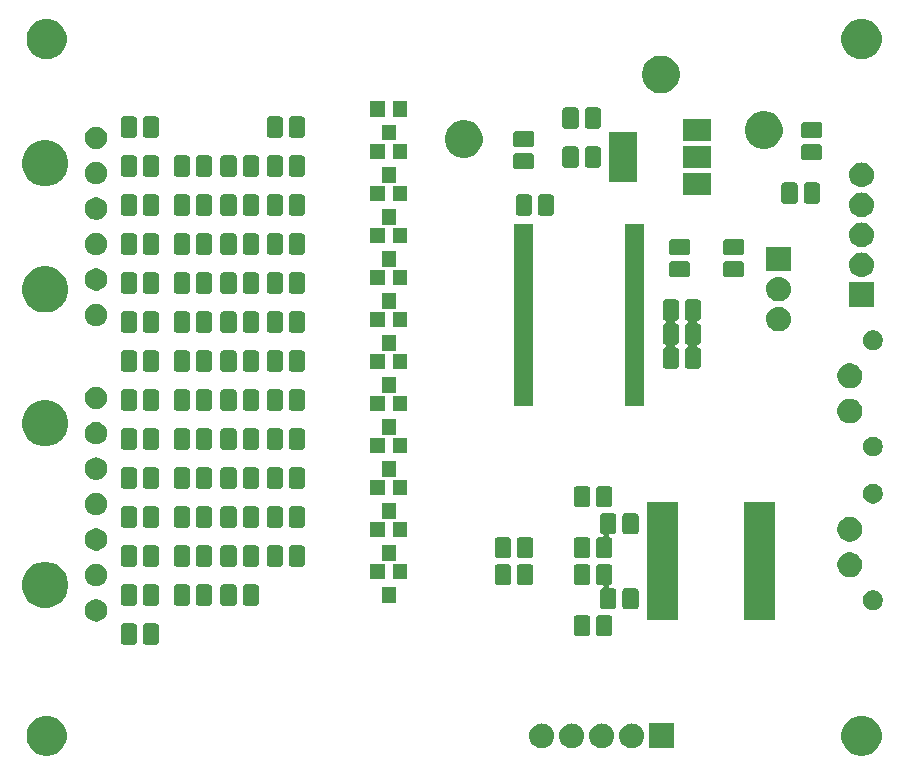
<source format=gbr>
%TF.GenerationSoftware,KiCad,Pcbnew,(5.0.0)*%
%TF.CreationDate,2019-02-02T21:12:50-06:00*%
%TF.ProjectId,BPSVoltage,425053566F6C746167652E6B69636164,rev?*%
%TF.SameCoordinates,Original*%
%TF.FileFunction,Soldermask,Top*%
%TF.FilePolarity,Negative*%
%FSLAX46Y46*%
G04 Gerber Fmt 4.6, Leading zero omitted, Abs format (unit mm)*
G04 Created by KiCad (PCBNEW (5.0.0)) date 02/02/19 21:12:50*
%MOMM*%
%LPD*%
G01*
G04 APERTURE LIST*
%ADD10C,0.100000*%
G04 APERTURE END LIST*
D10*
G36*
X117386393Y-110343553D02*
X117495872Y-110365330D01*
X117805252Y-110493479D01*
X118083687Y-110679523D01*
X118320477Y-110916313D01*
X118506521Y-111194748D01*
X118634670Y-111504128D01*
X118700000Y-111832565D01*
X118700000Y-112167435D01*
X118634670Y-112495872D01*
X118506521Y-112805252D01*
X118320477Y-113083687D01*
X118083687Y-113320477D01*
X117805252Y-113506521D01*
X117495872Y-113634670D01*
X117386393Y-113656447D01*
X117167437Y-113700000D01*
X116832563Y-113700000D01*
X116613607Y-113656447D01*
X116504128Y-113634670D01*
X116194748Y-113506521D01*
X115916313Y-113320477D01*
X115679523Y-113083687D01*
X115493479Y-112805252D01*
X115365330Y-112495872D01*
X115300000Y-112167435D01*
X115300000Y-111832565D01*
X115365330Y-111504128D01*
X115493479Y-111194748D01*
X115679523Y-110916313D01*
X115916313Y-110679523D01*
X116194748Y-110493479D01*
X116504128Y-110365330D01*
X116613607Y-110343553D01*
X116832563Y-110300000D01*
X117167437Y-110300000D01*
X117386393Y-110343553D01*
X117386393Y-110343553D01*
G37*
G36*
X48386393Y-110343553D02*
X48495872Y-110365330D01*
X48805252Y-110493479D01*
X49083687Y-110679523D01*
X49320477Y-110916313D01*
X49506521Y-111194748D01*
X49634670Y-111504128D01*
X49700000Y-111832565D01*
X49700000Y-112167435D01*
X49634670Y-112495872D01*
X49506521Y-112805252D01*
X49320477Y-113083687D01*
X49083687Y-113320477D01*
X48805252Y-113506521D01*
X48495872Y-113634670D01*
X48386393Y-113656447D01*
X48167437Y-113700000D01*
X47832563Y-113700000D01*
X47613607Y-113656447D01*
X47504128Y-113634670D01*
X47194748Y-113506521D01*
X46916313Y-113320477D01*
X46679523Y-113083687D01*
X46493479Y-112805252D01*
X46365330Y-112495872D01*
X46300000Y-112167435D01*
X46300000Y-111832565D01*
X46365330Y-111504128D01*
X46493479Y-111194748D01*
X46679523Y-110916313D01*
X46916313Y-110679523D01*
X47194748Y-110493479D01*
X47504128Y-110365330D01*
X47613607Y-110343553D01*
X47832563Y-110300000D01*
X48167437Y-110300000D01*
X48386393Y-110343553D01*
X48386393Y-110343553D01*
G37*
G36*
X90048707Y-110957597D02*
X90125836Y-110965193D01*
X90257787Y-111005220D01*
X90323763Y-111025233D01*
X90506172Y-111122733D01*
X90666054Y-111253946D01*
X90797267Y-111413828D01*
X90894767Y-111596237D01*
X90894767Y-111596238D01*
X90954807Y-111794164D01*
X90975080Y-112000000D01*
X90954807Y-112205836D01*
X90914780Y-112337787D01*
X90894767Y-112403763D01*
X90797267Y-112586172D01*
X90666054Y-112746054D01*
X90506172Y-112877267D01*
X90323763Y-112974767D01*
X90257787Y-112994780D01*
X90125836Y-113034807D01*
X90048707Y-113042404D01*
X89971580Y-113050000D01*
X89868420Y-113050000D01*
X89791293Y-113042404D01*
X89714164Y-113034807D01*
X89582213Y-112994780D01*
X89516237Y-112974767D01*
X89333828Y-112877267D01*
X89173946Y-112746054D01*
X89042733Y-112586172D01*
X88945233Y-112403763D01*
X88925220Y-112337787D01*
X88885193Y-112205836D01*
X88864920Y-112000000D01*
X88885193Y-111794164D01*
X88945233Y-111596238D01*
X88945233Y-111596237D01*
X89042733Y-111413828D01*
X89173946Y-111253946D01*
X89333828Y-111122733D01*
X89516237Y-111025233D01*
X89582213Y-111005220D01*
X89714164Y-110965193D01*
X89791293Y-110957597D01*
X89868420Y-110950000D01*
X89971580Y-110950000D01*
X90048707Y-110957597D01*
X90048707Y-110957597D01*
G37*
G36*
X92588707Y-110957597D02*
X92665836Y-110965193D01*
X92797787Y-111005220D01*
X92863763Y-111025233D01*
X93046172Y-111122733D01*
X93206054Y-111253946D01*
X93337267Y-111413828D01*
X93434767Y-111596237D01*
X93434767Y-111596238D01*
X93494807Y-111794164D01*
X93515080Y-112000000D01*
X93494807Y-112205836D01*
X93454780Y-112337787D01*
X93434767Y-112403763D01*
X93337267Y-112586172D01*
X93206054Y-112746054D01*
X93046172Y-112877267D01*
X92863763Y-112974767D01*
X92797787Y-112994780D01*
X92665836Y-113034807D01*
X92588707Y-113042404D01*
X92511580Y-113050000D01*
X92408420Y-113050000D01*
X92331293Y-113042404D01*
X92254164Y-113034807D01*
X92122213Y-112994780D01*
X92056237Y-112974767D01*
X91873828Y-112877267D01*
X91713946Y-112746054D01*
X91582733Y-112586172D01*
X91485233Y-112403763D01*
X91465220Y-112337787D01*
X91425193Y-112205836D01*
X91404920Y-112000000D01*
X91425193Y-111794164D01*
X91485233Y-111596238D01*
X91485233Y-111596237D01*
X91582733Y-111413828D01*
X91713946Y-111253946D01*
X91873828Y-111122733D01*
X92056237Y-111025233D01*
X92122213Y-111005220D01*
X92254164Y-110965193D01*
X92331293Y-110957597D01*
X92408420Y-110950000D01*
X92511580Y-110950000D01*
X92588707Y-110957597D01*
X92588707Y-110957597D01*
G37*
G36*
X95128707Y-110957597D02*
X95205836Y-110965193D01*
X95337787Y-111005220D01*
X95403763Y-111025233D01*
X95586172Y-111122733D01*
X95746054Y-111253946D01*
X95877267Y-111413828D01*
X95974767Y-111596237D01*
X95974767Y-111596238D01*
X96034807Y-111794164D01*
X96055080Y-112000000D01*
X96034807Y-112205836D01*
X95994780Y-112337787D01*
X95974767Y-112403763D01*
X95877267Y-112586172D01*
X95746054Y-112746054D01*
X95586172Y-112877267D01*
X95403763Y-112974767D01*
X95337787Y-112994780D01*
X95205836Y-113034807D01*
X95128707Y-113042404D01*
X95051580Y-113050000D01*
X94948420Y-113050000D01*
X94871293Y-113042404D01*
X94794164Y-113034807D01*
X94662213Y-112994780D01*
X94596237Y-112974767D01*
X94413828Y-112877267D01*
X94253946Y-112746054D01*
X94122733Y-112586172D01*
X94025233Y-112403763D01*
X94005220Y-112337787D01*
X93965193Y-112205836D01*
X93944920Y-112000000D01*
X93965193Y-111794164D01*
X94025233Y-111596238D01*
X94025233Y-111596237D01*
X94122733Y-111413828D01*
X94253946Y-111253946D01*
X94413828Y-111122733D01*
X94596237Y-111025233D01*
X94662213Y-111005220D01*
X94794164Y-110965193D01*
X94871293Y-110957597D01*
X94948420Y-110950000D01*
X95051580Y-110950000D01*
X95128707Y-110957597D01*
X95128707Y-110957597D01*
G37*
G36*
X97668707Y-110957597D02*
X97745836Y-110965193D01*
X97877787Y-111005220D01*
X97943763Y-111025233D01*
X98126172Y-111122733D01*
X98286054Y-111253946D01*
X98417267Y-111413828D01*
X98514767Y-111596237D01*
X98514767Y-111596238D01*
X98574807Y-111794164D01*
X98595080Y-112000000D01*
X98574807Y-112205836D01*
X98534780Y-112337787D01*
X98514767Y-112403763D01*
X98417267Y-112586172D01*
X98286054Y-112746054D01*
X98126172Y-112877267D01*
X97943763Y-112974767D01*
X97877787Y-112994780D01*
X97745836Y-113034807D01*
X97668707Y-113042404D01*
X97591580Y-113050000D01*
X97488420Y-113050000D01*
X97411293Y-113042404D01*
X97334164Y-113034807D01*
X97202213Y-112994780D01*
X97136237Y-112974767D01*
X96953828Y-112877267D01*
X96793946Y-112746054D01*
X96662733Y-112586172D01*
X96565233Y-112403763D01*
X96545220Y-112337787D01*
X96505193Y-112205836D01*
X96484920Y-112000000D01*
X96505193Y-111794164D01*
X96565233Y-111596238D01*
X96565233Y-111596237D01*
X96662733Y-111413828D01*
X96793946Y-111253946D01*
X96953828Y-111122733D01*
X97136237Y-111025233D01*
X97202213Y-111005220D01*
X97334164Y-110965193D01*
X97411293Y-110957597D01*
X97488420Y-110950000D01*
X97591580Y-110950000D01*
X97668707Y-110957597D01*
X97668707Y-110957597D01*
G37*
G36*
X101130000Y-113050000D02*
X99030000Y-113050000D01*
X99030000Y-110950000D01*
X101130000Y-110950000D01*
X101130000Y-113050000D01*
X101130000Y-113050000D01*
G37*
G36*
X55418497Y-102483997D02*
X55471153Y-102499970D01*
X55519665Y-102525900D01*
X55562196Y-102560804D01*
X55597100Y-102603335D01*
X55623030Y-102651847D01*
X55639003Y-102704503D01*
X55645000Y-102765390D01*
X55645000Y-103990610D01*
X55639003Y-104051497D01*
X55623030Y-104104153D01*
X55597100Y-104152665D01*
X55562196Y-104195196D01*
X55519665Y-104230100D01*
X55471153Y-104256030D01*
X55418497Y-104272003D01*
X55357610Y-104278000D01*
X54557390Y-104278000D01*
X54496503Y-104272003D01*
X54443847Y-104256030D01*
X54395335Y-104230100D01*
X54352804Y-104195196D01*
X54317900Y-104152665D01*
X54291970Y-104104153D01*
X54275997Y-104051497D01*
X54270000Y-103990610D01*
X54270000Y-102765390D01*
X54275997Y-102704503D01*
X54291970Y-102651847D01*
X54317900Y-102603335D01*
X54352804Y-102560804D01*
X54395335Y-102525900D01*
X54443847Y-102499970D01*
X54496503Y-102483997D01*
X54557390Y-102478000D01*
X55357610Y-102478000D01*
X55418497Y-102483997D01*
X55418497Y-102483997D01*
G37*
G36*
X57293497Y-102483997D02*
X57346153Y-102499970D01*
X57394665Y-102525900D01*
X57437196Y-102560804D01*
X57472100Y-102603335D01*
X57498030Y-102651847D01*
X57514003Y-102704503D01*
X57520000Y-102765390D01*
X57520000Y-103990610D01*
X57514003Y-104051497D01*
X57498030Y-104104153D01*
X57472100Y-104152665D01*
X57437196Y-104195196D01*
X57394665Y-104230100D01*
X57346153Y-104256030D01*
X57293497Y-104272003D01*
X57232610Y-104278000D01*
X56432390Y-104278000D01*
X56371503Y-104272003D01*
X56318847Y-104256030D01*
X56270335Y-104230100D01*
X56227804Y-104195196D01*
X56192900Y-104152665D01*
X56166970Y-104104153D01*
X56150997Y-104051497D01*
X56145000Y-103990610D01*
X56145000Y-102765390D01*
X56150997Y-102704503D01*
X56166970Y-102651847D01*
X56192900Y-102603335D01*
X56227804Y-102560804D01*
X56270335Y-102525900D01*
X56318847Y-102499970D01*
X56371503Y-102483997D01*
X56432390Y-102478000D01*
X57232610Y-102478000D01*
X57293497Y-102483997D01*
X57293497Y-102483997D01*
G37*
G36*
X93792997Y-101769997D02*
X93845653Y-101785970D01*
X93894165Y-101811900D01*
X93936696Y-101846804D01*
X93971600Y-101889335D01*
X93997530Y-101937847D01*
X94013503Y-101990503D01*
X94019500Y-102051390D01*
X94019500Y-103276610D01*
X94013503Y-103337497D01*
X93997530Y-103390153D01*
X93971600Y-103438665D01*
X93936696Y-103481196D01*
X93894165Y-103516100D01*
X93845653Y-103542030D01*
X93792997Y-103558003D01*
X93732110Y-103564000D01*
X92931890Y-103564000D01*
X92871003Y-103558003D01*
X92818347Y-103542030D01*
X92769835Y-103516100D01*
X92727304Y-103481196D01*
X92692400Y-103438665D01*
X92666470Y-103390153D01*
X92650497Y-103337497D01*
X92644500Y-103276610D01*
X92644500Y-102051390D01*
X92650497Y-101990503D01*
X92666470Y-101937847D01*
X92692400Y-101889335D01*
X92727304Y-101846804D01*
X92769835Y-101811900D01*
X92818347Y-101785970D01*
X92871003Y-101769997D01*
X92931890Y-101764000D01*
X93732110Y-101764000D01*
X93792997Y-101769997D01*
X93792997Y-101769997D01*
G37*
G36*
X95667997Y-101769997D02*
X95720653Y-101785970D01*
X95769165Y-101811900D01*
X95811696Y-101846804D01*
X95846600Y-101889335D01*
X95872530Y-101937847D01*
X95888503Y-101990503D01*
X95894500Y-102051390D01*
X95894500Y-103276610D01*
X95888503Y-103337497D01*
X95872530Y-103390153D01*
X95846600Y-103438665D01*
X95811696Y-103481196D01*
X95769165Y-103516100D01*
X95720653Y-103542030D01*
X95667997Y-103558003D01*
X95607110Y-103564000D01*
X94806890Y-103564000D01*
X94746003Y-103558003D01*
X94693347Y-103542030D01*
X94644835Y-103516100D01*
X94602304Y-103481196D01*
X94567400Y-103438665D01*
X94541470Y-103390153D01*
X94525497Y-103337497D01*
X94519500Y-103276610D01*
X94519500Y-102051390D01*
X94525497Y-101990503D01*
X94541470Y-101937847D01*
X94567400Y-101889335D01*
X94602304Y-101846804D01*
X94644835Y-101811900D01*
X94693347Y-101785970D01*
X94746003Y-101769997D01*
X94806890Y-101764000D01*
X95607110Y-101764000D01*
X95667997Y-101769997D01*
X95667997Y-101769997D01*
G37*
G36*
X52336451Y-100434627D02*
X52474105Y-100462008D01*
X52646994Y-100533621D01*
X52802590Y-100637587D01*
X52934913Y-100769910D01*
X53038879Y-100925506D01*
X53110492Y-101098395D01*
X53147000Y-101281933D01*
X53147000Y-101469067D01*
X53110492Y-101652605D01*
X53038879Y-101825494D01*
X52934913Y-101981090D01*
X52802590Y-102113413D01*
X52646994Y-102217379D01*
X52474105Y-102288992D01*
X52336451Y-102316373D01*
X52290568Y-102325500D01*
X52103432Y-102325500D01*
X52057549Y-102316373D01*
X51919895Y-102288992D01*
X51747006Y-102217379D01*
X51591410Y-102113413D01*
X51459087Y-101981090D01*
X51355121Y-101825494D01*
X51283508Y-101652605D01*
X51247000Y-101469067D01*
X51247000Y-101281933D01*
X51283508Y-101098395D01*
X51355121Y-100925506D01*
X51459087Y-100769910D01*
X51591410Y-100637587D01*
X51747006Y-100533621D01*
X51919895Y-100462008D01*
X52057548Y-100434627D01*
X52103432Y-100425500D01*
X52290568Y-100425500D01*
X52336451Y-100434627D01*
X52336451Y-100434627D01*
G37*
G36*
X109681500Y-102228000D02*
X107081500Y-102228000D01*
X107081500Y-92178000D01*
X109681500Y-92178000D01*
X109681500Y-102228000D01*
X109681500Y-102228000D01*
G37*
G36*
X101426500Y-102228000D02*
X98826500Y-102228000D01*
X98826500Y-92178000D01*
X101426500Y-92178000D01*
X101426500Y-102228000D01*
X101426500Y-102228000D01*
G37*
G36*
X118203558Y-99697088D02*
X118355522Y-99760033D01*
X118492284Y-99851415D01*
X118608585Y-99967716D01*
X118699967Y-100104478D01*
X118762912Y-100256442D01*
X118795000Y-100417758D01*
X118795000Y-100582242D01*
X118762912Y-100743558D01*
X118699967Y-100895522D01*
X118608585Y-101032284D01*
X118492284Y-101148585D01*
X118355522Y-101239967D01*
X118203558Y-101302912D01*
X118042242Y-101335000D01*
X117877758Y-101335000D01*
X117716442Y-101302912D01*
X117564478Y-101239967D01*
X117427716Y-101148585D01*
X117311415Y-101032284D01*
X117220033Y-100895522D01*
X117157088Y-100743558D01*
X117125000Y-100582242D01*
X117125000Y-100417758D01*
X117157088Y-100256442D01*
X117220033Y-100104478D01*
X117311415Y-99967716D01*
X117427716Y-99851415D01*
X117564478Y-99760033D01*
X117716442Y-99697088D01*
X117877758Y-99665000D01*
X118042242Y-99665000D01*
X118203558Y-99697088D01*
X118203558Y-99697088D01*
G37*
G36*
X97887997Y-99483997D02*
X97940653Y-99499970D01*
X97989165Y-99525900D01*
X98031696Y-99560804D01*
X98066600Y-99603335D01*
X98092530Y-99651847D01*
X98108503Y-99704503D01*
X98114500Y-99765390D01*
X98114500Y-100990610D01*
X98108503Y-101051497D01*
X98092530Y-101104153D01*
X98066600Y-101152665D01*
X98031696Y-101195196D01*
X97989165Y-101230100D01*
X97940653Y-101256030D01*
X97887997Y-101272003D01*
X97827110Y-101278000D01*
X97026890Y-101278000D01*
X96966003Y-101272003D01*
X96913347Y-101256030D01*
X96864835Y-101230100D01*
X96822304Y-101195196D01*
X96787400Y-101152665D01*
X96761470Y-101104153D01*
X96745497Y-101051497D01*
X96739500Y-100990610D01*
X96739500Y-99765390D01*
X96745497Y-99704503D01*
X96761470Y-99651847D01*
X96787400Y-99603335D01*
X96822304Y-99560804D01*
X96864835Y-99525900D01*
X96913347Y-99499970D01*
X96966003Y-99483997D01*
X97026890Y-99478000D01*
X97827110Y-99478000D01*
X97887997Y-99483997D01*
X97887997Y-99483997D01*
G37*
G36*
X95667997Y-97451997D02*
X95720653Y-97467970D01*
X95769165Y-97493900D01*
X95811696Y-97528804D01*
X95846600Y-97571335D01*
X95872530Y-97619847D01*
X95888503Y-97672503D01*
X95894500Y-97733390D01*
X95894500Y-98958610D01*
X95888503Y-99019497D01*
X95872530Y-99072153D01*
X95846600Y-99120665D01*
X95811696Y-99163196D01*
X95769165Y-99198100D01*
X95720652Y-99224031D01*
X95689825Y-99233382D01*
X95667186Y-99242760D01*
X95646811Y-99256374D01*
X95629484Y-99273701D01*
X95615870Y-99294075D01*
X95606493Y-99316714D01*
X95601712Y-99340748D01*
X95601712Y-99365252D01*
X95606492Y-99389285D01*
X95615870Y-99411924D01*
X95629484Y-99432299D01*
X95646811Y-99449626D01*
X95667185Y-99463240D01*
X95689824Y-99472617D01*
X95713858Y-99477398D01*
X95726110Y-99478000D01*
X95952110Y-99478000D01*
X96012997Y-99483997D01*
X96065653Y-99499970D01*
X96114165Y-99525900D01*
X96156696Y-99560804D01*
X96191600Y-99603335D01*
X96217530Y-99651847D01*
X96233503Y-99704503D01*
X96239500Y-99765390D01*
X96239500Y-100990610D01*
X96233503Y-101051497D01*
X96217530Y-101104153D01*
X96191600Y-101152665D01*
X96156696Y-101195196D01*
X96114165Y-101230100D01*
X96065653Y-101256030D01*
X96012997Y-101272003D01*
X95952110Y-101278000D01*
X95151890Y-101278000D01*
X95091003Y-101272003D01*
X95038347Y-101256030D01*
X94989835Y-101230100D01*
X94947304Y-101195196D01*
X94912400Y-101152665D01*
X94886470Y-101104153D01*
X94870497Y-101051497D01*
X94864500Y-100990610D01*
X94864500Y-99765390D01*
X94870497Y-99704503D01*
X94886470Y-99651847D01*
X94912400Y-99603335D01*
X94947304Y-99560804D01*
X94989835Y-99525900D01*
X95038348Y-99499969D01*
X95069175Y-99490618D01*
X95091814Y-99481240D01*
X95112189Y-99467626D01*
X95129516Y-99450299D01*
X95143130Y-99429925D01*
X95152507Y-99407286D01*
X95157288Y-99383252D01*
X95157288Y-99358748D01*
X95152508Y-99334715D01*
X95143130Y-99312076D01*
X95129516Y-99291701D01*
X95112189Y-99274374D01*
X95091815Y-99260760D01*
X95069176Y-99251383D01*
X95045142Y-99246602D01*
X95032890Y-99246000D01*
X94806890Y-99246000D01*
X94746003Y-99240003D01*
X94693347Y-99224030D01*
X94644835Y-99198100D01*
X94602304Y-99163196D01*
X94567400Y-99120665D01*
X94541470Y-99072153D01*
X94525497Y-99019497D01*
X94519500Y-98958610D01*
X94519500Y-97733390D01*
X94525497Y-97672503D01*
X94541470Y-97619847D01*
X94567400Y-97571335D01*
X94602304Y-97528804D01*
X94644835Y-97493900D01*
X94693347Y-97467970D01*
X94746003Y-97451997D01*
X94806890Y-97446000D01*
X95607110Y-97446000D01*
X95667997Y-97451997D01*
X95667997Y-97451997D01*
G37*
G36*
X48447793Y-97341437D02*
X48802670Y-97488432D01*
X49122055Y-97701838D01*
X49393662Y-97973445D01*
X49607068Y-98292830D01*
X49754063Y-98647707D01*
X49829000Y-99024440D01*
X49829000Y-99408560D01*
X49754063Y-99785293D01*
X49607068Y-100140170D01*
X49393662Y-100459555D01*
X49122055Y-100731162D01*
X48802670Y-100944568D01*
X48447793Y-101091563D01*
X48071060Y-101166500D01*
X47686940Y-101166500D01*
X47310207Y-101091563D01*
X46955330Y-100944568D01*
X46635945Y-100731162D01*
X46364338Y-100459555D01*
X46150932Y-100140170D01*
X46003937Y-99785293D01*
X45929000Y-99408560D01*
X45929000Y-99024440D01*
X46003937Y-98647707D01*
X46150932Y-98292830D01*
X46364338Y-97973445D01*
X46635945Y-97701838D01*
X46955330Y-97488432D01*
X47310207Y-97341437D01*
X47686940Y-97266500D01*
X48071060Y-97266500D01*
X48447793Y-97341437D01*
X48447793Y-97341437D01*
G37*
G36*
X57293497Y-99181997D02*
X57346153Y-99197970D01*
X57394665Y-99223900D01*
X57437196Y-99258804D01*
X57472100Y-99301335D01*
X57498030Y-99349847D01*
X57514003Y-99402503D01*
X57520000Y-99463390D01*
X57520000Y-100688610D01*
X57514003Y-100749497D01*
X57498030Y-100802153D01*
X57472100Y-100850665D01*
X57437196Y-100893196D01*
X57394665Y-100928100D01*
X57346153Y-100954030D01*
X57293497Y-100970003D01*
X57232610Y-100976000D01*
X56432390Y-100976000D01*
X56371503Y-100970003D01*
X56318847Y-100954030D01*
X56270335Y-100928100D01*
X56227804Y-100893196D01*
X56192900Y-100850665D01*
X56166970Y-100802153D01*
X56150997Y-100749497D01*
X56145000Y-100688610D01*
X56145000Y-99463390D01*
X56150997Y-99402503D01*
X56166970Y-99349847D01*
X56192900Y-99301335D01*
X56227804Y-99258804D01*
X56270335Y-99223900D01*
X56318847Y-99197970D01*
X56371503Y-99181997D01*
X56432390Y-99176000D01*
X57232610Y-99176000D01*
X57293497Y-99181997D01*
X57293497Y-99181997D01*
G37*
G36*
X65738997Y-99181997D02*
X65791653Y-99197970D01*
X65840165Y-99223900D01*
X65882696Y-99258804D01*
X65917600Y-99301335D01*
X65943530Y-99349847D01*
X65959503Y-99402503D01*
X65965500Y-99463390D01*
X65965500Y-100688610D01*
X65959503Y-100749497D01*
X65943530Y-100802153D01*
X65917600Y-100850665D01*
X65882696Y-100893196D01*
X65840165Y-100928100D01*
X65791653Y-100954030D01*
X65738997Y-100970003D01*
X65678110Y-100976000D01*
X64877890Y-100976000D01*
X64817003Y-100970003D01*
X64764347Y-100954030D01*
X64715835Y-100928100D01*
X64673304Y-100893196D01*
X64638400Y-100850665D01*
X64612470Y-100802153D01*
X64596497Y-100749497D01*
X64590500Y-100688610D01*
X64590500Y-99463390D01*
X64596497Y-99402503D01*
X64612470Y-99349847D01*
X64638400Y-99301335D01*
X64673304Y-99258804D01*
X64715835Y-99223900D01*
X64764347Y-99197970D01*
X64817003Y-99181997D01*
X64877890Y-99176000D01*
X65678110Y-99176000D01*
X65738997Y-99181997D01*
X65738997Y-99181997D01*
G37*
G36*
X55418497Y-99181997D02*
X55471153Y-99197970D01*
X55519665Y-99223900D01*
X55562196Y-99258804D01*
X55597100Y-99301335D01*
X55623030Y-99349847D01*
X55639003Y-99402503D01*
X55645000Y-99463390D01*
X55645000Y-100688610D01*
X55639003Y-100749497D01*
X55623030Y-100802153D01*
X55597100Y-100850665D01*
X55562196Y-100893196D01*
X55519665Y-100928100D01*
X55471153Y-100954030D01*
X55418497Y-100970003D01*
X55357610Y-100976000D01*
X54557390Y-100976000D01*
X54496503Y-100970003D01*
X54443847Y-100954030D01*
X54395335Y-100928100D01*
X54352804Y-100893196D01*
X54317900Y-100850665D01*
X54291970Y-100802153D01*
X54275997Y-100749497D01*
X54270000Y-100688610D01*
X54270000Y-99463390D01*
X54275997Y-99402503D01*
X54291970Y-99349847D01*
X54317900Y-99301335D01*
X54352804Y-99258804D01*
X54395335Y-99223900D01*
X54443847Y-99197970D01*
X54496503Y-99181997D01*
X54557390Y-99176000D01*
X55357610Y-99176000D01*
X55418497Y-99181997D01*
X55418497Y-99181997D01*
G37*
G36*
X63863997Y-99181997D02*
X63916653Y-99197970D01*
X63965165Y-99223900D01*
X64007696Y-99258804D01*
X64042600Y-99301335D01*
X64068530Y-99349847D01*
X64084503Y-99402503D01*
X64090500Y-99463390D01*
X64090500Y-100688610D01*
X64084503Y-100749497D01*
X64068530Y-100802153D01*
X64042600Y-100850665D01*
X64007696Y-100893196D01*
X63965165Y-100928100D01*
X63916653Y-100954030D01*
X63863997Y-100970003D01*
X63803110Y-100976000D01*
X63002890Y-100976000D01*
X62942003Y-100970003D01*
X62889347Y-100954030D01*
X62840835Y-100928100D01*
X62798304Y-100893196D01*
X62763400Y-100850665D01*
X62737470Y-100802153D01*
X62721497Y-100749497D01*
X62715500Y-100688610D01*
X62715500Y-99463390D01*
X62721497Y-99402503D01*
X62737470Y-99349847D01*
X62763400Y-99301335D01*
X62798304Y-99258804D01*
X62840835Y-99223900D01*
X62889347Y-99197970D01*
X62942003Y-99181997D01*
X63002890Y-99176000D01*
X63803110Y-99176000D01*
X63863997Y-99181997D01*
X63863997Y-99181997D01*
G37*
G36*
X59896997Y-99181997D02*
X59949653Y-99197970D01*
X59998165Y-99223900D01*
X60040696Y-99258804D01*
X60075600Y-99301335D01*
X60101530Y-99349847D01*
X60117503Y-99402503D01*
X60123500Y-99463390D01*
X60123500Y-100688610D01*
X60117503Y-100749497D01*
X60101530Y-100802153D01*
X60075600Y-100850665D01*
X60040696Y-100893196D01*
X59998165Y-100928100D01*
X59949653Y-100954030D01*
X59896997Y-100970003D01*
X59836110Y-100976000D01*
X59035890Y-100976000D01*
X58975003Y-100970003D01*
X58922347Y-100954030D01*
X58873835Y-100928100D01*
X58831304Y-100893196D01*
X58796400Y-100850665D01*
X58770470Y-100802153D01*
X58754497Y-100749497D01*
X58748500Y-100688610D01*
X58748500Y-99463390D01*
X58754497Y-99402503D01*
X58770470Y-99349847D01*
X58796400Y-99301335D01*
X58831304Y-99258804D01*
X58873835Y-99223900D01*
X58922347Y-99197970D01*
X58975003Y-99181997D01*
X59035890Y-99176000D01*
X59836110Y-99176000D01*
X59896997Y-99181997D01*
X59896997Y-99181997D01*
G37*
G36*
X61771997Y-99181997D02*
X61824653Y-99197970D01*
X61873165Y-99223900D01*
X61915696Y-99258804D01*
X61950600Y-99301335D01*
X61976530Y-99349847D01*
X61992503Y-99402503D01*
X61998500Y-99463390D01*
X61998500Y-100688610D01*
X61992503Y-100749497D01*
X61976530Y-100802153D01*
X61950600Y-100850665D01*
X61915696Y-100893196D01*
X61873165Y-100928100D01*
X61824653Y-100954030D01*
X61771997Y-100970003D01*
X61711110Y-100976000D01*
X60910890Y-100976000D01*
X60850003Y-100970003D01*
X60797347Y-100954030D01*
X60748835Y-100928100D01*
X60706304Y-100893196D01*
X60671400Y-100850665D01*
X60645470Y-100802153D01*
X60629497Y-100749497D01*
X60623500Y-100688610D01*
X60623500Y-99463390D01*
X60629497Y-99402503D01*
X60645470Y-99349847D01*
X60671400Y-99301335D01*
X60706304Y-99258804D01*
X60748835Y-99223900D01*
X60797347Y-99197970D01*
X60850003Y-99181997D01*
X60910890Y-99176000D01*
X61711110Y-99176000D01*
X61771997Y-99181997D01*
X61771997Y-99181997D01*
G37*
G36*
X77562000Y-100726000D02*
X76362000Y-100726000D01*
X76362000Y-99426000D01*
X77562000Y-99426000D01*
X77562000Y-100726000D01*
X77562000Y-100726000D01*
G37*
G36*
X52336452Y-97434627D02*
X52474105Y-97462008D01*
X52646994Y-97533621D01*
X52802590Y-97637587D01*
X52934913Y-97769910D01*
X53038879Y-97925506D01*
X53110492Y-98098395D01*
X53147000Y-98281933D01*
X53147000Y-98469067D01*
X53110492Y-98652605D01*
X53038879Y-98825494D01*
X52934913Y-98981090D01*
X52802590Y-99113413D01*
X52646994Y-99217379D01*
X52474105Y-99288992D01*
X52336451Y-99316373D01*
X52290568Y-99325500D01*
X52103432Y-99325500D01*
X52057548Y-99316373D01*
X51919895Y-99288992D01*
X51747006Y-99217379D01*
X51591410Y-99113413D01*
X51459087Y-98981090D01*
X51355121Y-98825494D01*
X51283508Y-98652605D01*
X51247000Y-98469067D01*
X51247000Y-98281933D01*
X51283508Y-98098395D01*
X51355121Y-97925506D01*
X51459087Y-97769910D01*
X51591410Y-97637587D01*
X51747006Y-97533621D01*
X51919895Y-97462008D01*
X52057549Y-97434627D01*
X52103432Y-97425500D01*
X52290568Y-97425500D01*
X52336452Y-97434627D01*
X52336452Y-97434627D01*
G37*
G36*
X93792997Y-97451997D02*
X93845653Y-97467970D01*
X93894165Y-97493900D01*
X93936696Y-97528804D01*
X93971600Y-97571335D01*
X93997530Y-97619847D01*
X94013503Y-97672503D01*
X94019500Y-97733390D01*
X94019500Y-98958610D01*
X94013503Y-99019497D01*
X93997530Y-99072153D01*
X93971600Y-99120665D01*
X93936696Y-99163196D01*
X93894165Y-99198100D01*
X93845653Y-99224030D01*
X93792997Y-99240003D01*
X93732110Y-99246000D01*
X92931890Y-99246000D01*
X92871003Y-99240003D01*
X92818347Y-99224030D01*
X92769835Y-99198100D01*
X92727304Y-99163196D01*
X92692400Y-99120665D01*
X92666470Y-99072153D01*
X92650497Y-99019497D01*
X92644500Y-98958610D01*
X92644500Y-97733390D01*
X92650497Y-97672503D01*
X92666470Y-97619847D01*
X92692400Y-97571335D01*
X92727304Y-97528804D01*
X92769835Y-97493900D01*
X92818347Y-97467970D01*
X92871003Y-97451997D01*
X92931890Y-97446000D01*
X93732110Y-97446000D01*
X93792997Y-97451997D01*
X93792997Y-97451997D01*
G37*
G36*
X87091997Y-97451997D02*
X87144653Y-97467970D01*
X87193165Y-97493900D01*
X87235696Y-97528804D01*
X87270600Y-97571335D01*
X87296530Y-97619847D01*
X87312503Y-97672503D01*
X87318500Y-97733390D01*
X87318500Y-98958610D01*
X87312503Y-99019497D01*
X87296530Y-99072153D01*
X87270600Y-99120665D01*
X87235696Y-99163196D01*
X87193165Y-99198100D01*
X87144653Y-99224030D01*
X87091997Y-99240003D01*
X87031110Y-99246000D01*
X86230890Y-99246000D01*
X86170003Y-99240003D01*
X86117347Y-99224030D01*
X86068835Y-99198100D01*
X86026304Y-99163196D01*
X85991400Y-99120665D01*
X85965470Y-99072153D01*
X85949497Y-99019497D01*
X85943500Y-98958610D01*
X85943500Y-97733390D01*
X85949497Y-97672503D01*
X85965470Y-97619847D01*
X85991400Y-97571335D01*
X86026304Y-97528804D01*
X86068835Y-97493900D01*
X86117347Y-97467970D01*
X86170003Y-97451997D01*
X86230890Y-97446000D01*
X87031110Y-97446000D01*
X87091997Y-97451997D01*
X87091997Y-97451997D01*
G37*
G36*
X88966997Y-97451997D02*
X89019653Y-97467970D01*
X89068165Y-97493900D01*
X89110696Y-97528804D01*
X89145600Y-97571335D01*
X89171530Y-97619847D01*
X89187503Y-97672503D01*
X89193500Y-97733390D01*
X89193500Y-98958610D01*
X89187503Y-99019497D01*
X89171530Y-99072153D01*
X89145600Y-99120665D01*
X89110696Y-99163196D01*
X89068165Y-99198100D01*
X89019653Y-99224030D01*
X88966997Y-99240003D01*
X88906110Y-99246000D01*
X88105890Y-99246000D01*
X88045003Y-99240003D01*
X87992347Y-99224030D01*
X87943835Y-99198100D01*
X87901304Y-99163196D01*
X87866400Y-99120665D01*
X87840470Y-99072153D01*
X87824497Y-99019497D01*
X87818500Y-98958610D01*
X87818500Y-97733390D01*
X87824497Y-97672503D01*
X87840470Y-97619847D01*
X87866400Y-97571335D01*
X87901304Y-97528804D01*
X87943835Y-97493900D01*
X87992347Y-97467970D01*
X88045003Y-97451997D01*
X88105890Y-97446000D01*
X88906110Y-97446000D01*
X88966997Y-97451997D01*
X88966997Y-97451997D01*
G37*
G36*
X76612000Y-98726000D02*
X75412000Y-98726000D01*
X75412000Y-97426000D01*
X76612000Y-97426000D01*
X76612000Y-98726000D01*
X76612000Y-98726000D01*
G37*
G36*
X78512000Y-98726000D02*
X77312000Y-98726000D01*
X77312000Y-97426000D01*
X78512000Y-97426000D01*
X78512000Y-98726000D01*
X78512000Y-98726000D01*
G37*
G36*
X116125888Y-96454470D02*
X116306274Y-96490350D01*
X116497362Y-96569502D01*
X116669336Y-96684411D01*
X116815589Y-96830664D01*
X116930498Y-97002638D01*
X117009650Y-97193726D01*
X117039031Y-97341437D01*
X117050000Y-97396583D01*
X117050000Y-97603417D01*
X117046732Y-97619847D01*
X117009650Y-97806274D01*
X116930498Y-97997362D01*
X116815589Y-98169336D01*
X116669336Y-98315589D01*
X116497362Y-98430498D01*
X116306274Y-98509650D01*
X116125888Y-98545530D01*
X116103417Y-98550000D01*
X115896583Y-98550000D01*
X115874112Y-98545530D01*
X115693726Y-98509650D01*
X115502638Y-98430498D01*
X115330664Y-98315589D01*
X115184411Y-98169336D01*
X115069502Y-97997362D01*
X114990350Y-97806274D01*
X114953268Y-97619847D01*
X114950000Y-97603417D01*
X114950000Y-97396583D01*
X114960969Y-97341437D01*
X114990350Y-97193726D01*
X115069502Y-97002638D01*
X115184411Y-96830664D01*
X115330664Y-96684411D01*
X115502638Y-96569502D01*
X115693726Y-96490350D01*
X115874112Y-96454470D01*
X115896583Y-96450000D01*
X116103417Y-96450000D01*
X116125888Y-96454470D01*
X116125888Y-96454470D01*
G37*
G36*
X65738997Y-95879997D02*
X65791653Y-95895970D01*
X65840165Y-95921900D01*
X65882696Y-95956804D01*
X65917600Y-95999335D01*
X65943530Y-96047847D01*
X65959503Y-96100503D01*
X65965500Y-96161390D01*
X65965500Y-97386610D01*
X65959503Y-97447497D01*
X65943530Y-97500153D01*
X65917600Y-97548665D01*
X65882696Y-97591196D01*
X65840165Y-97626100D01*
X65791653Y-97652030D01*
X65738997Y-97668003D01*
X65678110Y-97674000D01*
X64877890Y-97674000D01*
X64817003Y-97668003D01*
X64764347Y-97652030D01*
X64715835Y-97626100D01*
X64673304Y-97591196D01*
X64638400Y-97548665D01*
X64612470Y-97500153D01*
X64596497Y-97447497D01*
X64590500Y-97386610D01*
X64590500Y-96161390D01*
X64596497Y-96100503D01*
X64612470Y-96047847D01*
X64638400Y-95999335D01*
X64673304Y-95956804D01*
X64715835Y-95921900D01*
X64764347Y-95895970D01*
X64817003Y-95879997D01*
X64877890Y-95874000D01*
X65678110Y-95874000D01*
X65738997Y-95879997D01*
X65738997Y-95879997D01*
G37*
G36*
X55418497Y-95879997D02*
X55471153Y-95895970D01*
X55519665Y-95921900D01*
X55562196Y-95956804D01*
X55597100Y-95999335D01*
X55623030Y-96047847D01*
X55639003Y-96100503D01*
X55645000Y-96161390D01*
X55645000Y-97386610D01*
X55639003Y-97447497D01*
X55623030Y-97500153D01*
X55597100Y-97548665D01*
X55562196Y-97591196D01*
X55519665Y-97626100D01*
X55471153Y-97652030D01*
X55418497Y-97668003D01*
X55357610Y-97674000D01*
X54557390Y-97674000D01*
X54496503Y-97668003D01*
X54443847Y-97652030D01*
X54395335Y-97626100D01*
X54352804Y-97591196D01*
X54317900Y-97548665D01*
X54291970Y-97500153D01*
X54275997Y-97447497D01*
X54270000Y-97386610D01*
X54270000Y-96161390D01*
X54275997Y-96100503D01*
X54291970Y-96047847D01*
X54317900Y-95999335D01*
X54352804Y-95956804D01*
X54395335Y-95921900D01*
X54443847Y-95895970D01*
X54496503Y-95879997D01*
X54557390Y-95874000D01*
X55357610Y-95874000D01*
X55418497Y-95879997D01*
X55418497Y-95879997D01*
G37*
G36*
X63863997Y-95879997D02*
X63916653Y-95895970D01*
X63965165Y-95921900D01*
X64007696Y-95956804D01*
X64042600Y-95999335D01*
X64068530Y-96047847D01*
X64084503Y-96100503D01*
X64090500Y-96161390D01*
X64090500Y-97386610D01*
X64084503Y-97447497D01*
X64068530Y-97500153D01*
X64042600Y-97548665D01*
X64007696Y-97591196D01*
X63965165Y-97626100D01*
X63916653Y-97652030D01*
X63863997Y-97668003D01*
X63803110Y-97674000D01*
X63002890Y-97674000D01*
X62942003Y-97668003D01*
X62889347Y-97652030D01*
X62840835Y-97626100D01*
X62798304Y-97591196D01*
X62763400Y-97548665D01*
X62737470Y-97500153D01*
X62721497Y-97447497D01*
X62715500Y-97386610D01*
X62715500Y-96161390D01*
X62721497Y-96100503D01*
X62737470Y-96047847D01*
X62763400Y-95999335D01*
X62798304Y-95956804D01*
X62840835Y-95921900D01*
X62889347Y-95895970D01*
X62942003Y-95879997D01*
X63002890Y-95874000D01*
X63803110Y-95874000D01*
X63863997Y-95879997D01*
X63863997Y-95879997D01*
G37*
G36*
X61771997Y-95879997D02*
X61824653Y-95895970D01*
X61873165Y-95921900D01*
X61915696Y-95956804D01*
X61950600Y-95999335D01*
X61976530Y-96047847D01*
X61992503Y-96100503D01*
X61998500Y-96161390D01*
X61998500Y-97386610D01*
X61992503Y-97447497D01*
X61976530Y-97500153D01*
X61950600Y-97548665D01*
X61915696Y-97591196D01*
X61873165Y-97626100D01*
X61824653Y-97652030D01*
X61771997Y-97668003D01*
X61711110Y-97674000D01*
X60910890Y-97674000D01*
X60850003Y-97668003D01*
X60797347Y-97652030D01*
X60748835Y-97626100D01*
X60706304Y-97591196D01*
X60671400Y-97548665D01*
X60645470Y-97500153D01*
X60629497Y-97447497D01*
X60623500Y-97386610D01*
X60623500Y-96161390D01*
X60629497Y-96100503D01*
X60645470Y-96047847D01*
X60671400Y-95999335D01*
X60706304Y-95956804D01*
X60748835Y-95921900D01*
X60797347Y-95895970D01*
X60850003Y-95879997D01*
X60910890Y-95874000D01*
X61711110Y-95874000D01*
X61771997Y-95879997D01*
X61771997Y-95879997D01*
G37*
G36*
X59896997Y-95879997D02*
X59949653Y-95895970D01*
X59998165Y-95921900D01*
X60040696Y-95956804D01*
X60075600Y-95999335D01*
X60101530Y-96047847D01*
X60117503Y-96100503D01*
X60123500Y-96161390D01*
X60123500Y-97386610D01*
X60117503Y-97447497D01*
X60101530Y-97500153D01*
X60075600Y-97548665D01*
X60040696Y-97591196D01*
X59998165Y-97626100D01*
X59949653Y-97652030D01*
X59896997Y-97668003D01*
X59836110Y-97674000D01*
X59035890Y-97674000D01*
X58975003Y-97668003D01*
X58922347Y-97652030D01*
X58873835Y-97626100D01*
X58831304Y-97591196D01*
X58796400Y-97548665D01*
X58770470Y-97500153D01*
X58754497Y-97447497D01*
X58748500Y-97386610D01*
X58748500Y-96161390D01*
X58754497Y-96100503D01*
X58770470Y-96047847D01*
X58796400Y-95999335D01*
X58831304Y-95956804D01*
X58873835Y-95921900D01*
X58922347Y-95895970D01*
X58975003Y-95879997D01*
X59035890Y-95874000D01*
X59836110Y-95874000D01*
X59896997Y-95879997D01*
X59896997Y-95879997D01*
G37*
G36*
X57293497Y-95879997D02*
X57346153Y-95895970D01*
X57394665Y-95921900D01*
X57437196Y-95956804D01*
X57472100Y-95999335D01*
X57498030Y-96047847D01*
X57514003Y-96100503D01*
X57520000Y-96161390D01*
X57520000Y-97386610D01*
X57514003Y-97447497D01*
X57498030Y-97500153D01*
X57472100Y-97548665D01*
X57437196Y-97591196D01*
X57394665Y-97626100D01*
X57346153Y-97652030D01*
X57293497Y-97668003D01*
X57232610Y-97674000D01*
X56432390Y-97674000D01*
X56371503Y-97668003D01*
X56318847Y-97652030D01*
X56270335Y-97626100D01*
X56227804Y-97591196D01*
X56192900Y-97548665D01*
X56166970Y-97500153D01*
X56150997Y-97447497D01*
X56145000Y-97386610D01*
X56145000Y-96161390D01*
X56150997Y-96100503D01*
X56166970Y-96047847D01*
X56192900Y-95999335D01*
X56227804Y-95956804D01*
X56270335Y-95921900D01*
X56318847Y-95895970D01*
X56371503Y-95879997D01*
X56432390Y-95874000D01*
X57232610Y-95874000D01*
X57293497Y-95879997D01*
X57293497Y-95879997D01*
G37*
G36*
X67770997Y-95879997D02*
X67823653Y-95895970D01*
X67872165Y-95921900D01*
X67914696Y-95956804D01*
X67949600Y-95999335D01*
X67975530Y-96047847D01*
X67991503Y-96100503D01*
X67997500Y-96161390D01*
X67997500Y-97386610D01*
X67991503Y-97447497D01*
X67975530Y-97500153D01*
X67949600Y-97548665D01*
X67914696Y-97591196D01*
X67872165Y-97626100D01*
X67823653Y-97652030D01*
X67770997Y-97668003D01*
X67710110Y-97674000D01*
X66909890Y-97674000D01*
X66849003Y-97668003D01*
X66796347Y-97652030D01*
X66747835Y-97626100D01*
X66705304Y-97591196D01*
X66670400Y-97548665D01*
X66644470Y-97500153D01*
X66628497Y-97447497D01*
X66622500Y-97386610D01*
X66622500Y-96161390D01*
X66628497Y-96100503D01*
X66644470Y-96047847D01*
X66670400Y-95999335D01*
X66705304Y-95956804D01*
X66747835Y-95921900D01*
X66796347Y-95895970D01*
X66849003Y-95879997D01*
X66909890Y-95874000D01*
X67710110Y-95874000D01*
X67770997Y-95879997D01*
X67770997Y-95879997D01*
G37*
G36*
X69645997Y-95879997D02*
X69698653Y-95895970D01*
X69747165Y-95921900D01*
X69789696Y-95956804D01*
X69824600Y-95999335D01*
X69850530Y-96047847D01*
X69866503Y-96100503D01*
X69872500Y-96161390D01*
X69872500Y-97386610D01*
X69866503Y-97447497D01*
X69850530Y-97500153D01*
X69824600Y-97548665D01*
X69789696Y-97591196D01*
X69747165Y-97626100D01*
X69698653Y-97652030D01*
X69645997Y-97668003D01*
X69585110Y-97674000D01*
X68784890Y-97674000D01*
X68724003Y-97668003D01*
X68671347Y-97652030D01*
X68622835Y-97626100D01*
X68580304Y-97591196D01*
X68545400Y-97548665D01*
X68519470Y-97500153D01*
X68503497Y-97447497D01*
X68497500Y-97386610D01*
X68497500Y-96161390D01*
X68503497Y-96100503D01*
X68519470Y-96047847D01*
X68545400Y-95999335D01*
X68580304Y-95956804D01*
X68622835Y-95921900D01*
X68671347Y-95895970D01*
X68724003Y-95879997D01*
X68784890Y-95874000D01*
X69585110Y-95874000D01*
X69645997Y-95879997D01*
X69645997Y-95879997D01*
G37*
G36*
X77562000Y-97170000D02*
X76362000Y-97170000D01*
X76362000Y-95870000D01*
X77562000Y-95870000D01*
X77562000Y-97170000D01*
X77562000Y-97170000D01*
G37*
G36*
X96012997Y-93133997D02*
X96065653Y-93149970D01*
X96114165Y-93175900D01*
X96156696Y-93210804D01*
X96191600Y-93253335D01*
X96217530Y-93301847D01*
X96233503Y-93354503D01*
X96239500Y-93415390D01*
X96239500Y-94640610D01*
X96233503Y-94701497D01*
X96217530Y-94754153D01*
X96191600Y-94802665D01*
X96156696Y-94845196D01*
X96114165Y-94880100D01*
X96065653Y-94906030D01*
X96012997Y-94922003D01*
X95952110Y-94928000D01*
X95726110Y-94928000D01*
X95701724Y-94930402D01*
X95678275Y-94937515D01*
X95656664Y-94949066D01*
X95637722Y-94964612D01*
X95622176Y-94983554D01*
X95610625Y-95005165D01*
X95603512Y-95028614D01*
X95601110Y-95053000D01*
X95603512Y-95077386D01*
X95610625Y-95100835D01*
X95622176Y-95122446D01*
X95637722Y-95141388D01*
X95656664Y-95156934D01*
X95678275Y-95168485D01*
X95689825Y-95172618D01*
X95720652Y-95181969D01*
X95769165Y-95207900D01*
X95811696Y-95242804D01*
X95846600Y-95285335D01*
X95872530Y-95333847D01*
X95888503Y-95386503D01*
X95894500Y-95447390D01*
X95894500Y-96672610D01*
X95888503Y-96733497D01*
X95872530Y-96786153D01*
X95846600Y-96834665D01*
X95811696Y-96877196D01*
X95769165Y-96912100D01*
X95720653Y-96938030D01*
X95667997Y-96954003D01*
X95607110Y-96960000D01*
X94806890Y-96960000D01*
X94746003Y-96954003D01*
X94693347Y-96938030D01*
X94644835Y-96912100D01*
X94602304Y-96877196D01*
X94567400Y-96834665D01*
X94541470Y-96786153D01*
X94525497Y-96733497D01*
X94519500Y-96672610D01*
X94519500Y-95447390D01*
X94525497Y-95386503D01*
X94541470Y-95333847D01*
X94567400Y-95285335D01*
X94602304Y-95242804D01*
X94644835Y-95207900D01*
X94693347Y-95181970D01*
X94746003Y-95165997D01*
X94806890Y-95160000D01*
X95032890Y-95160000D01*
X95057276Y-95157598D01*
X95080725Y-95150485D01*
X95102336Y-95138934D01*
X95121278Y-95123388D01*
X95136824Y-95104446D01*
X95148375Y-95082835D01*
X95155488Y-95059386D01*
X95157890Y-95035000D01*
X95155488Y-95010614D01*
X95148375Y-94987165D01*
X95136824Y-94965554D01*
X95121278Y-94946612D01*
X95102336Y-94931066D01*
X95080725Y-94919515D01*
X95069175Y-94915382D01*
X95038348Y-94906031D01*
X94989835Y-94880100D01*
X94947304Y-94845196D01*
X94912400Y-94802665D01*
X94886470Y-94754153D01*
X94870497Y-94701497D01*
X94864500Y-94640610D01*
X94864500Y-93415390D01*
X94870497Y-93354503D01*
X94886470Y-93301847D01*
X94912400Y-93253335D01*
X94947304Y-93210804D01*
X94989835Y-93175900D01*
X95038347Y-93149970D01*
X95091003Y-93133997D01*
X95151890Y-93128000D01*
X95952110Y-93128000D01*
X96012997Y-93133997D01*
X96012997Y-93133997D01*
G37*
G36*
X93792997Y-95165997D02*
X93845653Y-95181970D01*
X93894165Y-95207900D01*
X93936696Y-95242804D01*
X93971600Y-95285335D01*
X93997530Y-95333847D01*
X94013503Y-95386503D01*
X94019500Y-95447390D01*
X94019500Y-96672610D01*
X94013503Y-96733497D01*
X93997530Y-96786153D01*
X93971600Y-96834665D01*
X93936696Y-96877196D01*
X93894165Y-96912100D01*
X93845653Y-96938030D01*
X93792997Y-96954003D01*
X93732110Y-96960000D01*
X92931890Y-96960000D01*
X92871003Y-96954003D01*
X92818347Y-96938030D01*
X92769835Y-96912100D01*
X92727304Y-96877196D01*
X92692400Y-96834665D01*
X92666470Y-96786153D01*
X92650497Y-96733497D01*
X92644500Y-96672610D01*
X92644500Y-95447390D01*
X92650497Y-95386503D01*
X92666470Y-95333847D01*
X92692400Y-95285335D01*
X92727304Y-95242804D01*
X92769835Y-95207900D01*
X92818347Y-95181970D01*
X92871003Y-95165997D01*
X92931890Y-95160000D01*
X93732110Y-95160000D01*
X93792997Y-95165997D01*
X93792997Y-95165997D01*
G37*
G36*
X88966997Y-95165997D02*
X89019653Y-95181970D01*
X89068165Y-95207900D01*
X89110696Y-95242804D01*
X89145600Y-95285335D01*
X89171530Y-95333847D01*
X89187503Y-95386503D01*
X89193500Y-95447390D01*
X89193500Y-96672610D01*
X89187503Y-96733497D01*
X89171530Y-96786153D01*
X89145600Y-96834665D01*
X89110696Y-96877196D01*
X89068165Y-96912100D01*
X89019653Y-96938030D01*
X88966997Y-96954003D01*
X88906110Y-96960000D01*
X88105890Y-96960000D01*
X88045003Y-96954003D01*
X87992347Y-96938030D01*
X87943835Y-96912100D01*
X87901304Y-96877196D01*
X87866400Y-96834665D01*
X87840470Y-96786153D01*
X87824497Y-96733497D01*
X87818500Y-96672610D01*
X87818500Y-95447390D01*
X87824497Y-95386503D01*
X87840470Y-95333847D01*
X87866400Y-95285335D01*
X87901304Y-95242804D01*
X87943835Y-95207900D01*
X87992347Y-95181970D01*
X88045003Y-95165997D01*
X88105890Y-95160000D01*
X88906110Y-95160000D01*
X88966997Y-95165997D01*
X88966997Y-95165997D01*
G37*
G36*
X87091997Y-95165997D02*
X87144653Y-95181970D01*
X87193165Y-95207900D01*
X87235696Y-95242804D01*
X87270600Y-95285335D01*
X87296530Y-95333847D01*
X87312503Y-95386503D01*
X87318500Y-95447390D01*
X87318500Y-96672610D01*
X87312503Y-96733497D01*
X87296530Y-96786153D01*
X87270600Y-96834665D01*
X87235696Y-96877196D01*
X87193165Y-96912100D01*
X87144653Y-96938030D01*
X87091997Y-96954003D01*
X87031110Y-96960000D01*
X86230890Y-96960000D01*
X86170003Y-96954003D01*
X86117347Y-96938030D01*
X86068835Y-96912100D01*
X86026304Y-96877196D01*
X85991400Y-96834665D01*
X85965470Y-96786153D01*
X85949497Y-96733497D01*
X85943500Y-96672610D01*
X85943500Y-95447390D01*
X85949497Y-95386503D01*
X85965470Y-95333847D01*
X85991400Y-95285335D01*
X86026304Y-95242804D01*
X86068835Y-95207900D01*
X86117347Y-95181970D01*
X86170003Y-95165997D01*
X86230890Y-95160000D01*
X87031110Y-95160000D01*
X87091997Y-95165997D01*
X87091997Y-95165997D01*
G37*
G36*
X52336452Y-94434627D02*
X52474105Y-94462008D01*
X52646994Y-94533621D01*
X52802590Y-94637587D01*
X52934913Y-94769910D01*
X53038879Y-94925506D01*
X53110492Y-95098395D01*
X53147000Y-95281933D01*
X53147000Y-95469067D01*
X53110492Y-95652605D01*
X53038879Y-95825494D01*
X52934913Y-95981090D01*
X52802590Y-96113413D01*
X52646994Y-96217379D01*
X52474105Y-96288992D01*
X52336451Y-96316373D01*
X52290568Y-96325500D01*
X52103432Y-96325500D01*
X52057549Y-96316373D01*
X51919895Y-96288992D01*
X51747006Y-96217379D01*
X51591410Y-96113413D01*
X51459087Y-95981090D01*
X51355121Y-95825494D01*
X51283508Y-95652605D01*
X51247000Y-95469067D01*
X51247000Y-95281933D01*
X51283508Y-95098395D01*
X51355121Y-94925506D01*
X51459087Y-94769910D01*
X51591410Y-94637587D01*
X51747006Y-94533621D01*
X51919895Y-94462008D01*
X52057548Y-94434627D01*
X52103432Y-94425500D01*
X52290568Y-94425500D01*
X52336452Y-94434627D01*
X52336452Y-94434627D01*
G37*
G36*
X116125888Y-93454470D02*
X116306274Y-93490350D01*
X116497362Y-93569502D01*
X116669336Y-93684411D01*
X116815589Y-93830664D01*
X116930498Y-94002638D01*
X117009650Y-94193726D01*
X117050000Y-94396584D01*
X117050000Y-94603416D01*
X117009650Y-94806274D01*
X116930498Y-94997362D01*
X116815589Y-95169336D01*
X116669336Y-95315589D01*
X116497362Y-95430498D01*
X116306274Y-95509650D01*
X116125888Y-95545530D01*
X116103417Y-95550000D01*
X115896583Y-95550000D01*
X115874112Y-95545530D01*
X115693726Y-95509650D01*
X115502638Y-95430498D01*
X115330664Y-95315589D01*
X115184411Y-95169336D01*
X115069502Y-94997362D01*
X114990350Y-94806274D01*
X114950000Y-94603416D01*
X114950000Y-94396584D01*
X114990350Y-94193726D01*
X115069502Y-94002638D01*
X115184411Y-93830664D01*
X115330664Y-93684411D01*
X115502638Y-93569502D01*
X115693726Y-93490350D01*
X115874112Y-93454470D01*
X115896583Y-93450000D01*
X116103417Y-93450000D01*
X116125888Y-93454470D01*
X116125888Y-93454470D01*
G37*
G36*
X78512000Y-95170000D02*
X77312000Y-95170000D01*
X77312000Y-93870000D01*
X78512000Y-93870000D01*
X78512000Y-95170000D01*
X78512000Y-95170000D01*
G37*
G36*
X76612000Y-95170000D02*
X75412000Y-95170000D01*
X75412000Y-93870000D01*
X76612000Y-93870000D01*
X76612000Y-95170000D01*
X76612000Y-95170000D01*
G37*
G36*
X97887997Y-93133997D02*
X97940653Y-93149970D01*
X97989165Y-93175900D01*
X98031696Y-93210804D01*
X98066600Y-93253335D01*
X98092530Y-93301847D01*
X98108503Y-93354503D01*
X98114500Y-93415390D01*
X98114500Y-94640610D01*
X98108503Y-94701497D01*
X98092530Y-94754153D01*
X98066600Y-94802665D01*
X98031696Y-94845196D01*
X97989165Y-94880100D01*
X97940653Y-94906030D01*
X97887997Y-94922003D01*
X97827110Y-94928000D01*
X97026890Y-94928000D01*
X96966003Y-94922003D01*
X96913347Y-94906030D01*
X96864835Y-94880100D01*
X96822304Y-94845196D01*
X96787400Y-94802665D01*
X96761470Y-94754153D01*
X96745497Y-94701497D01*
X96739500Y-94640610D01*
X96739500Y-93415390D01*
X96745497Y-93354503D01*
X96761470Y-93301847D01*
X96787400Y-93253335D01*
X96822304Y-93210804D01*
X96864835Y-93175900D01*
X96913347Y-93149970D01*
X96966003Y-93133997D01*
X97026890Y-93128000D01*
X97827110Y-93128000D01*
X97887997Y-93133997D01*
X97887997Y-93133997D01*
G37*
G36*
X67770997Y-92577997D02*
X67823653Y-92593970D01*
X67872165Y-92619900D01*
X67914696Y-92654804D01*
X67949600Y-92697335D01*
X67975530Y-92745847D01*
X67991503Y-92798503D01*
X67997500Y-92859390D01*
X67997500Y-94084610D01*
X67991503Y-94145497D01*
X67975530Y-94198153D01*
X67949600Y-94246665D01*
X67914696Y-94289196D01*
X67872165Y-94324100D01*
X67823653Y-94350030D01*
X67770997Y-94366003D01*
X67710110Y-94372000D01*
X66909890Y-94372000D01*
X66849003Y-94366003D01*
X66796347Y-94350030D01*
X66747835Y-94324100D01*
X66705304Y-94289196D01*
X66670400Y-94246665D01*
X66644470Y-94198153D01*
X66628497Y-94145497D01*
X66622500Y-94084610D01*
X66622500Y-92859390D01*
X66628497Y-92798503D01*
X66644470Y-92745847D01*
X66670400Y-92697335D01*
X66705304Y-92654804D01*
X66747835Y-92619900D01*
X66796347Y-92593970D01*
X66849003Y-92577997D01*
X66909890Y-92572000D01*
X67710110Y-92572000D01*
X67770997Y-92577997D01*
X67770997Y-92577997D01*
G37*
G36*
X61771997Y-92577997D02*
X61824653Y-92593970D01*
X61873165Y-92619900D01*
X61915696Y-92654804D01*
X61950600Y-92697335D01*
X61976530Y-92745847D01*
X61992503Y-92798503D01*
X61998500Y-92859390D01*
X61998500Y-94084610D01*
X61992503Y-94145497D01*
X61976530Y-94198153D01*
X61950600Y-94246665D01*
X61915696Y-94289196D01*
X61873165Y-94324100D01*
X61824653Y-94350030D01*
X61771997Y-94366003D01*
X61711110Y-94372000D01*
X60910890Y-94372000D01*
X60850003Y-94366003D01*
X60797347Y-94350030D01*
X60748835Y-94324100D01*
X60706304Y-94289196D01*
X60671400Y-94246665D01*
X60645470Y-94198153D01*
X60629497Y-94145497D01*
X60623500Y-94084610D01*
X60623500Y-92859390D01*
X60629497Y-92798503D01*
X60645470Y-92745847D01*
X60671400Y-92697335D01*
X60706304Y-92654804D01*
X60748835Y-92619900D01*
X60797347Y-92593970D01*
X60850003Y-92577997D01*
X60910890Y-92572000D01*
X61711110Y-92572000D01*
X61771997Y-92577997D01*
X61771997Y-92577997D01*
G37*
G36*
X55418497Y-92577997D02*
X55471153Y-92593970D01*
X55519665Y-92619900D01*
X55562196Y-92654804D01*
X55597100Y-92697335D01*
X55623030Y-92745847D01*
X55639003Y-92798503D01*
X55645000Y-92859390D01*
X55645000Y-94084610D01*
X55639003Y-94145497D01*
X55623030Y-94198153D01*
X55597100Y-94246665D01*
X55562196Y-94289196D01*
X55519665Y-94324100D01*
X55471153Y-94350030D01*
X55418497Y-94366003D01*
X55357610Y-94372000D01*
X54557390Y-94372000D01*
X54496503Y-94366003D01*
X54443847Y-94350030D01*
X54395335Y-94324100D01*
X54352804Y-94289196D01*
X54317900Y-94246665D01*
X54291970Y-94198153D01*
X54275997Y-94145497D01*
X54270000Y-94084610D01*
X54270000Y-92859390D01*
X54275997Y-92798503D01*
X54291970Y-92745847D01*
X54317900Y-92697335D01*
X54352804Y-92654804D01*
X54395335Y-92619900D01*
X54443847Y-92593970D01*
X54496503Y-92577997D01*
X54557390Y-92572000D01*
X55357610Y-92572000D01*
X55418497Y-92577997D01*
X55418497Y-92577997D01*
G37*
G36*
X57293497Y-92577997D02*
X57346153Y-92593970D01*
X57394665Y-92619900D01*
X57437196Y-92654804D01*
X57472100Y-92697335D01*
X57498030Y-92745847D01*
X57514003Y-92798503D01*
X57520000Y-92859390D01*
X57520000Y-94084610D01*
X57514003Y-94145497D01*
X57498030Y-94198153D01*
X57472100Y-94246665D01*
X57437196Y-94289196D01*
X57394665Y-94324100D01*
X57346153Y-94350030D01*
X57293497Y-94366003D01*
X57232610Y-94372000D01*
X56432390Y-94372000D01*
X56371503Y-94366003D01*
X56318847Y-94350030D01*
X56270335Y-94324100D01*
X56227804Y-94289196D01*
X56192900Y-94246665D01*
X56166970Y-94198153D01*
X56150997Y-94145497D01*
X56145000Y-94084610D01*
X56145000Y-92859390D01*
X56150997Y-92798503D01*
X56166970Y-92745847D01*
X56192900Y-92697335D01*
X56227804Y-92654804D01*
X56270335Y-92619900D01*
X56318847Y-92593970D01*
X56371503Y-92577997D01*
X56432390Y-92572000D01*
X57232610Y-92572000D01*
X57293497Y-92577997D01*
X57293497Y-92577997D01*
G37*
G36*
X69645997Y-92577997D02*
X69698653Y-92593970D01*
X69747165Y-92619900D01*
X69789696Y-92654804D01*
X69824600Y-92697335D01*
X69850530Y-92745847D01*
X69866503Y-92798503D01*
X69872500Y-92859390D01*
X69872500Y-94084610D01*
X69866503Y-94145497D01*
X69850530Y-94198153D01*
X69824600Y-94246665D01*
X69789696Y-94289196D01*
X69747165Y-94324100D01*
X69698653Y-94350030D01*
X69645997Y-94366003D01*
X69585110Y-94372000D01*
X68784890Y-94372000D01*
X68724003Y-94366003D01*
X68671347Y-94350030D01*
X68622835Y-94324100D01*
X68580304Y-94289196D01*
X68545400Y-94246665D01*
X68519470Y-94198153D01*
X68503497Y-94145497D01*
X68497500Y-94084610D01*
X68497500Y-92859390D01*
X68503497Y-92798503D01*
X68519470Y-92745847D01*
X68545400Y-92697335D01*
X68580304Y-92654804D01*
X68622835Y-92619900D01*
X68671347Y-92593970D01*
X68724003Y-92577997D01*
X68784890Y-92572000D01*
X69585110Y-92572000D01*
X69645997Y-92577997D01*
X69645997Y-92577997D01*
G37*
G36*
X63863997Y-92577997D02*
X63916653Y-92593970D01*
X63965165Y-92619900D01*
X64007696Y-92654804D01*
X64042600Y-92697335D01*
X64068530Y-92745847D01*
X64084503Y-92798503D01*
X64090500Y-92859390D01*
X64090500Y-94084610D01*
X64084503Y-94145497D01*
X64068530Y-94198153D01*
X64042600Y-94246665D01*
X64007696Y-94289196D01*
X63965165Y-94324100D01*
X63916653Y-94350030D01*
X63863997Y-94366003D01*
X63803110Y-94372000D01*
X63002890Y-94372000D01*
X62942003Y-94366003D01*
X62889347Y-94350030D01*
X62840835Y-94324100D01*
X62798304Y-94289196D01*
X62763400Y-94246665D01*
X62737470Y-94198153D01*
X62721497Y-94145497D01*
X62715500Y-94084610D01*
X62715500Y-92859390D01*
X62721497Y-92798503D01*
X62737470Y-92745847D01*
X62763400Y-92697335D01*
X62798304Y-92654804D01*
X62840835Y-92619900D01*
X62889347Y-92593970D01*
X62942003Y-92577997D01*
X63002890Y-92572000D01*
X63803110Y-92572000D01*
X63863997Y-92577997D01*
X63863997Y-92577997D01*
G37*
G36*
X65738997Y-92577997D02*
X65791653Y-92593970D01*
X65840165Y-92619900D01*
X65882696Y-92654804D01*
X65917600Y-92697335D01*
X65943530Y-92745847D01*
X65959503Y-92798503D01*
X65965500Y-92859390D01*
X65965500Y-94084610D01*
X65959503Y-94145497D01*
X65943530Y-94198153D01*
X65917600Y-94246665D01*
X65882696Y-94289196D01*
X65840165Y-94324100D01*
X65791653Y-94350030D01*
X65738997Y-94366003D01*
X65678110Y-94372000D01*
X64877890Y-94372000D01*
X64817003Y-94366003D01*
X64764347Y-94350030D01*
X64715835Y-94324100D01*
X64673304Y-94289196D01*
X64638400Y-94246665D01*
X64612470Y-94198153D01*
X64596497Y-94145497D01*
X64590500Y-94084610D01*
X64590500Y-92859390D01*
X64596497Y-92798503D01*
X64612470Y-92745847D01*
X64638400Y-92697335D01*
X64673304Y-92654804D01*
X64715835Y-92619900D01*
X64764347Y-92593970D01*
X64817003Y-92577997D01*
X64877890Y-92572000D01*
X65678110Y-92572000D01*
X65738997Y-92577997D01*
X65738997Y-92577997D01*
G37*
G36*
X59896997Y-92577997D02*
X59949653Y-92593970D01*
X59998165Y-92619900D01*
X60040696Y-92654804D01*
X60075600Y-92697335D01*
X60101530Y-92745847D01*
X60117503Y-92798503D01*
X60123500Y-92859390D01*
X60123500Y-94084610D01*
X60117503Y-94145497D01*
X60101530Y-94198153D01*
X60075600Y-94246665D01*
X60040696Y-94289196D01*
X59998165Y-94324100D01*
X59949653Y-94350030D01*
X59896997Y-94366003D01*
X59836110Y-94372000D01*
X59035890Y-94372000D01*
X58975003Y-94366003D01*
X58922347Y-94350030D01*
X58873835Y-94324100D01*
X58831304Y-94289196D01*
X58796400Y-94246665D01*
X58770470Y-94198153D01*
X58754497Y-94145497D01*
X58748500Y-94084610D01*
X58748500Y-92859390D01*
X58754497Y-92798503D01*
X58770470Y-92745847D01*
X58796400Y-92697335D01*
X58831304Y-92654804D01*
X58873835Y-92619900D01*
X58922347Y-92593970D01*
X58975003Y-92577997D01*
X59035890Y-92572000D01*
X59836110Y-92572000D01*
X59896997Y-92577997D01*
X59896997Y-92577997D01*
G37*
G36*
X77562000Y-93614000D02*
X76362000Y-93614000D01*
X76362000Y-92314000D01*
X77562000Y-92314000D01*
X77562000Y-93614000D01*
X77562000Y-93614000D01*
G37*
G36*
X52336452Y-91434627D02*
X52474105Y-91462008D01*
X52646994Y-91533621D01*
X52802590Y-91637587D01*
X52934913Y-91769910D01*
X53038879Y-91925506D01*
X53110492Y-92098395D01*
X53147000Y-92281933D01*
X53147000Y-92469067D01*
X53110492Y-92652605D01*
X53038879Y-92825494D01*
X52934913Y-92981090D01*
X52802590Y-93113413D01*
X52646994Y-93217379D01*
X52474105Y-93288992D01*
X52336452Y-93316373D01*
X52290568Y-93325500D01*
X52103432Y-93325500D01*
X52057548Y-93316373D01*
X51919895Y-93288992D01*
X51747006Y-93217379D01*
X51591410Y-93113413D01*
X51459087Y-92981090D01*
X51355121Y-92825494D01*
X51283508Y-92652605D01*
X51247000Y-92469067D01*
X51247000Y-92281933D01*
X51283508Y-92098395D01*
X51355121Y-91925506D01*
X51459087Y-91769910D01*
X51591410Y-91637587D01*
X51747006Y-91533621D01*
X51919895Y-91462008D01*
X52057548Y-91434627D01*
X52103432Y-91425500D01*
X52290568Y-91425500D01*
X52336452Y-91434627D01*
X52336452Y-91434627D01*
G37*
G36*
X95667997Y-90847997D02*
X95720653Y-90863970D01*
X95769165Y-90889900D01*
X95811696Y-90924804D01*
X95846600Y-90967335D01*
X95872530Y-91015847D01*
X95888503Y-91068503D01*
X95894500Y-91129390D01*
X95894500Y-92354610D01*
X95888503Y-92415497D01*
X95872530Y-92468153D01*
X95846600Y-92516665D01*
X95811696Y-92559196D01*
X95769165Y-92594100D01*
X95720653Y-92620030D01*
X95667997Y-92636003D01*
X95607110Y-92642000D01*
X94806890Y-92642000D01*
X94746003Y-92636003D01*
X94693347Y-92620030D01*
X94644835Y-92594100D01*
X94602304Y-92559196D01*
X94567400Y-92516665D01*
X94541470Y-92468153D01*
X94525497Y-92415497D01*
X94519500Y-92354610D01*
X94519500Y-91129390D01*
X94525497Y-91068503D01*
X94541470Y-91015847D01*
X94567400Y-90967335D01*
X94602304Y-90924804D01*
X94644835Y-90889900D01*
X94693347Y-90863970D01*
X94746003Y-90847997D01*
X94806890Y-90842000D01*
X95607110Y-90842000D01*
X95667997Y-90847997D01*
X95667997Y-90847997D01*
G37*
G36*
X93792997Y-90847997D02*
X93845653Y-90863970D01*
X93894165Y-90889900D01*
X93936696Y-90924804D01*
X93971600Y-90967335D01*
X93997530Y-91015847D01*
X94013503Y-91068503D01*
X94019500Y-91129390D01*
X94019500Y-92354610D01*
X94013503Y-92415497D01*
X93997530Y-92468153D01*
X93971600Y-92516665D01*
X93936696Y-92559196D01*
X93894165Y-92594100D01*
X93845653Y-92620030D01*
X93792997Y-92636003D01*
X93732110Y-92642000D01*
X92931890Y-92642000D01*
X92871003Y-92636003D01*
X92818347Y-92620030D01*
X92769835Y-92594100D01*
X92727304Y-92559196D01*
X92692400Y-92516665D01*
X92666470Y-92468153D01*
X92650497Y-92415497D01*
X92644500Y-92354610D01*
X92644500Y-91129390D01*
X92650497Y-91068503D01*
X92666470Y-91015847D01*
X92692400Y-90967335D01*
X92727304Y-90924804D01*
X92769835Y-90889900D01*
X92818347Y-90863970D01*
X92871003Y-90847997D01*
X92931890Y-90842000D01*
X93732110Y-90842000D01*
X93792997Y-90847997D01*
X93792997Y-90847997D01*
G37*
G36*
X118203558Y-90697088D02*
X118355522Y-90760033D01*
X118492284Y-90851415D01*
X118608585Y-90967716D01*
X118699967Y-91104478D01*
X118762912Y-91256442D01*
X118795000Y-91417758D01*
X118795000Y-91582242D01*
X118762912Y-91743558D01*
X118699967Y-91895522D01*
X118608585Y-92032284D01*
X118492284Y-92148585D01*
X118355522Y-92239967D01*
X118203558Y-92302912D01*
X118042242Y-92335000D01*
X117877758Y-92335000D01*
X117716442Y-92302912D01*
X117564478Y-92239967D01*
X117427716Y-92148585D01*
X117311415Y-92032284D01*
X117220033Y-91895522D01*
X117157088Y-91743558D01*
X117125000Y-91582242D01*
X117125000Y-91417758D01*
X117157088Y-91256442D01*
X117220033Y-91104478D01*
X117311415Y-90967716D01*
X117427716Y-90851415D01*
X117564478Y-90760033D01*
X117716442Y-90697088D01*
X117877758Y-90665000D01*
X118042242Y-90665000D01*
X118203558Y-90697088D01*
X118203558Y-90697088D01*
G37*
G36*
X78512000Y-91614000D02*
X77312000Y-91614000D01*
X77312000Y-90314000D01*
X78512000Y-90314000D01*
X78512000Y-91614000D01*
X78512000Y-91614000D01*
G37*
G36*
X76612000Y-91614000D02*
X75412000Y-91614000D01*
X75412000Y-90314000D01*
X76612000Y-90314000D01*
X76612000Y-91614000D01*
X76612000Y-91614000D01*
G37*
G36*
X61771997Y-89275997D02*
X61824653Y-89291970D01*
X61873165Y-89317900D01*
X61915696Y-89352804D01*
X61950600Y-89395335D01*
X61976530Y-89443847D01*
X61992503Y-89496503D01*
X61998500Y-89557390D01*
X61998500Y-90782610D01*
X61992503Y-90843497D01*
X61976530Y-90896153D01*
X61950600Y-90944665D01*
X61915696Y-90987196D01*
X61873165Y-91022100D01*
X61824653Y-91048030D01*
X61771997Y-91064003D01*
X61711110Y-91070000D01*
X60910890Y-91070000D01*
X60850003Y-91064003D01*
X60797347Y-91048030D01*
X60748835Y-91022100D01*
X60706304Y-90987196D01*
X60671400Y-90944665D01*
X60645470Y-90896153D01*
X60629497Y-90843497D01*
X60623500Y-90782610D01*
X60623500Y-89557390D01*
X60629497Y-89496503D01*
X60645470Y-89443847D01*
X60671400Y-89395335D01*
X60706304Y-89352804D01*
X60748835Y-89317900D01*
X60797347Y-89291970D01*
X60850003Y-89275997D01*
X60910890Y-89270000D01*
X61711110Y-89270000D01*
X61771997Y-89275997D01*
X61771997Y-89275997D01*
G37*
G36*
X63863997Y-89275997D02*
X63916653Y-89291970D01*
X63965165Y-89317900D01*
X64007696Y-89352804D01*
X64042600Y-89395335D01*
X64068530Y-89443847D01*
X64084503Y-89496503D01*
X64090500Y-89557390D01*
X64090500Y-90782610D01*
X64084503Y-90843497D01*
X64068530Y-90896153D01*
X64042600Y-90944665D01*
X64007696Y-90987196D01*
X63965165Y-91022100D01*
X63916653Y-91048030D01*
X63863997Y-91064003D01*
X63803110Y-91070000D01*
X63002890Y-91070000D01*
X62942003Y-91064003D01*
X62889347Y-91048030D01*
X62840835Y-91022100D01*
X62798304Y-90987196D01*
X62763400Y-90944665D01*
X62737470Y-90896153D01*
X62721497Y-90843497D01*
X62715500Y-90782610D01*
X62715500Y-89557390D01*
X62721497Y-89496503D01*
X62737470Y-89443847D01*
X62763400Y-89395335D01*
X62798304Y-89352804D01*
X62840835Y-89317900D01*
X62889347Y-89291970D01*
X62942003Y-89275997D01*
X63002890Y-89270000D01*
X63803110Y-89270000D01*
X63863997Y-89275997D01*
X63863997Y-89275997D01*
G37*
G36*
X65738997Y-89275997D02*
X65791653Y-89291970D01*
X65840165Y-89317900D01*
X65882696Y-89352804D01*
X65917600Y-89395335D01*
X65943530Y-89443847D01*
X65959503Y-89496503D01*
X65965500Y-89557390D01*
X65965500Y-90782610D01*
X65959503Y-90843497D01*
X65943530Y-90896153D01*
X65917600Y-90944665D01*
X65882696Y-90987196D01*
X65840165Y-91022100D01*
X65791653Y-91048030D01*
X65738997Y-91064003D01*
X65678110Y-91070000D01*
X64877890Y-91070000D01*
X64817003Y-91064003D01*
X64764347Y-91048030D01*
X64715835Y-91022100D01*
X64673304Y-90987196D01*
X64638400Y-90944665D01*
X64612470Y-90896153D01*
X64596497Y-90843497D01*
X64590500Y-90782610D01*
X64590500Y-89557390D01*
X64596497Y-89496503D01*
X64612470Y-89443847D01*
X64638400Y-89395335D01*
X64673304Y-89352804D01*
X64715835Y-89317900D01*
X64764347Y-89291970D01*
X64817003Y-89275997D01*
X64877890Y-89270000D01*
X65678110Y-89270000D01*
X65738997Y-89275997D01*
X65738997Y-89275997D01*
G37*
G36*
X67770997Y-89275997D02*
X67823653Y-89291970D01*
X67872165Y-89317900D01*
X67914696Y-89352804D01*
X67949600Y-89395335D01*
X67975530Y-89443847D01*
X67991503Y-89496503D01*
X67997500Y-89557390D01*
X67997500Y-90782610D01*
X67991503Y-90843497D01*
X67975530Y-90896153D01*
X67949600Y-90944665D01*
X67914696Y-90987196D01*
X67872165Y-91022100D01*
X67823653Y-91048030D01*
X67770997Y-91064003D01*
X67710110Y-91070000D01*
X66909890Y-91070000D01*
X66849003Y-91064003D01*
X66796347Y-91048030D01*
X66747835Y-91022100D01*
X66705304Y-90987196D01*
X66670400Y-90944665D01*
X66644470Y-90896153D01*
X66628497Y-90843497D01*
X66622500Y-90782610D01*
X66622500Y-89557390D01*
X66628497Y-89496503D01*
X66644470Y-89443847D01*
X66670400Y-89395335D01*
X66705304Y-89352804D01*
X66747835Y-89317900D01*
X66796347Y-89291970D01*
X66849003Y-89275997D01*
X66909890Y-89270000D01*
X67710110Y-89270000D01*
X67770997Y-89275997D01*
X67770997Y-89275997D01*
G37*
G36*
X57293497Y-89275997D02*
X57346153Y-89291970D01*
X57394665Y-89317900D01*
X57437196Y-89352804D01*
X57472100Y-89395335D01*
X57498030Y-89443847D01*
X57514003Y-89496503D01*
X57520000Y-89557390D01*
X57520000Y-90782610D01*
X57514003Y-90843497D01*
X57498030Y-90896153D01*
X57472100Y-90944665D01*
X57437196Y-90987196D01*
X57394665Y-91022100D01*
X57346153Y-91048030D01*
X57293497Y-91064003D01*
X57232610Y-91070000D01*
X56432390Y-91070000D01*
X56371503Y-91064003D01*
X56318847Y-91048030D01*
X56270335Y-91022100D01*
X56227804Y-90987196D01*
X56192900Y-90944665D01*
X56166970Y-90896153D01*
X56150997Y-90843497D01*
X56145000Y-90782610D01*
X56145000Y-89557390D01*
X56150997Y-89496503D01*
X56166970Y-89443847D01*
X56192900Y-89395335D01*
X56227804Y-89352804D01*
X56270335Y-89317900D01*
X56318847Y-89291970D01*
X56371503Y-89275997D01*
X56432390Y-89270000D01*
X57232610Y-89270000D01*
X57293497Y-89275997D01*
X57293497Y-89275997D01*
G37*
G36*
X59896997Y-89275997D02*
X59949653Y-89291970D01*
X59998165Y-89317900D01*
X60040696Y-89352804D01*
X60075600Y-89395335D01*
X60101530Y-89443847D01*
X60117503Y-89496503D01*
X60123500Y-89557390D01*
X60123500Y-90782610D01*
X60117503Y-90843497D01*
X60101530Y-90896153D01*
X60075600Y-90944665D01*
X60040696Y-90987196D01*
X59998165Y-91022100D01*
X59949653Y-91048030D01*
X59896997Y-91064003D01*
X59836110Y-91070000D01*
X59035890Y-91070000D01*
X58975003Y-91064003D01*
X58922347Y-91048030D01*
X58873835Y-91022100D01*
X58831304Y-90987196D01*
X58796400Y-90944665D01*
X58770470Y-90896153D01*
X58754497Y-90843497D01*
X58748500Y-90782610D01*
X58748500Y-89557390D01*
X58754497Y-89496503D01*
X58770470Y-89443847D01*
X58796400Y-89395335D01*
X58831304Y-89352804D01*
X58873835Y-89317900D01*
X58922347Y-89291970D01*
X58975003Y-89275997D01*
X59035890Y-89270000D01*
X59836110Y-89270000D01*
X59896997Y-89275997D01*
X59896997Y-89275997D01*
G37*
G36*
X55418497Y-89275997D02*
X55471153Y-89291970D01*
X55519665Y-89317900D01*
X55562196Y-89352804D01*
X55597100Y-89395335D01*
X55623030Y-89443847D01*
X55639003Y-89496503D01*
X55645000Y-89557390D01*
X55645000Y-90782610D01*
X55639003Y-90843497D01*
X55623030Y-90896153D01*
X55597100Y-90944665D01*
X55562196Y-90987196D01*
X55519665Y-91022100D01*
X55471153Y-91048030D01*
X55418497Y-91064003D01*
X55357610Y-91070000D01*
X54557390Y-91070000D01*
X54496503Y-91064003D01*
X54443847Y-91048030D01*
X54395335Y-91022100D01*
X54352804Y-90987196D01*
X54317900Y-90944665D01*
X54291970Y-90896153D01*
X54275997Y-90843497D01*
X54270000Y-90782610D01*
X54270000Y-89557390D01*
X54275997Y-89496503D01*
X54291970Y-89443847D01*
X54317900Y-89395335D01*
X54352804Y-89352804D01*
X54395335Y-89317900D01*
X54443847Y-89291970D01*
X54496503Y-89275997D01*
X54557390Y-89270000D01*
X55357610Y-89270000D01*
X55418497Y-89275997D01*
X55418497Y-89275997D01*
G37*
G36*
X69645997Y-89275997D02*
X69698653Y-89291970D01*
X69747165Y-89317900D01*
X69789696Y-89352804D01*
X69824600Y-89395335D01*
X69850530Y-89443847D01*
X69866503Y-89496503D01*
X69872500Y-89557390D01*
X69872500Y-90782610D01*
X69866503Y-90843497D01*
X69850530Y-90896153D01*
X69824600Y-90944665D01*
X69789696Y-90987196D01*
X69747165Y-91022100D01*
X69698653Y-91048030D01*
X69645997Y-91064003D01*
X69585110Y-91070000D01*
X68784890Y-91070000D01*
X68724003Y-91064003D01*
X68671347Y-91048030D01*
X68622835Y-91022100D01*
X68580304Y-90987196D01*
X68545400Y-90944665D01*
X68519470Y-90896153D01*
X68503497Y-90843497D01*
X68497500Y-90782610D01*
X68497500Y-89557390D01*
X68503497Y-89496503D01*
X68519470Y-89443847D01*
X68545400Y-89395335D01*
X68580304Y-89352804D01*
X68622835Y-89317900D01*
X68671347Y-89291970D01*
X68724003Y-89275997D01*
X68784890Y-89270000D01*
X69585110Y-89270000D01*
X69645997Y-89275997D01*
X69645997Y-89275997D01*
G37*
G36*
X52336451Y-88434627D02*
X52474105Y-88462008D01*
X52646994Y-88533621D01*
X52802590Y-88637587D01*
X52934913Y-88769910D01*
X53038879Y-88925506D01*
X53110492Y-89098395D01*
X53137873Y-89236049D01*
X53144627Y-89270000D01*
X53147000Y-89281933D01*
X53147000Y-89469067D01*
X53110492Y-89652605D01*
X53038879Y-89825494D01*
X52934913Y-89981090D01*
X52802590Y-90113413D01*
X52646994Y-90217379D01*
X52474105Y-90288992D01*
X52348381Y-90314000D01*
X52290568Y-90325500D01*
X52103432Y-90325500D01*
X52045619Y-90314000D01*
X51919895Y-90288992D01*
X51747006Y-90217379D01*
X51591410Y-90113413D01*
X51459087Y-89981090D01*
X51355121Y-89825494D01*
X51283508Y-89652605D01*
X51247000Y-89469067D01*
X51247000Y-89281933D01*
X51249374Y-89270000D01*
X51256127Y-89236049D01*
X51283508Y-89098395D01*
X51355121Y-88925506D01*
X51459087Y-88769910D01*
X51591410Y-88637587D01*
X51747006Y-88533621D01*
X51919895Y-88462008D01*
X52057549Y-88434627D01*
X52103432Y-88425500D01*
X52290568Y-88425500D01*
X52336451Y-88434627D01*
X52336451Y-88434627D01*
G37*
G36*
X77562000Y-90058000D02*
X76362000Y-90058000D01*
X76362000Y-88758000D01*
X77562000Y-88758000D01*
X77562000Y-90058000D01*
X77562000Y-90058000D01*
G37*
G36*
X118203558Y-86697088D02*
X118355522Y-86760033D01*
X118492284Y-86851415D01*
X118608585Y-86967716D01*
X118699967Y-87104478D01*
X118762912Y-87256442D01*
X118795000Y-87417758D01*
X118795000Y-87582242D01*
X118762912Y-87743558D01*
X118699967Y-87895522D01*
X118608585Y-88032284D01*
X118492284Y-88148585D01*
X118355522Y-88239967D01*
X118203558Y-88302912D01*
X118042242Y-88335000D01*
X117877758Y-88335000D01*
X117716442Y-88302912D01*
X117564478Y-88239967D01*
X117427716Y-88148585D01*
X117311415Y-88032284D01*
X117220033Y-87895522D01*
X117157088Y-87743558D01*
X117125000Y-87582242D01*
X117125000Y-87417758D01*
X117157088Y-87256442D01*
X117220033Y-87104478D01*
X117311415Y-86967716D01*
X117427716Y-86851415D01*
X117564478Y-86760033D01*
X117716442Y-86697088D01*
X117877758Y-86665000D01*
X118042242Y-86665000D01*
X118203558Y-86697088D01*
X118203558Y-86697088D01*
G37*
G36*
X76612000Y-88058000D02*
X75412000Y-88058000D01*
X75412000Y-86758000D01*
X76612000Y-86758000D01*
X76612000Y-88058000D01*
X76612000Y-88058000D01*
G37*
G36*
X78512000Y-88058000D02*
X77312000Y-88058000D01*
X77312000Y-86758000D01*
X78512000Y-86758000D01*
X78512000Y-88058000D01*
X78512000Y-88058000D01*
G37*
G36*
X65738997Y-85973997D02*
X65791653Y-85989970D01*
X65840165Y-86015900D01*
X65882696Y-86050804D01*
X65917600Y-86093335D01*
X65943530Y-86141847D01*
X65959503Y-86194503D01*
X65965500Y-86255390D01*
X65965500Y-87480610D01*
X65959503Y-87541497D01*
X65943530Y-87594153D01*
X65917600Y-87642665D01*
X65882696Y-87685196D01*
X65840165Y-87720100D01*
X65791653Y-87746030D01*
X65738997Y-87762003D01*
X65678110Y-87768000D01*
X64877890Y-87768000D01*
X64817003Y-87762003D01*
X64764347Y-87746030D01*
X64715835Y-87720100D01*
X64673304Y-87685196D01*
X64638400Y-87642665D01*
X64612470Y-87594153D01*
X64596497Y-87541497D01*
X64590500Y-87480610D01*
X64590500Y-86255390D01*
X64596497Y-86194503D01*
X64612470Y-86141847D01*
X64638400Y-86093335D01*
X64673304Y-86050804D01*
X64715835Y-86015900D01*
X64764347Y-85989970D01*
X64817003Y-85973997D01*
X64877890Y-85968000D01*
X65678110Y-85968000D01*
X65738997Y-85973997D01*
X65738997Y-85973997D01*
G37*
G36*
X67770997Y-85973997D02*
X67823653Y-85989970D01*
X67872165Y-86015900D01*
X67914696Y-86050804D01*
X67949600Y-86093335D01*
X67975530Y-86141847D01*
X67991503Y-86194503D01*
X67997500Y-86255390D01*
X67997500Y-87480610D01*
X67991503Y-87541497D01*
X67975530Y-87594153D01*
X67949600Y-87642665D01*
X67914696Y-87685196D01*
X67872165Y-87720100D01*
X67823653Y-87746030D01*
X67770997Y-87762003D01*
X67710110Y-87768000D01*
X66909890Y-87768000D01*
X66849003Y-87762003D01*
X66796347Y-87746030D01*
X66747835Y-87720100D01*
X66705304Y-87685196D01*
X66670400Y-87642665D01*
X66644470Y-87594153D01*
X66628497Y-87541497D01*
X66622500Y-87480610D01*
X66622500Y-86255390D01*
X66628497Y-86194503D01*
X66644470Y-86141847D01*
X66670400Y-86093335D01*
X66705304Y-86050804D01*
X66747835Y-86015900D01*
X66796347Y-85989970D01*
X66849003Y-85973997D01*
X66909890Y-85968000D01*
X67710110Y-85968000D01*
X67770997Y-85973997D01*
X67770997Y-85973997D01*
G37*
G36*
X69645997Y-85973997D02*
X69698653Y-85989970D01*
X69747165Y-86015900D01*
X69789696Y-86050804D01*
X69824600Y-86093335D01*
X69850530Y-86141847D01*
X69866503Y-86194503D01*
X69872500Y-86255390D01*
X69872500Y-87480610D01*
X69866503Y-87541497D01*
X69850530Y-87594153D01*
X69824600Y-87642665D01*
X69789696Y-87685196D01*
X69747165Y-87720100D01*
X69698653Y-87746030D01*
X69645997Y-87762003D01*
X69585110Y-87768000D01*
X68784890Y-87768000D01*
X68724003Y-87762003D01*
X68671347Y-87746030D01*
X68622835Y-87720100D01*
X68580304Y-87685196D01*
X68545400Y-87642665D01*
X68519470Y-87594153D01*
X68503497Y-87541497D01*
X68497500Y-87480610D01*
X68497500Y-86255390D01*
X68503497Y-86194503D01*
X68519470Y-86141847D01*
X68545400Y-86093335D01*
X68580304Y-86050804D01*
X68622835Y-86015900D01*
X68671347Y-85989970D01*
X68724003Y-85973997D01*
X68784890Y-85968000D01*
X69585110Y-85968000D01*
X69645997Y-85973997D01*
X69645997Y-85973997D01*
G37*
G36*
X61771997Y-85973997D02*
X61824653Y-85989970D01*
X61873165Y-86015900D01*
X61915696Y-86050804D01*
X61950600Y-86093335D01*
X61976530Y-86141847D01*
X61992503Y-86194503D01*
X61998500Y-86255390D01*
X61998500Y-87480610D01*
X61992503Y-87541497D01*
X61976530Y-87594153D01*
X61950600Y-87642665D01*
X61915696Y-87685196D01*
X61873165Y-87720100D01*
X61824653Y-87746030D01*
X61771997Y-87762003D01*
X61711110Y-87768000D01*
X60910890Y-87768000D01*
X60850003Y-87762003D01*
X60797347Y-87746030D01*
X60748835Y-87720100D01*
X60706304Y-87685196D01*
X60671400Y-87642665D01*
X60645470Y-87594153D01*
X60629497Y-87541497D01*
X60623500Y-87480610D01*
X60623500Y-86255390D01*
X60629497Y-86194503D01*
X60645470Y-86141847D01*
X60671400Y-86093335D01*
X60706304Y-86050804D01*
X60748835Y-86015900D01*
X60797347Y-85989970D01*
X60850003Y-85973997D01*
X60910890Y-85968000D01*
X61711110Y-85968000D01*
X61771997Y-85973997D01*
X61771997Y-85973997D01*
G37*
G36*
X63863997Y-85973997D02*
X63916653Y-85989970D01*
X63965165Y-86015900D01*
X64007696Y-86050804D01*
X64042600Y-86093335D01*
X64068530Y-86141847D01*
X64084503Y-86194503D01*
X64090500Y-86255390D01*
X64090500Y-87480610D01*
X64084503Y-87541497D01*
X64068530Y-87594153D01*
X64042600Y-87642665D01*
X64007696Y-87685196D01*
X63965165Y-87720100D01*
X63916653Y-87746030D01*
X63863997Y-87762003D01*
X63803110Y-87768000D01*
X63002890Y-87768000D01*
X62942003Y-87762003D01*
X62889347Y-87746030D01*
X62840835Y-87720100D01*
X62798304Y-87685196D01*
X62763400Y-87642665D01*
X62737470Y-87594153D01*
X62721497Y-87541497D01*
X62715500Y-87480610D01*
X62715500Y-86255390D01*
X62721497Y-86194503D01*
X62737470Y-86141847D01*
X62763400Y-86093335D01*
X62798304Y-86050804D01*
X62840835Y-86015900D01*
X62889347Y-85989970D01*
X62942003Y-85973997D01*
X63002890Y-85968000D01*
X63803110Y-85968000D01*
X63863997Y-85973997D01*
X63863997Y-85973997D01*
G37*
G36*
X59896997Y-85973997D02*
X59949653Y-85989970D01*
X59998165Y-86015900D01*
X60040696Y-86050804D01*
X60075600Y-86093335D01*
X60101530Y-86141847D01*
X60117503Y-86194503D01*
X60123500Y-86255390D01*
X60123500Y-87480610D01*
X60117503Y-87541497D01*
X60101530Y-87594153D01*
X60075600Y-87642665D01*
X60040696Y-87685196D01*
X59998165Y-87720100D01*
X59949653Y-87746030D01*
X59896997Y-87762003D01*
X59836110Y-87768000D01*
X59035890Y-87768000D01*
X58975003Y-87762003D01*
X58922347Y-87746030D01*
X58873835Y-87720100D01*
X58831304Y-87685196D01*
X58796400Y-87642665D01*
X58770470Y-87594153D01*
X58754497Y-87541497D01*
X58748500Y-87480610D01*
X58748500Y-86255390D01*
X58754497Y-86194503D01*
X58770470Y-86141847D01*
X58796400Y-86093335D01*
X58831304Y-86050804D01*
X58873835Y-86015900D01*
X58922347Y-85989970D01*
X58975003Y-85973997D01*
X59035890Y-85968000D01*
X59836110Y-85968000D01*
X59896997Y-85973997D01*
X59896997Y-85973997D01*
G37*
G36*
X57293497Y-85973997D02*
X57346153Y-85989970D01*
X57394665Y-86015900D01*
X57437196Y-86050804D01*
X57472100Y-86093335D01*
X57498030Y-86141847D01*
X57514003Y-86194503D01*
X57520000Y-86255390D01*
X57520000Y-87480610D01*
X57514003Y-87541497D01*
X57498030Y-87594153D01*
X57472100Y-87642665D01*
X57437196Y-87685196D01*
X57394665Y-87720100D01*
X57346153Y-87746030D01*
X57293497Y-87762003D01*
X57232610Y-87768000D01*
X56432390Y-87768000D01*
X56371503Y-87762003D01*
X56318847Y-87746030D01*
X56270335Y-87720100D01*
X56227804Y-87685196D01*
X56192900Y-87642665D01*
X56166970Y-87594153D01*
X56150997Y-87541497D01*
X56145000Y-87480610D01*
X56145000Y-86255390D01*
X56150997Y-86194503D01*
X56166970Y-86141847D01*
X56192900Y-86093335D01*
X56227804Y-86050804D01*
X56270335Y-86015900D01*
X56318847Y-85989970D01*
X56371503Y-85973997D01*
X56432390Y-85968000D01*
X57232610Y-85968000D01*
X57293497Y-85973997D01*
X57293497Y-85973997D01*
G37*
G36*
X55418497Y-85973997D02*
X55471153Y-85989970D01*
X55519665Y-86015900D01*
X55562196Y-86050804D01*
X55597100Y-86093335D01*
X55623030Y-86141847D01*
X55639003Y-86194503D01*
X55645000Y-86255390D01*
X55645000Y-87480610D01*
X55639003Y-87541497D01*
X55623030Y-87594153D01*
X55597100Y-87642665D01*
X55562196Y-87685196D01*
X55519665Y-87720100D01*
X55471153Y-87746030D01*
X55418497Y-87762003D01*
X55357610Y-87768000D01*
X54557390Y-87768000D01*
X54496503Y-87762003D01*
X54443847Y-87746030D01*
X54395335Y-87720100D01*
X54352804Y-87685196D01*
X54317900Y-87642665D01*
X54291970Y-87594153D01*
X54275997Y-87541497D01*
X54270000Y-87480610D01*
X54270000Y-86255390D01*
X54275997Y-86194503D01*
X54291970Y-86141847D01*
X54317900Y-86093335D01*
X54352804Y-86050804D01*
X54395335Y-86015900D01*
X54443847Y-85989970D01*
X54496503Y-85973997D01*
X54557390Y-85968000D01*
X55357610Y-85968000D01*
X55418497Y-85973997D01*
X55418497Y-85973997D01*
G37*
G36*
X48447793Y-83659437D02*
X48802670Y-83806432D01*
X49122055Y-84019838D01*
X49393662Y-84291445D01*
X49607068Y-84610830D01*
X49754063Y-84965707D01*
X49829000Y-85342440D01*
X49829000Y-85726560D01*
X49754063Y-86103293D01*
X49607068Y-86458170D01*
X49393662Y-86777555D01*
X49122055Y-87049162D01*
X48802670Y-87262568D01*
X48447793Y-87409563D01*
X48071060Y-87484500D01*
X47686940Y-87484500D01*
X47310207Y-87409563D01*
X46955330Y-87262568D01*
X46635945Y-87049162D01*
X46364338Y-86777555D01*
X46150932Y-86458170D01*
X46003937Y-86103293D01*
X45929000Y-85726560D01*
X45929000Y-85342440D01*
X46003937Y-84965707D01*
X46150932Y-84610830D01*
X46364338Y-84291445D01*
X46635945Y-84019838D01*
X46955330Y-83806432D01*
X47310207Y-83659437D01*
X47686940Y-83584500D01*
X48071060Y-83584500D01*
X48447793Y-83659437D01*
X48447793Y-83659437D01*
G37*
G36*
X52315689Y-85430497D02*
X52474105Y-85462008D01*
X52646994Y-85533621D01*
X52802590Y-85637587D01*
X52934913Y-85769910D01*
X53038879Y-85925506D01*
X53110492Y-86098395D01*
X53147000Y-86281933D01*
X53147000Y-86469067D01*
X53110492Y-86652605D01*
X53038879Y-86825494D01*
X52934913Y-86981090D01*
X52802590Y-87113413D01*
X52646994Y-87217379D01*
X52474105Y-87288992D01*
X52336451Y-87316373D01*
X52290568Y-87325500D01*
X52103432Y-87325500D01*
X52057549Y-87316373D01*
X51919895Y-87288992D01*
X51747006Y-87217379D01*
X51591410Y-87113413D01*
X51459087Y-86981090D01*
X51355121Y-86825494D01*
X51283508Y-86652605D01*
X51247000Y-86469067D01*
X51247000Y-86281933D01*
X51283508Y-86098395D01*
X51355121Y-85925506D01*
X51459087Y-85769910D01*
X51591410Y-85637587D01*
X51747006Y-85533621D01*
X51919895Y-85462008D01*
X52078311Y-85430497D01*
X52103432Y-85425500D01*
X52290568Y-85425500D01*
X52315689Y-85430497D01*
X52315689Y-85430497D01*
G37*
G36*
X77562000Y-86502000D02*
X76362000Y-86502000D01*
X76362000Y-85202000D01*
X77562000Y-85202000D01*
X77562000Y-86502000D01*
X77562000Y-86502000D01*
G37*
G36*
X116125888Y-83454470D02*
X116306274Y-83490350D01*
X116497362Y-83569502D01*
X116669336Y-83684411D01*
X116815589Y-83830664D01*
X116930498Y-84002638D01*
X117009650Y-84193726D01*
X117038877Y-84340665D01*
X117050000Y-84396583D01*
X117050000Y-84603417D01*
X117048525Y-84610830D01*
X117009650Y-84806274D01*
X116930498Y-84997362D01*
X116815589Y-85169336D01*
X116669336Y-85315589D01*
X116497362Y-85430498D01*
X116306274Y-85509650D01*
X116125888Y-85545530D01*
X116103417Y-85550000D01*
X115896583Y-85550000D01*
X115874112Y-85545530D01*
X115693726Y-85509650D01*
X115502638Y-85430498D01*
X115330664Y-85315589D01*
X115184411Y-85169336D01*
X115069502Y-84997362D01*
X114990350Y-84806274D01*
X114951475Y-84610830D01*
X114950000Y-84603417D01*
X114950000Y-84396583D01*
X114961123Y-84340665D01*
X114990350Y-84193726D01*
X115069502Y-84002638D01*
X115184411Y-83830664D01*
X115330664Y-83684411D01*
X115502638Y-83569502D01*
X115693726Y-83490350D01*
X115874112Y-83454470D01*
X115896583Y-83450000D01*
X116103417Y-83450000D01*
X116125888Y-83454470D01*
X116125888Y-83454470D01*
G37*
G36*
X76612000Y-84502000D02*
X75412000Y-84502000D01*
X75412000Y-83202000D01*
X76612000Y-83202000D01*
X76612000Y-84502000D01*
X76612000Y-84502000D01*
G37*
G36*
X78512000Y-84502000D02*
X77312000Y-84502000D01*
X77312000Y-83202000D01*
X78512000Y-83202000D01*
X78512000Y-84502000D01*
X78512000Y-84502000D01*
G37*
G36*
X57293497Y-82671997D02*
X57346153Y-82687970D01*
X57394665Y-82713900D01*
X57437196Y-82748804D01*
X57472100Y-82791335D01*
X57498030Y-82839847D01*
X57514003Y-82892503D01*
X57520000Y-82953390D01*
X57520000Y-84178610D01*
X57514003Y-84239497D01*
X57498030Y-84292153D01*
X57472100Y-84340665D01*
X57437196Y-84383196D01*
X57394665Y-84418100D01*
X57346153Y-84444030D01*
X57293497Y-84460003D01*
X57232610Y-84466000D01*
X56432390Y-84466000D01*
X56371503Y-84460003D01*
X56318847Y-84444030D01*
X56270335Y-84418100D01*
X56227804Y-84383196D01*
X56192900Y-84340665D01*
X56166970Y-84292153D01*
X56150997Y-84239497D01*
X56145000Y-84178610D01*
X56145000Y-82953390D01*
X56150997Y-82892503D01*
X56166970Y-82839847D01*
X56192900Y-82791335D01*
X56227804Y-82748804D01*
X56270335Y-82713900D01*
X56318847Y-82687970D01*
X56371503Y-82671997D01*
X56432390Y-82666000D01*
X57232610Y-82666000D01*
X57293497Y-82671997D01*
X57293497Y-82671997D01*
G37*
G36*
X59896997Y-82671997D02*
X59949653Y-82687970D01*
X59998165Y-82713900D01*
X60040696Y-82748804D01*
X60075600Y-82791335D01*
X60101530Y-82839847D01*
X60117503Y-82892503D01*
X60123500Y-82953390D01*
X60123500Y-84178610D01*
X60117503Y-84239497D01*
X60101530Y-84292153D01*
X60075600Y-84340665D01*
X60040696Y-84383196D01*
X59998165Y-84418100D01*
X59949653Y-84444030D01*
X59896997Y-84460003D01*
X59836110Y-84466000D01*
X59035890Y-84466000D01*
X58975003Y-84460003D01*
X58922347Y-84444030D01*
X58873835Y-84418100D01*
X58831304Y-84383196D01*
X58796400Y-84340665D01*
X58770470Y-84292153D01*
X58754497Y-84239497D01*
X58748500Y-84178610D01*
X58748500Y-82953390D01*
X58754497Y-82892503D01*
X58770470Y-82839847D01*
X58796400Y-82791335D01*
X58831304Y-82748804D01*
X58873835Y-82713900D01*
X58922347Y-82687970D01*
X58975003Y-82671997D01*
X59035890Y-82666000D01*
X59836110Y-82666000D01*
X59896997Y-82671997D01*
X59896997Y-82671997D01*
G37*
G36*
X63863997Y-82671997D02*
X63916653Y-82687970D01*
X63965165Y-82713900D01*
X64007696Y-82748804D01*
X64042600Y-82791335D01*
X64068530Y-82839847D01*
X64084503Y-82892503D01*
X64090500Y-82953390D01*
X64090500Y-84178610D01*
X64084503Y-84239497D01*
X64068530Y-84292153D01*
X64042600Y-84340665D01*
X64007696Y-84383196D01*
X63965165Y-84418100D01*
X63916653Y-84444030D01*
X63863997Y-84460003D01*
X63803110Y-84466000D01*
X63002890Y-84466000D01*
X62942003Y-84460003D01*
X62889347Y-84444030D01*
X62840835Y-84418100D01*
X62798304Y-84383196D01*
X62763400Y-84340665D01*
X62737470Y-84292153D01*
X62721497Y-84239497D01*
X62715500Y-84178610D01*
X62715500Y-82953390D01*
X62721497Y-82892503D01*
X62737470Y-82839847D01*
X62763400Y-82791335D01*
X62798304Y-82748804D01*
X62840835Y-82713900D01*
X62889347Y-82687970D01*
X62942003Y-82671997D01*
X63002890Y-82666000D01*
X63803110Y-82666000D01*
X63863997Y-82671997D01*
X63863997Y-82671997D01*
G37*
G36*
X65738997Y-82671997D02*
X65791653Y-82687970D01*
X65840165Y-82713900D01*
X65882696Y-82748804D01*
X65917600Y-82791335D01*
X65943530Y-82839847D01*
X65959503Y-82892503D01*
X65965500Y-82953390D01*
X65965500Y-84178610D01*
X65959503Y-84239497D01*
X65943530Y-84292153D01*
X65917600Y-84340665D01*
X65882696Y-84383196D01*
X65840165Y-84418100D01*
X65791653Y-84444030D01*
X65738997Y-84460003D01*
X65678110Y-84466000D01*
X64877890Y-84466000D01*
X64817003Y-84460003D01*
X64764347Y-84444030D01*
X64715835Y-84418100D01*
X64673304Y-84383196D01*
X64638400Y-84340665D01*
X64612470Y-84292153D01*
X64596497Y-84239497D01*
X64590500Y-84178610D01*
X64590500Y-82953390D01*
X64596497Y-82892503D01*
X64612470Y-82839847D01*
X64638400Y-82791335D01*
X64673304Y-82748804D01*
X64715835Y-82713900D01*
X64764347Y-82687970D01*
X64817003Y-82671997D01*
X64877890Y-82666000D01*
X65678110Y-82666000D01*
X65738997Y-82671997D01*
X65738997Y-82671997D01*
G37*
G36*
X67770997Y-82671997D02*
X67823653Y-82687970D01*
X67872165Y-82713900D01*
X67914696Y-82748804D01*
X67949600Y-82791335D01*
X67975530Y-82839847D01*
X67991503Y-82892503D01*
X67997500Y-82953390D01*
X67997500Y-84178610D01*
X67991503Y-84239497D01*
X67975530Y-84292153D01*
X67949600Y-84340665D01*
X67914696Y-84383196D01*
X67872165Y-84418100D01*
X67823653Y-84444030D01*
X67770997Y-84460003D01*
X67710110Y-84466000D01*
X66909890Y-84466000D01*
X66849003Y-84460003D01*
X66796347Y-84444030D01*
X66747835Y-84418100D01*
X66705304Y-84383196D01*
X66670400Y-84340665D01*
X66644470Y-84292153D01*
X66628497Y-84239497D01*
X66622500Y-84178610D01*
X66622500Y-82953390D01*
X66628497Y-82892503D01*
X66644470Y-82839847D01*
X66670400Y-82791335D01*
X66705304Y-82748804D01*
X66747835Y-82713900D01*
X66796347Y-82687970D01*
X66849003Y-82671997D01*
X66909890Y-82666000D01*
X67710110Y-82666000D01*
X67770997Y-82671997D01*
X67770997Y-82671997D01*
G37*
G36*
X55418497Y-82671997D02*
X55471153Y-82687970D01*
X55519665Y-82713900D01*
X55562196Y-82748804D01*
X55597100Y-82791335D01*
X55623030Y-82839847D01*
X55639003Y-82892503D01*
X55645000Y-82953390D01*
X55645000Y-84178610D01*
X55639003Y-84239497D01*
X55623030Y-84292153D01*
X55597100Y-84340665D01*
X55562196Y-84383196D01*
X55519665Y-84418100D01*
X55471153Y-84444030D01*
X55418497Y-84460003D01*
X55357610Y-84466000D01*
X54557390Y-84466000D01*
X54496503Y-84460003D01*
X54443847Y-84444030D01*
X54395335Y-84418100D01*
X54352804Y-84383196D01*
X54317900Y-84340665D01*
X54291970Y-84292153D01*
X54275997Y-84239497D01*
X54270000Y-84178610D01*
X54270000Y-82953390D01*
X54275997Y-82892503D01*
X54291970Y-82839847D01*
X54317900Y-82791335D01*
X54352804Y-82748804D01*
X54395335Y-82713900D01*
X54443847Y-82687970D01*
X54496503Y-82671997D01*
X54557390Y-82666000D01*
X55357610Y-82666000D01*
X55418497Y-82671997D01*
X55418497Y-82671997D01*
G37*
G36*
X61771997Y-82671997D02*
X61824653Y-82687970D01*
X61873165Y-82713900D01*
X61915696Y-82748804D01*
X61950600Y-82791335D01*
X61976530Y-82839847D01*
X61992503Y-82892503D01*
X61998500Y-82953390D01*
X61998500Y-84178610D01*
X61992503Y-84239497D01*
X61976530Y-84292153D01*
X61950600Y-84340665D01*
X61915696Y-84383196D01*
X61873165Y-84418100D01*
X61824653Y-84444030D01*
X61771997Y-84460003D01*
X61711110Y-84466000D01*
X60910890Y-84466000D01*
X60850003Y-84460003D01*
X60797347Y-84444030D01*
X60748835Y-84418100D01*
X60706304Y-84383196D01*
X60671400Y-84340665D01*
X60645470Y-84292153D01*
X60629497Y-84239497D01*
X60623500Y-84178610D01*
X60623500Y-82953390D01*
X60629497Y-82892503D01*
X60645470Y-82839847D01*
X60671400Y-82791335D01*
X60706304Y-82748804D01*
X60748835Y-82713900D01*
X60797347Y-82687970D01*
X60850003Y-82671997D01*
X60910890Y-82666000D01*
X61711110Y-82666000D01*
X61771997Y-82671997D01*
X61771997Y-82671997D01*
G37*
G36*
X69645997Y-82671997D02*
X69698653Y-82687970D01*
X69747165Y-82713900D01*
X69789696Y-82748804D01*
X69824600Y-82791335D01*
X69850530Y-82839847D01*
X69866503Y-82892503D01*
X69872500Y-82953390D01*
X69872500Y-84178610D01*
X69866503Y-84239497D01*
X69850530Y-84292153D01*
X69824600Y-84340665D01*
X69789696Y-84383196D01*
X69747165Y-84418100D01*
X69698653Y-84444030D01*
X69645997Y-84460003D01*
X69585110Y-84466000D01*
X68784890Y-84466000D01*
X68724003Y-84460003D01*
X68671347Y-84444030D01*
X68622835Y-84418100D01*
X68580304Y-84383196D01*
X68545400Y-84340665D01*
X68519470Y-84292153D01*
X68503497Y-84239497D01*
X68497500Y-84178610D01*
X68497500Y-82953390D01*
X68503497Y-82892503D01*
X68519470Y-82839847D01*
X68545400Y-82791335D01*
X68580304Y-82748804D01*
X68622835Y-82713900D01*
X68671347Y-82687970D01*
X68724003Y-82671997D01*
X68784890Y-82666000D01*
X69585110Y-82666000D01*
X69645997Y-82671997D01*
X69645997Y-82671997D01*
G37*
G36*
X52315689Y-82430497D02*
X52474105Y-82462008D01*
X52646994Y-82533621D01*
X52802590Y-82637587D01*
X52934913Y-82769910D01*
X53038879Y-82925506D01*
X53110492Y-83098395D01*
X53147000Y-83281933D01*
X53147000Y-83469067D01*
X53110492Y-83652605D01*
X53038879Y-83825494D01*
X52934913Y-83981090D01*
X52802590Y-84113413D01*
X52646994Y-84217379D01*
X52474105Y-84288992D01*
X52336451Y-84316373D01*
X52290568Y-84325500D01*
X52103432Y-84325500D01*
X52057549Y-84316373D01*
X51919895Y-84288992D01*
X51747006Y-84217379D01*
X51591410Y-84113413D01*
X51459087Y-83981090D01*
X51355121Y-83825494D01*
X51283508Y-83652605D01*
X51247000Y-83469067D01*
X51247000Y-83281933D01*
X51283508Y-83098395D01*
X51355121Y-82925506D01*
X51459087Y-82769910D01*
X51591410Y-82637587D01*
X51747006Y-82533621D01*
X51919895Y-82462008D01*
X52078311Y-82430497D01*
X52103432Y-82425500D01*
X52290568Y-82425500D01*
X52315689Y-82430497D01*
X52315689Y-82430497D01*
G37*
G36*
X98592000Y-84093000D02*
X96992000Y-84093000D01*
X96992000Y-68688000D01*
X98592000Y-68688000D01*
X98592000Y-84093000D01*
X98592000Y-84093000D01*
G37*
G36*
X89192000Y-84093000D02*
X87592000Y-84093000D01*
X87592000Y-68688000D01*
X89192000Y-68688000D01*
X89192000Y-84093000D01*
X89192000Y-84093000D01*
G37*
G36*
X77562000Y-82946000D02*
X76362000Y-82946000D01*
X76362000Y-81646000D01*
X77562000Y-81646000D01*
X77562000Y-82946000D01*
X77562000Y-82946000D01*
G37*
G36*
X116125888Y-80454470D02*
X116306274Y-80490350D01*
X116497362Y-80569502D01*
X116669336Y-80684411D01*
X116815589Y-80830664D01*
X116930498Y-81002638D01*
X117009650Y-81193726D01*
X117050000Y-81396584D01*
X117050000Y-81603416D01*
X117009650Y-81806274D01*
X116930498Y-81997362D01*
X116815589Y-82169336D01*
X116669336Y-82315589D01*
X116497362Y-82430498D01*
X116306274Y-82509650D01*
X116125888Y-82545530D01*
X116103417Y-82550000D01*
X115896583Y-82550000D01*
X115874112Y-82545530D01*
X115693726Y-82509650D01*
X115502638Y-82430498D01*
X115330664Y-82315589D01*
X115184411Y-82169336D01*
X115069502Y-81997362D01*
X114990350Y-81806274D01*
X114950000Y-81603416D01*
X114950000Y-81396584D01*
X114990350Y-81193726D01*
X115069502Y-81002638D01*
X115184411Y-80830664D01*
X115330664Y-80684411D01*
X115502638Y-80569502D01*
X115693726Y-80490350D01*
X115874112Y-80454470D01*
X115896583Y-80450000D01*
X116103417Y-80450000D01*
X116125888Y-80454470D01*
X116125888Y-80454470D01*
G37*
G36*
X55418497Y-79369997D02*
X55471153Y-79385970D01*
X55519665Y-79411900D01*
X55562196Y-79446804D01*
X55597100Y-79489335D01*
X55623030Y-79537847D01*
X55639003Y-79590503D01*
X55645000Y-79651390D01*
X55645000Y-80876610D01*
X55639003Y-80937497D01*
X55623030Y-80990153D01*
X55597100Y-81038665D01*
X55562196Y-81081196D01*
X55519665Y-81116100D01*
X55471153Y-81142030D01*
X55418497Y-81158003D01*
X55357610Y-81164000D01*
X54557390Y-81164000D01*
X54496503Y-81158003D01*
X54443847Y-81142030D01*
X54395335Y-81116100D01*
X54352804Y-81081196D01*
X54317900Y-81038665D01*
X54291970Y-80990153D01*
X54275997Y-80937497D01*
X54270000Y-80876610D01*
X54270000Y-79651390D01*
X54275997Y-79590503D01*
X54291970Y-79537847D01*
X54317900Y-79489335D01*
X54352804Y-79446804D01*
X54395335Y-79411900D01*
X54443847Y-79385970D01*
X54496503Y-79369997D01*
X54557390Y-79364000D01*
X55357610Y-79364000D01*
X55418497Y-79369997D01*
X55418497Y-79369997D01*
G37*
G36*
X63863997Y-79369997D02*
X63916653Y-79385970D01*
X63965165Y-79411900D01*
X64007696Y-79446804D01*
X64042600Y-79489335D01*
X64068530Y-79537847D01*
X64084503Y-79590503D01*
X64090500Y-79651390D01*
X64090500Y-80876610D01*
X64084503Y-80937497D01*
X64068530Y-80990153D01*
X64042600Y-81038665D01*
X64007696Y-81081196D01*
X63965165Y-81116100D01*
X63916653Y-81142030D01*
X63863997Y-81158003D01*
X63803110Y-81164000D01*
X63002890Y-81164000D01*
X62942003Y-81158003D01*
X62889347Y-81142030D01*
X62840835Y-81116100D01*
X62798304Y-81081196D01*
X62763400Y-81038665D01*
X62737470Y-80990153D01*
X62721497Y-80937497D01*
X62715500Y-80876610D01*
X62715500Y-79651390D01*
X62721497Y-79590503D01*
X62737470Y-79537847D01*
X62763400Y-79489335D01*
X62798304Y-79446804D01*
X62840835Y-79411900D01*
X62889347Y-79385970D01*
X62942003Y-79369997D01*
X63002890Y-79364000D01*
X63803110Y-79364000D01*
X63863997Y-79369997D01*
X63863997Y-79369997D01*
G37*
G36*
X65738997Y-79369997D02*
X65791653Y-79385970D01*
X65840165Y-79411900D01*
X65882696Y-79446804D01*
X65917600Y-79489335D01*
X65943530Y-79537847D01*
X65959503Y-79590503D01*
X65965500Y-79651390D01*
X65965500Y-80876610D01*
X65959503Y-80937497D01*
X65943530Y-80990153D01*
X65917600Y-81038665D01*
X65882696Y-81081196D01*
X65840165Y-81116100D01*
X65791653Y-81142030D01*
X65738997Y-81158003D01*
X65678110Y-81164000D01*
X64877890Y-81164000D01*
X64817003Y-81158003D01*
X64764347Y-81142030D01*
X64715835Y-81116100D01*
X64673304Y-81081196D01*
X64638400Y-81038665D01*
X64612470Y-80990153D01*
X64596497Y-80937497D01*
X64590500Y-80876610D01*
X64590500Y-79651390D01*
X64596497Y-79590503D01*
X64612470Y-79537847D01*
X64638400Y-79489335D01*
X64673304Y-79446804D01*
X64715835Y-79411900D01*
X64764347Y-79385970D01*
X64817003Y-79369997D01*
X64877890Y-79364000D01*
X65678110Y-79364000D01*
X65738997Y-79369997D01*
X65738997Y-79369997D01*
G37*
G36*
X69645997Y-79369997D02*
X69698653Y-79385970D01*
X69747165Y-79411900D01*
X69789696Y-79446804D01*
X69824600Y-79489335D01*
X69850530Y-79537847D01*
X69866503Y-79590503D01*
X69872500Y-79651390D01*
X69872500Y-80876610D01*
X69866503Y-80937497D01*
X69850530Y-80990153D01*
X69824600Y-81038665D01*
X69789696Y-81081196D01*
X69747165Y-81116100D01*
X69698653Y-81142030D01*
X69645997Y-81158003D01*
X69585110Y-81164000D01*
X68784890Y-81164000D01*
X68724003Y-81158003D01*
X68671347Y-81142030D01*
X68622835Y-81116100D01*
X68580304Y-81081196D01*
X68545400Y-81038665D01*
X68519470Y-80990153D01*
X68503497Y-80937497D01*
X68497500Y-80876610D01*
X68497500Y-79651390D01*
X68503497Y-79590503D01*
X68519470Y-79537847D01*
X68545400Y-79489335D01*
X68580304Y-79446804D01*
X68622835Y-79411900D01*
X68671347Y-79385970D01*
X68724003Y-79369997D01*
X68784890Y-79364000D01*
X69585110Y-79364000D01*
X69645997Y-79369997D01*
X69645997Y-79369997D01*
G37*
G36*
X67770997Y-79369997D02*
X67823653Y-79385970D01*
X67872165Y-79411900D01*
X67914696Y-79446804D01*
X67949600Y-79489335D01*
X67975530Y-79537847D01*
X67991503Y-79590503D01*
X67997500Y-79651390D01*
X67997500Y-80876610D01*
X67991503Y-80937497D01*
X67975530Y-80990153D01*
X67949600Y-81038665D01*
X67914696Y-81081196D01*
X67872165Y-81116100D01*
X67823653Y-81142030D01*
X67770997Y-81158003D01*
X67710110Y-81164000D01*
X66909890Y-81164000D01*
X66849003Y-81158003D01*
X66796347Y-81142030D01*
X66747835Y-81116100D01*
X66705304Y-81081196D01*
X66670400Y-81038665D01*
X66644470Y-80990153D01*
X66628497Y-80937497D01*
X66622500Y-80876610D01*
X66622500Y-79651390D01*
X66628497Y-79590503D01*
X66644470Y-79537847D01*
X66670400Y-79489335D01*
X66705304Y-79446804D01*
X66747835Y-79411900D01*
X66796347Y-79385970D01*
X66849003Y-79369997D01*
X66909890Y-79364000D01*
X67710110Y-79364000D01*
X67770997Y-79369997D01*
X67770997Y-79369997D01*
G37*
G36*
X57293497Y-79369997D02*
X57346153Y-79385970D01*
X57394665Y-79411900D01*
X57437196Y-79446804D01*
X57472100Y-79489335D01*
X57498030Y-79537847D01*
X57514003Y-79590503D01*
X57520000Y-79651390D01*
X57520000Y-80876610D01*
X57514003Y-80937497D01*
X57498030Y-80990153D01*
X57472100Y-81038665D01*
X57437196Y-81081196D01*
X57394665Y-81116100D01*
X57346153Y-81142030D01*
X57293497Y-81158003D01*
X57232610Y-81164000D01*
X56432390Y-81164000D01*
X56371503Y-81158003D01*
X56318847Y-81142030D01*
X56270335Y-81116100D01*
X56227804Y-81081196D01*
X56192900Y-81038665D01*
X56166970Y-80990153D01*
X56150997Y-80937497D01*
X56145000Y-80876610D01*
X56145000Y-79651390D01*
X56150997Y-79590503D01*
X56166970Y-79537847D01*
X56192900Y-79489335D01*
X56227804Y-79446804D01*
X56270335Y-79411900D01*
X56318847Y-79385970D01*
X56371503Y-79369997D01*
X56432390Y-79364000D01*
X57232610Y-79364000D01*
X57293497Y-79369997D01*
X57293497Y-79369997D01*
G37*
G36*
X59896997Y-79369997D02*
X59949653Y-79385970D01*
X59998165Y-79411900D01*
X60040696Y-79446804D01*
X60075600Y-79489335D01*
X60101530Y-79537847D01*
X60117503Y-79590503D01*
X60123500Y-79651390D01*
X60123500Y-80876610D01*
X60117503Y-80937497D01*
X60101530Y-80990153D01*
X60075600Y-81038665D01*
X60040696Y-81081196D01*
X59998165Y-81116100D01*
X59949653Y-81142030D01*
X59896997Y-81158003D01*
X59836110Y-81164000D01*
X59035890Y-81164000D01*
X58975003Y-81158003D01*
X58922347Y-81142030D01*
X58873835Y-81116100D01*
X58831304Y-81081196D01*
X58796400Y-81038665D01*
X58770470Y-80990153D01*
X58754497Y-80937497D01*
X58748500Y-80876610D01*
X58748500Y-79651390D01*
X58754497Y-79590503D01*
X58770470Y-79537847D01*
X58796400Y-79489335D01*
X58831304Y-79446804D01*
X58873835Y-79411900D01*
X58922347Y-79385970D01*
X58975003Y-79369997D01*
X59035890Y-79364000D01*
X59836110Y-79364000D01*
X59896997Y-79369997D01*
X59896997Y-79369997D01*
G37*
G36*
X61771997Y-79369997D02*
X61824653Y-79385970D01*
X61873165Y-79411900D01*
X61915696Y-79446804D01*
X61950600Y-79489335D01*
X61976530Y-79537847D01*
X61992503Y-79590503D01*
X61998500Y-79651390D01*
X61998500Y-80876610D01*
X61992503Y-80937497D01*
X61976530Y-80990153D01*
X61950600Y-81038665D01*
X61915696Y-81081196D01*
X61873165Y-81116100D01*
X61824653Y-81142030D01*
X61771997Y-81158003D01*
X61711110Y-81164000D01*
X60910890Y-81164000D01*
X60850003Y-81158003D01*
X60797347Y-81142030D01*
X60748835Y-81116100D01*
X60706304Y-81081196D01*
X60671400Y-81038665D01*
X60645470Y-80990153D01*
X60629497Y-80937497D01*
X60623500Y-80876610D01*
X60623500Y-79651390D01*
X60629497Y-79590503D01*
X60645470Y-79537847D01*
X60671400Y-79489335D01*
X60706304Y-79446804D01*
X60748835Y-79411900D01*
X60797347Y-79385970D01*
X60850003Y-79369997D01*
X60910890Y-79364000D01*
X61711110Y-79364000D01*
X61771997Y-79369997D01*
X61771997Y-79369997D01*
G37*
G36*
X78512000Y-80946000D02*
X77312000Y-80946000D01*
X77312000Y-79646000D01*
X78512000Y-79646000D01*
X78512000Y-80946000D01*
X78512000Y-80946000D01*
G37*
G36*
X76612000Y-80946000D02*
X75412000Y-80946000D01*
X75412000Y-79646000D01*
X76612000Y-79646000D01*
X76612000Y-80946000D01*
X76612000Y-80946000D01*
G37*
G36*
X101298997Y-75051997D02*
X101351653Y-75067970D01*
X101400165Y-75093900D01*
X101442696Y-75128804D01*
X101477600Y-75171335D01*
X101503530Y-75219847D01*
X101519503Y-75272503D01*
X101525500Y-75333390D01*
X101525500Y-76558610D01*
X101519503Y-76619497D01*
X101503530Y-76672153D01*
X101477600Y-76720665D01*
X101442696Y-76763196D01*
X101400165Y-76798100D01*
X101351652Y-76824031D01*
X101291156Y-76842382D01*
X101268517Y-76851760D01*
X101248142Y-76865374D01*
X101230815Y-76882701D01*
X101217201Y-76903075D01*
X101207823Y-76925714D01*
X101203043Y-76949748D01*
X101203043Y-76974252D01*
X101207823Y-76998285D01*
X101217201Y-77020924D01*
X101230815Y-77041299D01*
X101248142Y-77058626D01*
X101268516Y-77072240D01*
X101291156Y-77081618D01*
X101351652Y-77099969D01*
X101400165Y-77125900D01*
X101442696Y-77160804D01*
X101477600Y-77203335D01*
X101503530Y-77251847D01*
X101519503Y-77304503D01*
X101525500Y-77365390D01*
X101525500Y-78590610D01*
X101519503Y-78651497D01*
X101503530Y-78704153D01*
X101477600Y-78752665D01*
X101442696Y-78795196D01*
X101400165Y-78830100D01*
X101351652Y-78856031D01*
X101291156Y-78874382D01*
X101268517Y-78883760D01*
X101248142Y-78897374D01*
X101230815Y-78914701D01*
X101217201Y-78935075D01*
X101207823Y-78957714D01*
X101203043Y-78981748D01*
X101203043Y-79006252D01*
X101207823Y-79030285D01*
X101217201Y-79052924D01*
X101230815Y-79073299D01*
X101248142Y-79090626D01*
X101268516Y-79104240D01*
X101291156Y-79113618D01*
X101351652Y-79131969D01*
X101400165Y-79157900D01*
X101442696Y-79192804D01*
X101477600Y-79235335D01*
X101503530Y-79283847D01*
X101519503Y-79336503D01*
X101525500Y-79397390D01*
X101525500Y-80622610D01*
X101519503Y-80683497D01*
X101503530Y-80736153D01*
X101477600Y-80784665D01*
X101442696Y-80827196D01*
X101400165Y-80862100D01*
X101351653Y-80888030D01*
X101298997Y-80904003D01*
X101238110Y-80910000D01*
X100437890Y-80910000D01*
X100377003Y-80904003D01*
X100324347Y-80888030D01*
X100275835Y-80862100D01*
X100233304Y-80827196D01*
X100198400Y-80784665D01*
X100172470Y-80736153D01*
X100156497Y-80683497D01*
X100150500Y-80622610D01*
X100150500Y-79397390D01*
X100156497Y-79336503D01*
X100172470Y-79283847D01*
X100198400Y-79235335D01*
X100233304Y-79192804D01*
X100275835Y-79157900D01*
X100324348Y-79131969D01*
X100384844Y-79113618D01*
X100407483Y-79104240D01*
X100427858Y-79090626D01*
X100445185Y-79073299D01*
X100458799Y-79052925D01*
X100468177Y-79030286D01*
X100472957Y-79006252D01*
X100472957Y-78981748D01*
X100468177Y-78957715D01*
X100458799Y-78935076D01*
X100445185Y-78914701D01*
X100427858Y-78897374D01*
X100407484Y-78883760D01*
X100384844Y-78874382D01*
X100324348Y-78856031D01*
X100275835Y-78830100D01*
X100233304Y-78795196D01*
X100198400Y-78752665D01*
X100172470Y-78704153D01*
X100156497Y-78651497D01*
X100150500Y-78590610D01*
X100150500Y-77365390D01*
X100156497Y-77304503D01*
X100172470Y-77251847D01*
X100198400Y-77203335D01*
X100233304Y-77160804D01*
X100275835Y-77125900D01*
X100324348Y-77099969D01*
X100384844Y-77081618D01*
X100407483Y-77072240D01*
X100427858Y-77058626D01*
X100445185Y-77041299D01*
X100458799Y-77020925D01*
X100468177Y-76998286D01*
X100472957Y-76974252D01*
X100472957Y-76949748D01*
X100468177Y-76925715D01*
X100458799Y-76903076D01*
X100445185Y-76882701D01*
X100427858Y-76865374D01*
X100407484Y-76851760D01*
X100384844Y-76842382D01*
X100324348Y-76824031D01*
X100275835Y-76798100D01*
X100233304Y-76763196D01*
X100198400Y-76720665D01*
X100172470Y-76672153D01*
X100156497Y-76619497D01*
X100150500Y-76558610D01*
X100150500Y-75333390D01*
X100156497Y-75272503D01*
X100172470Y-75219847D01*
X100198400Y-75171335D01*
X100233304Y-75128804D01*
X100275835Y-75093900D01*
X100324347Y-75067970D01*
X100377003Y-75051997D01*
X100437890Y-75046000D01*
X101238110Y-75046000D01*
X101298997Y-75051997D01*
X101298997Y-75051997D01*
G37*
G36*
X103173997Y-75051997D02*
X103226653Y-75067970D01*
X103275165Y-75093900D01*
X103317696Y-75128804D01*
X103352600Y-75171335D01*
X103378530Y-75219847D01*
X103394503Y-75272503D01*
X103400500Y-75333390D01*
X103400500Y-76558610D01*
X103394503Y-76619497D01*
X103378530Y-76672153D01*
X103352600Y-76720665D01*
X103317696Y-76763196D01*
X103275165Y-76798100D01*
X103226652Y-76824031D01*
X103166156Y-76842382D01*
X103143517Y-76851760D01*
X103123142Y-76865374D01*
X103105815Y-76882701D01*
X103092201Y-76903075D01*
X103082823Y-76925714D01*
X103078043Y-76949748D01*
X103078043Y-76974252D01*
X103082823Y-76998285D01*
X103092201Y-77020924D01*
X103105815Y-77041299D01*
X103123142Y-77058626D01*
X103143516Y-77072240D01*
X103166156Y-77081618D01*
X103226652Y-77099969D01*
X103275165Y-77125900D01*
X103317696Y-77160804D01*
X103352600Y-77203335D01*
X103378530Y-77251847D01*
X103394503Y-77304503D01*
X103400500Y-77365390D01*
X103400500Y-78590610D01*
X103394503Y-78651497D01*
X103378530Y-78704153D01*
X103352600Y-78752665D01*
X103317696Y-78795196D01*
X103275165Y-78830100D01*
X103226652Y-78856031D01*
X103166156Y-78874382D01*
X103143517Y-78883760D01*
X103123142Y-78897374D01*
X103105815Y-78914701D01*
X103092201Y-78935075D01*
X103082823Y-78957714D01*
X103078043Y-78981748D01*
X103078043Y-79006252D01*
X103082823Y-79030285D01*
X103092201Y-79052924D01*
X103105815Y-79073299D01*
X103123142Y-79090626D01*
X103143516Y-79104240D01*
X103166156Y-79113618D01*
X103226652Y-79131969D01*
X103275165Y-79157900D01*
X103317696Y-79192804D01*
X103352600Y-79235335D01*
X103378530Y-79283847D01*
X103394503Y-79336503D01*
X103400500Y-79397390D01*
X103400500Y-80622610D01*
X103394503Y-80683497D01*
X103378530Y-80736153D01*
X103352600Y-80784665D01*
X103317696Y-80827196D01*
X103275165Y-80862100D01*
X103226653Y-80888030D01*
X103173997Y-80904003D01*
X103113110Y-80910000D01*
X102312890Y-80910000D01*
X102252003Y-80904003D01*
X102199347Y-80888030D01*
X102150835Y-80862100D01*
X102108304Y-80827196D01*
X102073400Y-80784665D01*
X102047470Y-80736153D01*
X102031497Y-80683497D01*
X102025500Y-80622610D01*
X102025500Y-79397390D01*
X102031497Y-79336503D01*
X102047470Y-79283847D01*
X102073400Y-79235335D01*
X102108304Y-79192804D01*
X102150835Y-79157900D01*
X102199348Y-79131969D01*
X102259844Y-79113618D01*
X102282483Y-79104240D01*
X102302858Y-79090626D01*
X102320185Y-79073299D01*
X102333799Y-79052925D01*
X102343177Y-79030286D01*
X102347957Y-79006252D01*
X102347957Y-78981748D01*
X102343177Y-78957715D01*
X102333799Y-78935076D01*
X102320185Y-78914701D01*
X102302858Y-78897374D01*
X102282484Y-78883760D01*
X102259844Y-78874382D01*
X102199348Y-78856031D01*
X102150835Y-78830100D01*
X102108304Y-78795196D01*
X102073400Y-78752665D01*
X102047470Y-78704153D01*
X102031497Y-78651497D01*
X102025500Y-78590610D01*
X102025500Y-77365390D01*
X102031497Y-77304503D01*
X102047470Y-77251847D01*
X102073400Y-77203335D01*
X102108304Y-77160804D01*
X102150835Y-77125900D01*
X102199348Y-77099969D01*
X102259844Y-77081618D01*
X102282483Y-77072240D01*
X102302858Y-77058626D01*
X102320185Y-77041299D01*
X102333799Y-77020925D01*
X102343177Y-76998286D01*
X102347957Y-76974252D01*
X102347957Y-76949748D01*
X102343177Y-76925715D01*
X102333799Y-76903076D01*
X102320185Y-76882701D01*
X102302858Y-76865374D01*
X102282484Y-76851760D01*
X102259844Y-76842382D01*
X102199348Y-76824031D01*
X102150835Y-76798100D01*
X102108304Y-76763196D01*
X102073400Y-76720665D01*
X102047470Y-76672153D01*
X102031497Y-76619497D01*
X102025500Y-76558610D01*
X102025500Y-75333390D01*
X102031497Y-75272503D01*
X102047470Y-75219847D01*
X102073400Y-75171335D01*
X102108304Y-75128804D01*
X102150835Y-75093900D01*
X102199347Y-75067970D01*
X102252003Y-75051997D01*
X102312890Y-75046000D01*
X103113110Y-75046000D01*
X103173997Y-75051997D01*
X103173997Y-75051997D01*
G37*
G36*
X77562000Y-79390000D02*
X76362000Y-79390000D01*
X76362000Y-78090000D01*
X77562000Y-78090000D01*
X77562000Y-79390000D01*
X77562000Y-79390000D01*
G37*
G36*
X118203558Y-77697088D02*
X118355522Y-77760033D01*
X118492284Y-77851415D01*
X118608585Y-77967716D01*
X118699967Y-78104478D01*
X118762912Y-78256442D01*
X118795000Y-78417758D01*
X118795000Y-78582242D01*
X118762912Y-78743558D01*
X118699967Y-78895522D01*
X118608585Y-79032284D01*
X118492284Y-79148585D01*
X118355522Y-79239967D01*
X118203558Y-79302912D01*
X118042242Y-79335000D01*
X117877758Y-79335000D01*
X117716442Y-79302912D01*
X117564478Y-79239967D01*
X117427716Y-79148585D01*
X117311415Y-79032284D01*
X117220033Y-78895522D01*
X117157088Y-78743558D01*
X117125000Y-78582242D01*
X117125000Y-78417758D01*
X117157088Y-78256442D01*
X117220033Y-78104478D01*
X117311415Y-77967716D01*
X117427716Y-77851415D01*
X117564478Y-77760033D01*
X117716442Y-77697088D01*
X117877758Y-77665000D01*
X118042242Y-77665000D01*
X118203558Y-77697088D01*
X118203558Y-77697088D01*
G37*
G36*
X59896997Y-76067997D02*
X59949653Y-76083970D01*
X59998165Y-76109900D01*
X60040696Y-76144804D01*
X60075600Y-76187335D01*
X60101530Y-76235847D01*
X60117503Y-76288503D01*
X60123500Y-76349390D01*
X60123500Y-77574610D01*
X60117503Y-77635497D01*
X60101530Y-77688153D01*
X60075600Y-77736665D01*
X60040696Y-77779196D01*
X59998165Y-77814100D01*
X59949653Y-77840030D01*
X59896997Y-77856003D01*
X59836110Y-77862000D01*
X59035890Y-77862000D01*
X58975003Y-77856003D01*
X58922347Y-77840030D01*
X58873835Y-77814100D01*
X58831304Y-77779196D01*
X58796400Y-77736665D01*
X58770470Y-77688153D01*
X58754497Y-77635497D01*
X58748500Y-77574610D01*
X58748500Y-76349390D01*
X58754497Y-76288503D01*
X58770470Y-76235847D01*
X58796400Y-76187335D01*
X58831304Y-76144804D01*
X58873835Y-76109900D01*
X58922347Y-76083970D01*
X58975003Y-76067997D01*
X59035890Y-76062000D01*
X59836110Y-76062000D01*
X59896997Y-76067997D01*
X59896997Y-76067997D01*
G37*
G36*
X63863997Y-76067997D02*
X63916653Y-76083970D01*
X63965165Y-76109900D01*
X64007696Y-76144804D01*
X64042600Y-76187335D01*
X64068530Y-76235847D01*
X64084503Y-76288503D01*
X64090500Y-76349390D01*
X64090500Y-77574610D01*
X64084503Y-77635497D01*
X64068530Y-77688153D01*
X64042600Y-77736665D01*
X64007696Y-77779196D01*
X63965165Y-77814100D01*
X63916653Y-77840030D01*
X63863997Y-77856003D01*
X63803110Y-77862000D01*
X63002890Y-77862000D01*
X62942003Y-77856003D01*
X62889347Y-77840030D01*
X62840835Y-77814100D01*
X62798304Y-77779196D01*
X62763400Y-77736665D01*
X62737470Y-77688153D01*
X62721497Y-77635497D01*
X62715500Y-77574610D01*
X62715500Y-76349390D01*
X62721497Y-76288503D01*
X62737470Y-76235847D01*
X62763400Y-76187335D01*
X62798304Y-76144804D01*
X62840835Y-76109900D01*
X62889347Y-76083970D01*
X62942003Y-76067997D01*
X63002890Y-76062000D01*
X63803110Y-76062000D01*
X63863997Y-76067997D01*
X63863997Y-76067997D01*
G37*
G36*
X65738997Y-76067997D02*
X65791653Y-76083970D01*
X65840165Y-76109900D01*
X65882696Y-76144804D01*
X65917600Y-76187335D01*
X65943530Y-76235847D01*
X65959503Y-76288503D01*
X65965500Y-76349390D01*
X65965500Y-77574610D01*
X65959503Y-77635497D01*
X65943530Y-77688153D01*
X65917600Y-77736665D01*
X65882696Y-77779196D01*
X65840165Y-77814100D01*
X65791653Y-77840030D01*
X65738997Y-77856003D01*
X65678110Y-77862000D01*
X64877890Y-77862000D01*
X64817003Y-77856003D01*
X64764347Y-77840030D01*
X64715835Y-77814100D01*
X64673304Y-77779196D01*
X64638400Y-77736665D01*
X64612470Y-77688153D01*
X64596497Y-77635497D01*
X64590500Y-77574610D01*
X64590500Y-76349390D01*
X64596497Y-76288503D01*
X64612470Y-76235847D01*
X64638400Y-76187335D01*
X64673304Y-76144804D01*
X64715835Y-76109900D01*
X64764347Y-76083970D01*
X64817003Y-76067997D01*
X64877890Y-76062000D01*
X65678110Y-76062000D01*
X65738997Y-76067997D01*
X65738997Y-76067997D01*
G37*
G36*
X61771997Y-76067997D02*
X61824653Y-76083970D01*
X61873165Y-76109900D01*
X61915696Y-76144804D01*
X61950600Y-76187335D01*
X61976530Y-76235847D01*
X61992503Y-76288503D01*
X61998500Y-76349390D01*
X61998500Y-77574610D01*
X61992503Y-77635497D01*
X61976530Y-77688153D01*
X61950600Y-77736665D01*
X61915696Y-77779196D01*
X61873165Y-77814100D01*
X61824653Y-77840030D01*
X61771997Y-77856003D01*
X61711110Y-77862000D01*
X60910890Y-77862000D01*
X60850003Y-77856003D01*
X60797347Y-77840030D01*
X60748835Y-77814100D01*
X60706304Y-77779196D01*
X60671400Y-77736665D01*
X60645470Y-77688153D01*
X60629497Y-77635497D01*
X60623500Y-77574610D01*
X60623500Y-76349390D01*
X60629497Y-76288503D01*
X60645470Y-76235847D01*
X60671400Y-76187335D01*
X60706304Y-76144804D01*
X60748835Y-76109900D01*
X60797347Y-76083970D01*
X60850003Y-76067997D01*
X60910890Y-76062000D01*
X61711110Y-76062000D01*
X61771997Y-76067997D01*
X61771997Y-76067997D01*
G37*
G36*
X67770997Y-76067997D02*
X67823653Y-76083970D01*
X67872165Y-76109900D01*
X67914696Y-76144804D01*
X67949600Y-76187335D01*
X67975530Y-76235847D01*
X67991503Y-76288503D01*
X67997500Y-76349390D01*
X67997500Y-77574610D01*
X67991503Y-77635497D01*
X67975530Y-77688153D01*
X67949600Y-77736665D01*
X67914696Y-77779196D01*
X67872165Y-77814100D01*
X67823653Y-77840030D01*
X67770997Y-77856003D01*
X67710110Y-77862000D01*
X66909890Y-77862000D01*
X66849003Y-77856003D01*
X66796347Y-77840030D01*
X66747835Y-77814100D01*
X66705304Y-77779196D01*
X66670400Y-77736665D01*
X66644470Y-77688153D01*
X66628497Y-77635497D01*
X66622500Y-77574610D01*
X66622500Y-76349390D01*
X66628497Y-76288503D01*
X66644470Y-76235847D01*
X66670400Y-76187335D01*
X66705304Y-76144804D01*
X66747835Y-76109900D01*
X66796347Y-76083970D01*
X66849003Y-76067997D01*
X66909890Y-76062000D01*
X67710110Y-76062000D01*
X67770997Y-76067997D01*
X67770997Y-76067997D01*
G37*
G36*
X55418497Y-76067997D02*
X55471153Y-76083970D01*
X55519665Y-76109900D01*
X55562196Y-76144804D01*
X55597100Y-76187335D01*
X55623030Y-76235847D01*
X55639003Y-76288503D01*
X55645000Y-76349390D01*
X55645000Y-77574610D01*
X55639003Y-77635497D01*
X55623030Y-77688153D01*
X55597100Y-77736665D01*
X55562196Y-77779196D01*
X55519665Y-77814100D01*
X55471153Y-77840030D01*
X55418497Y-77856003D01*
X55357610Y-77862000D01*
X54557390Y-77862000D01*
X54496503Y-77856003D01*
X54443847Y-77840030D01*
X54395335Y-77814100D01*
X54352804Y-77779196D01*
X54317900Y-77736665D01*
X54291970Y-77688153D01*
X54275997Y-77635497D01*
X54270000Y-77574610D01*
X54270000Y-76349390D01*
X54275997Y-76288503D01*
X54291970Y-76235847D01*
X54317900Y-76187335D01*
X54352804Y-76144804D01*
X54395335Y-76109900D01*
X54443847Y-76083970D01*
X54496503Y-76067997D01*
X54557390Y-76062000D01*
X55357610Y-76062000D01*
X55418497Y-76067997D01*
X55418497Y-76067997D01*
G37*
G36*
X57293497Y-76067997D02*
X57346153Y-76083970D01*
X57394665Y-76109900D01*
X57437196Y-76144804D01*
X57472100Y-76187335D01*
X57498030Y-76235847D01*
X57514003Y-76288503D01*
X57520000Y-76349390D01*
X57520000Y-77574610D01*
X57514003Y-77635497D01*
X57498030Y-77688153D01*
X57472100Y-77736665D01*
X57437196Y-77779196D01*
X57394665Y-77814100D01*
X57346153Y-77840030D01*
X57293497Y-77856003D01*
X57232610Y-77862000D01*
X56432390Y-77862000D01*
X56371503Y-77856003D01*
X56318847Y-77840030D01*
X56270335Y-77814100D01*
X56227804Y-77779196D01*
X56192900Y-77736665D01*
X56166970Y-77688153D01*
X56150997Y-77635497D01*
X56145000Y-77574610D01*
X56145000Y-76349390D01*
X56150997Y-76288503D01*
X56166970Y-76235847D01*
X56192900Y-76187335D01*
X56227804Y-76144804D01*
X56270335Y-76109900D01*
X56318847Y-76083970D01*
X56371503Y-76067997D01*
X56432390Y-76062000D01*
X57232610Y-76062000D01*
X57293497Y-76067997D01*
X57293497Y-76067997D01*
G37*
G36*
X69645997Y-76067997D02*
X69698653Y-76083970D01*
X69747165Y-76109900D01*
X69789696Y-76144804D01*
X69824600Y-76187335D01*
X69850530Y-76235847D01*
X69866503Y-76288503D01*
X69872500Y-76349390D01*
X69872500Y-77574610D01*
X69866503Y-77635497D01*
X69850530Y-77688153D01*
X69824600Y-77736665D01*
X69789696Y-77779196D01*
X69747165Y-77814100D01*
X69698653Y-77840030D01*
X69645997Y-77856003D01*
X69585110Y-77862000D01*
X68784890Y-77862000D01*
X68724003Y-77856003D01*
X68671347Y-77840030D01*
X68622835Y-77814100D01*
X68580304Y-77779196D01*
X68545400Y-77736665D01*
X68519470Y-77688153D01*
X68503497Y-77635497D01*
X68497500Y-77574610D01*
X68497500Y-76349390D01*
X68503497Y-76288503D01*
X68519470Y-76235847D01*
X68545400Y-76187335D01*
X68580304Y-76144804D01*
X68622835Y-76109900D01*
X68671347Y-76083970D01*
X68724003Y-76067997D01*
X68784890Y-76062000D01*
X69585110Y-76062000D01*
X69645997Y-76067997D01*
X69645997Y-76067997D01*
G37*
G36*
X110110707Y-75665597D02*
X110187836Y-75673193D01*
X110309173Y-75710000D01*
X110385763Y-75733233D01*
X110568172Y-75830733D01*
X110728054Y-75961946D01*
X110859267Y-76121828D01*
X110956767Y-76304237D01*
X110956767Y-76304238D01*
X111016807Y-76502164D01*
X111037080Y-76708000D01*
X111016807Y-76913836D01*
X110998480Y-76974252D01*
X110956767Y-77111763D01*
X110859267Y-77294172D01*
X110728054Y-77454054D01*
X110568172Y-77585267D01*
X110385763Y-77682767D01*
X110368007Y-77688153D01*
X110187836Y-77742807D01*
X110110707Y-77750404D01*
X110033580Y-77758000D01*
X109930420Y-77758000D01*
X109853293Y-77750404D01*
X109776164Y-77742807D01*
X109595993Y-77688153D01*
X109578237Y-77682767D01*
X109395828Y-77585267D01*
X109235946Y-77454054D01*
X109104733Y-77294172D01*
X109007233Y-77111763D01*
X108965520Y-76974252D01*
X108947193Y-76913836D01*
X108926920Y-76708000D01*
X108947193Y-76502164D01*
X109007233Y-76304238D01*
X109007233Y-76304237D01*
X109104733Y-76121828D01*
X109235946Y-75961946D01*
X109395828Y-75830733D01*
X109578237Y-75733233D01*
X109654827Y-75710000D01*
X109776164Y-75673193D01*
X109853293Y-75665597D01*
X109930420Y-75658000D01*
X110033580Y-75658000D01*
X110110707Y-75665597D01*
X110110707Y-75665597D01*
G37*
G36*
X76612000Y-77390000D02*
X75412000Y-77390000D01*
X75412000Y-76090000D01*
X76612000Y-76090000D01*
X76612000Y-77390000D01*
X76612000Y-77390000D01*
G37*
G36*
X78512000Y-77390000D02*
X77312000Y-77390000D01*
X77312000Y-76090000D01*
X78512000Y-76090000D01*
X78512000Y-77390000D01*
X78512000Y-77390000D01*
G37*
G36*
X52336451Y-75417127D02*
X52474105Y-75444508D01*
X52646994Y-75516121D01*
X52802590Y-75620087D01*
X52934913Y-75752410D01*
X53038879Y-75908006D01*
X53110492Y-76080895D01*
X53147000Y-76264433D01*
X53147000Y-76451567D01*
X53110492Y-76635105D01*
X53038879Y-76807994D01*
X52934913Y-76963590D01*
X52802590Y-77095913D01*
X52646994Y-77199879D01*
X52474105Y-77271492D01*
X52336452Y-77298873D01*
X52290568Y-77308000D01*
X52103432Y-77308000D01*
X52057548Y-77298873D01*
X51919895Y-77271492D01*
X51747006Y-77199879D01*
X51591410Y-77095913D01*
X51459087Y-76963590D01*
X51355121Y-76807994D01*
X51283508Y-76635105D01*
X51247000Y-76451567D01*
X51247000Y-76264433D01*
X51283508Y-76080895D01*
X51355121Y-75908006D01*
X51459087Y-75752410D01*
X51591410Y-75620087D01*
X51747006Y-75516121D01*
X51919895Y-75444508D01*
X52057549Y-75417127D01*
X52103432Y-75408000D01*
X52290568Y-75408000D01*
X52336451Y-75417127D01*
X52336451Y-75417127D01*
G37*
G36*
X48447793Y-72323937D02*
X48802670Y-72470932D01*
X49122055Y-72684338D01*
X49393662Y-72955945D01*
X49607068Y-73275330D01*
X49754063Y-73630207D01*
X49829000Y-74006940D01*
X49829000Y-74391060D01*
X49754063Y-74767793D01*
X49607068Y-75122670D01*
X49393662Y-75442055D01*
X49122055Y-75713662D01*
X48802670Y-75927068D01*
X48447793Y-76074063D01*
X48071060Y-76149000D01*
X47686940Y-76149000D01*
X47310207Y-76074063D01*
X46955330Y-75927068D01*
X46635945Y-75713662D01*
X46364338Y-75442055D01*
X46150932Y-75122670D01*
X46003937Y-74767793D01*
X45929000Y-74391060D01*
X45929000Y-74006940D01*
X46003937Y-73630207D01*
X46150932Y-73275330D01*
X46364338Y-72955945D01*
X46635945Y-72684338D01*
X46955330Y-72470932D01*
X47310207Y-72323937D01*
X47686940Y-72249000D01*
X48071060Y-72249000D01*
X48447793Y-72323937D01*
X48447793Y-72323937D01*
G37*
G36*
X77562000Y-75834000D02*
X76362000Y-75834000D01*
X76362000Y-74534000D01*
X77562000Y-74534000D01*
X77562000Y-75834000D01*
X77562000Y-75834000D01*
G37*
G36*
X118050000Y-75710000D02*
X115950000Y-75710000D01*
X115950000Y-73610000D01*
X118050000Y-73610000D01*
X118050000Y-75710000D01*
X118050000Y-75710000D01*
G37*
G36*
X110110707Y-73125597D02*
X110187836Y-73133193D01*
X110304238Y-73168503D01*
X110385763Y-73193233D01*
X110568172Y-73290733D01*
X110728054Y-73421946D01*
X110859267Y-73581828D01*
X110956767Y-73764237D01*
X110956767Y-73764238D01*
X111016807Y-73962164D01*
X111037080Y-74168000D01*
X111016807Y-74373836D01*
X110990876Y-74459318D01*
X110956767Y-74571763D01*
X110859267Y-74754172D01*
X110728054Y-74914054D01*
X110568172Y-75045267D01*
X110385763Y-75142767D01*
X110319787Y-75162780D01*
X110187836Y-75202807D01*
X110110707Y-75210404D01*
X110033580Y-75218000D01*
X109930420Y-75218000D01*
X109853293Y-75210404D01*
X109776164Y-75202807D01*
X109644213Y-75162780D01*
X109578237Y-75142767D01*
X109395828Y-75045267D01*
X109235946Y-74914054D01*
X109104733Y-74754172D01*
X109007233Y-74571763D01*
X108973124Y-74459318D01*
X108947193Y-74373836D01*
X108926920Y-74168000D01*
X108947193Y-73962164D01*
X109007233Y-73764238D01*
X109007233Y-73764237D01*
X109104733Y-73581828D01*
X109235946Y-73421946D01*
X109395828Y-73290733D01*
X109578237Y-73193233D01*
X109659762Y-73168503D01*
X109776164Y-73133193D01*
X109853293Y-73125597D01*
X109930420Y-73118000D01*
X110033580Y-73118000D01*
X110110707Y-73125597D01*
X110110707Y-73125597D01*
G37*
G36*
X55418497Y-72765997D02*
X55471153Y-72781970D01*
X55519665Y-72807900D01*
X55562196Y-72842804D01*
X55597100Y-72885335D01*
X55623030Y-72933847D01*
X55639003Y-72986503D01*
X55645000Y-73047390D01*
X55645000Y-74272610D01*
X55639003Y-74333497D01*
X55623030Y-74386153D01*
X55597100Y-74434665D01*
X55562196Y-74477196D01*
X55519665Y-74512100D01*
X55471153Y-74538030D01*
X55418497Y-74554003D01*
X55357610Y-74560000D01*
X54557390Y-74560000D01*
X54496503Y-74554003D01*
X54443847Y-74538030D01*
X54395335Y-74512100D01*
X54352804Y-74477196D01*
X54317900Y-74434665D01*
X54291970Y-74386153D01*
X54275997Y-74333497D01*
X54270000Y-74272610D01*
X54270000Y-73047390D01*
X54275997Y-72986503D01*
X54291970Y-72933847D01*
X54317900Y-72885335D01*
X54352804Y-72842804D01*
X54395335Y-72807900D01*
X54443847Y-72781970D01*
X54496503Y-72765997D01*
X54557390Y-72760000D01*
X55357610Y-72760000D01*
X55418497Y-72765997D01*
X55418497Y-72765997D01*
G37*
G36*
X67770997Y-72765997D02*
X67823653Y-72781970D01*
X67872165Y-72807900D01*
X67914696Y-72842804D01*
X67949600Y-72885335D01*
X67975530Y-72933847D01*
X67991503Y-72986503D01*
X67997500Y-73047390D01*
X67997500Y-74272610D01*
X67991503Y-74333497D01*
X67975530Y-74386153D01*
X67949600Y-74434665D01*
X67914696Y-74477196D01*
X67872165Y-74512100D01*
X67823653Y-74538030D01*
X67770997Y-74554003D01*
X67710110Y-74560000D01*
X66909890Y-74560000D01*
X66849003Y-74554003D01*
X66796347Y-74538030D01*
X66747835Y-74512100D01*
X66705304Y-74477196D01*
X66670400Y-74434665D01*
X66644470Y-74386153D01*
X66628497Y-74333497D01*
X66622500Y-74272610D01*
X66622500Y-73047390D01*
X66628497Y-72986503D01*
X66644470Y-72933847D01*
X66670400Y-72885335D01*
X66705304Y-72842804D01*
X66747835Y-72807900D01*
X66796347Y-72781970D01*
X66849003Y-72765997D01*
X66909890Y-72760000D01*
X67710110Y-72760000D01*
X67770997Y-72765997D01*
X67770997Y-72765997D01*
G37*
G36*
X65738997Y-72765997D02*
X65791653Y-72781970D01*
X65840165Y-72807900D01*
X65882696Y-72842804D01*
X65917600Y-72885335D01*
X65943530Y-72933847D01*
X65959503Y-72986503D01*
X65965500Y-73047390D01*
X65965500Y-74272610D01*
X65959503Y-74333497D01*
X65943530Y-74386153D01*
X65917600Y-74434665D01*
X65882696Y-74477196D01*
X65840165Y-74512100D01*
X65791653Y-74538030D01*
X65738997Y-74554003D01*
X65678110Y-74560000D01*
X64877890Y-74560000D01*
X64817003Y-74554003D01*
X64764347Y-74538030D01*
X64715835Y-74512100D01*
X64673304Y-74477196D01*
X64638400Y-74434665D01*
X64612470Y-74386153D01*
X64596497Y-74333497D01*
X64590500Y-74272610D01*
X64590500Y-73047390D01*
X64596497Y-72986503D01*
X64612470Y-72933847D01*
X64638400Y-72885335D01*
X64673304Y-72842804D01*
X64715835Y-72807900D01*
X64764347Y-72781970D01*
X64817003Y-72765997D01*
X64877890Y-72760000D01*
X65678110Y-72760000D01*
X65738997Y-72765997D01*
X65738997Y-72765997D01*
G37*
G36*
X61771997Y-72765997D02*
X61824653Y-72781970D01*
X61873165Y-72807900D01*
X61915696Y-72842804D01*
X61950600Y-72885335D01*
X61976530Y-72933847D01*
X61992503Y-72986503D01*
X61998500Y-73047390D01*
X61998500Y-74272610D01*
X61992503Y-74333497D01*
X61976530Y-74386153D01*
X61950600Y-74434665D01*
X61915696Y-74477196D01*
X61873165Y-74512100D01*
X61824653Y-74538030D01*
X61771997Y-74554003D01*
X61711110Y-74560000D01*
X60910890Y-74560000D01*
X60850003Y-74554003D01*
X60797347Y-74538030D01*
X60748835Y-74512100D01*
X60706304Y-74477196D01*
X60671400Y-74434665D01*
X60645470Y-74386153D01*
X60629497Y-74333497D01*
X60623500Y-74272610D01*
X60623500Y-73047390D01*
X60629497Y-72986503D01*
X60645470Y-72933847D01*
X60671400Y-72885335D01*
X60706304Y-72842804D01*
X60748835Y-72807900D01*
X60797347Y-72781970D01*
X60850003Y-72765997D01*
X60910890Y-72760000D01*
X61711110Y-72760000D01*
X61771997Y-72765997D01*
X61771997Y-72765997D01*
G37*
G36*
X59896997Y-72765997D02*
X59949653Y-72781970D01*
X59998165Y-72807900D01*
X60040696Y-72842804D01*
X60075600Y-72885335D01*
X60101530Y-72933847D01*
X60117503Y-72986503D01*
X60123500Y-73047390D01*
X60123500Y-74272610D01*
X60117503Y-74333497D01*
X60101530Y-74386153D01*
X60075600Y-74434665D01*
X60040696Y-74477196D01*
X59998165Y-74512100D01*
X59949653Y-74538030D01*
X59896997Y-74554003D01*
X59836110Y-74560000D01*
X59035890Y-74560000D01*
X58975003Y-74554003D01*
X58922347Y-74538030D01*
X58873835Y-74512100D01*
X58831304Y-74477196D01*
X58796400Y-74434665D01*
X58770470Y-74386153D01*
X58754497Y-74333497D01*
X58748500Y-74272610D01*
X58748500Y-73047390D01*
X58754497Y-72986503D01*
X58770470Y-72933847D01*
X58796400Y-72885335D01*
X58831304Y-72842804D01*
X58873835Y-72807900D01*
X58922347Y-72781970D01*
X58975003Y-72765997D01*
X59035890Y-72760000D01*
X59836110Y-72760000D01*
X59896997Y-72765997D01*
X59896997Y-72765997D01*
G37*
G36*
X69645997Y-72765997D02*
X69698653Y-72781970D01*
X69747165Y-72807900D01*
X69789696Y-72842804D01*
X69824600Y-72885335D01*
X69850530Y-72933847D01*
X69866503Y-72986503D01*
X69872500Y-73047390D01*
X69872500Y-74272610D01*
X69866503Y-74333497D01*
X69850530Y-74386153D01*
X69824600Y-74434665D01*
X69789696Y-74477196D01*
X69747165Y-74512100D01*
X69698653Y-74538030D01*
X69645997Y-74554003D01*
X69585110Y-74560000D01*
X68784890Y-74560000D01*
X68724003Y-74554003D01*
X68671347Y-74538030D01*
X68622835Y-74512100D01*
X68580304Y-74477196D01*
X68545400Y-74434665D01*
X68519470Y-74386153D01*
X68503497Y-74333497D01*
X68497500Y-74272610D01*
X68497500Y-73047390D01*
X68503497Y-72986503D01*
X68519470Y-72933847D01*
X68545400Y-72885335D01*
X68580304Y-72842804D01*
X68622835Y-72807900D01*
X68671347Y-72781970D01*
X68724003Y-72765997D01*
X68784890Y-72760000D01*
X69585110Y-72760000D01*
X69645997Y-72765997D01*
X69645997Y-72765997D01*
G37*
G36*
X57293497Y-72765997D02*
X57346153Y-72781970D01*
X57394665Y-72807900D01*
X57437196Y-72842804D01*
X57472100Y-72885335D01*
X57498030Y-72933847D01*
X57514003Y-72986503D01*
X57520000Y-73047390D01*
X57520000Y-74272610D01*
X57514003Y-74333497D01*
X57498030Y-74386153D01*
X57472100Y-74434665D01*
X57437196Y-74477196D01*
X57394665Y-74512100D01*
X57346153Y-74538030D01*
X57293497Y-74554003D01*
X57232610Y-74560000D01*
X56432390Y-74560000D01*
X56371503Y-74554003D01*
X56318847Y-74538030D01*
X56270335Y-74512100D01*
X56227804Y-74477196D01*
X56192900Y-74434665D01*
X56166970Y-74386153D01*
X56150997Y-74333497D01*
X56145000Y-74272610D01*
X56145000Y-73047390D01*
X56150997Y-72986503D01*
X56166970Y-72933847D01*
X56192900Y-72885335D01*
X56227804Y-72842804D01*
X56270335Y-72807900D01*
X56318847Y-72781970D01*
X56371503Y-72765997D01*
X56432390Y-72760000D01*
X57232610Y-72760000D01*
X57293497Y-72765997D01*
X57293497Y-72765997D01*
G37*
G36*
X63863997Y-72765997D02*
X63916653Y-72781970D01*
X63965165Y-72807900D01*
X64007696Y-72842804D01*
X64042600Y-72885335D01*
X64068530Y-72933847D01*
X64084503Y-72986503D01*
X64090500Y-73047390D01*
X64090500Y-74272610D01*
X64084503Y-74333497D01*
X64068530Y-74386153D01*
X64042600Y-74434665D01*
X64007696Y-74477196D01*
X63965165Y-74512100D01*
X63916653Y-74538030D01*
X63863997Y-74554003D01*
X63803110Y-74560000D01*
X63002890Y-74560000D01*
X62942003Y-74554003D01*
X62889347Y-74538030D01*
X62840835Y-74512100D01*
X62798304Y-74477196D01*
X62763400Y-74434665D01*
X62737470Y-74386153D01*
X62721497Y-74333497D01*
X62715500Y-74272610D01*
X62715500Y-73047390D01*
X62721497Y-72986503D01*
X62737470Y-72933847D01*
X62763400Y-72885335D01*
X62798304Y-72842804D01*
X62840835Y-72807900D01*
X62889347Y-72781970D01*
X62942003Y-72765997D01*
X63002890Y-72760000D01*
X63803110Y-72760000D01*
X63863997Y-72765997D01*
X63863997Y-72765997D01*
G37*
G36*
X52336452Y-72417127D02*
X52474105Y-72444508D01*
X52646994Y-72516121D01*
X52802590Y-72620087D01*
X52934913Y-72752410D01*
X53038879Y-72908006D01*
X53110492Y-73080895D01*
X53147000Y-73264433D01*
X53147000Y-73451567D01*
X53110492Y-73635105D01*
X53038879Y-73807994D01*
X52934913Y-73963590D01*
X52802590Y-74095913D01*
X52646994Y-74199879D01*
X52474105Y-74271492D01*
X52336451Y-74298873D01*
X52290568Y-74308000D01*
X52103432Y-74308000D01*
X52057549Y-74298873D01*
X51919895Y-74271492D01*
X51747006Y-74199879D01*
X51591410Y-74095913D01*
X51459087Y-73963590D01*
X51355121Y-73807994D01*
X51283508Y-73635105D01*
X51247000Y-73451567D01*
X51247000Y-73264433D01*
X51283508Y-73080895D01*
X51355121Y-72908006D01*
X51459087Y-72752410D01*
X51591410Y-72620087D01*
X51747006Y-72516121D01*
X51919895Y-72444508D01*
X52057548Y-72417127D01*
X52103432Y-72408000D01*
X52290568Y-72408000D01*
X52336452Y-72417127D01*
X52336452Y-72417127D01*
G37*
G36*
X78512000Y-73834000D02*
X77312000Y-73834000D01*
X77312000Y-72534000D01*
X78512000Y-72534000D01*
X78512000Y-73834000D01*
X78512000Y-73834000D01*
G37*
G36*
X76612000Y-73834000D02*
X75412000Y-73834000D01*
X75412000Y-72534000D01*
X76612000Y-72534000D01*
X76612000Y-73834000D01*
X76612000Y-73834000D01*
G37*
G36*
X102273497Y-71805497D02*
X102326153Y-71821470D01*
X102374665Y-71847400D01*
X102417196Y-71882304D01*
X102452100Y-71924835D01*
X102478030Y-71973347D01*
X102494003Y-72026003D01*
X102500000Y-72086890D01*
X102500000Y-72887110D01*
X102494003Y-72947997D01*
X102478030Y-73000653D01*
X102452100Y-73049165D01*
X102417196Y-73091696D01*
X102374665Y-73126600D01*
X102326153Y-73152530D01*
X102273497Y-73168503D01*
X102212610Y-73174500D01*
X100987390Y-73174500D01*
X100926503Y-73168503D01*
X100873847Y-73152530D01*
X100825335Y-73126600D01*
X100782804Y-73091696D01*
X100747900Y-73049165D01*
X100721970Y-73000653D01*
X100705997Y-72947997D01*
X100700000Y-72887110D01*
X100700000Y-72086890D01*
X100705997Y-72026003D01*
X100721970Y-71973347D01*
X100747900Y-71924835D01*
X100782804Y-71882304D01*
X100825335Y-71847400D01*
X100873847Y-71821470D01*
X100926503Y-71805497D01*
X100987390Y-71799500D01*
X102212610Y-71799500D01*
X102273497Y-71805497D01*
X102273497Y-71805497D01*
G37*
G36*
X106845497Y-71805497D02*
X106898153Y-71821470D01*
X106946665Y-71847400D01*
X106989196Y-71882304D01*
X107024100Y-71924835D01*
X107050030Y-71973347D01*
X107066003Y-72026003D01*
X107072000Y-72086890D01*
X107072000Y-72887110D01*
X107066003Y-72947997D01*
X107050030Y-73000653D01*
X107024100Y-73049165D01*
X106989196Y-73091696D01*
X106946665Y-73126600D01*
X106898153Y-73152530D01*
X106845497Y-73168503D01*
X106784610Y-73174500D01*
X105559390Y-73174500D01*
X105498503Y-73168503D01*
X105445847Y-73152530D01*
X105397335Y-73126600D01*
X105354804Y-73091696D01*
X105319900Y-73049165D01*
X105293970Y-73000653D01*
X105277997Y-72947997D01*
X105272000Y-72887110D01*
X105272000Y-72086890D01*
X105277997Y-72026003D01*
X105293970Y-71973347D01*
X105319900Y-71924835D01*
X105354804Y-71882304D01*
X105397335Y-71847400D01*
X105445847Y-71821470D01*
X105498503Y-71805497D01*
X105559390Y-71799500D01*
X106784610Y-71799500D01*
X106845497Y-71805497D01*
X106845497Y-71805497D01*
G37*
G36*
X117128707Y-71077597D02*
X117205836Y-71085193D01*
X117337787Y-71125220D01*
X117403763Y-71145233D01*
X117586172Y-71242733D01*
X117746054Y-71373946D01*
X117877267Y-71533828D01*
X117974767Y-71716237D01*
X117974767Y-71716238D01*
X118034807Y-71914164D01*
X118055080Y-72120000D01*
X118034807Y-72325836D01*
X118009883Y-72408000D01*
X117974767Y-72523763D01*
X117877267Y-72706172D01*
X117746054Y-72866054D01*
X117586172Y-72997267D01*
X117403763Y-73094767D01*
X117374149Y-73103750D01*
X117205836Y-73154807D01*
X117128707Y-73162404D01*
X117051580Y-73170000D01*
X116948420Y-73170000D01*
X116871293Y-73162404D01*
X116794164Y-73154807D01*
X116625851Y-73103750D01*
X116596237Y-73094767D01*
X116413828Y-72997267D01*
X116253946Y-72866054D01*
X116122733Y-72706172D01*
X116025233Y-72523763D01*
X115990117Y-72408000D01*
X115965193Y-72325836D01*
X115944920Y-72120000D01*
X115965193Y-71914164D01*
X116025233Y-71716238D01*
X116025233Y-71716237D01*
X116122733Y-71533828D01*
X116253946Y-71373946D01*
X116413828Y-71242733D01*
X116596237Y-71145233D01*
X116662213Y-71125220D01*
X116794164Y-71085193D01*
X116871293Y-71077597D01*
X116948420Y-71070000D01*
X117051580Y-71070000D01*
X117128707Y-71077597D01*
X117128707Y-71077597D01*
G37*
G36*
X111032000Y-72678000D02*
X108932000Y-72678000D01*
X108932000Y-70578000D01*
X111032000Y-70578000D01*
X111032000Y-72678000D01*
X111032000Y-72678000D01*
G37*
G36*
X77562000Y-72278000D02*
X76362000Y-72278000D01*
X76362000Y-70978000D01*
X77562000Y-70978000D01*
X77562000Y-72278000D01*
X77562000Y-72278000D01*
G37*
G36*
X52336452Y-69417127D02*
X52474105Y-69444508D01*
X52646994Y-69516121D01*
X52802590Y-69620087D01*
X52934913Y-69752410D01*
X53038879Y-69908006D01*
X53110492Y-70080895D01*
X53147000Y-70264433D01*
X53147000Y-70451567D01*
X53110492Y-70635105D01*
X53038879Y-70807994D01*
X52934913Y-70963590D01*
X52802590Y-71095913D01*
X52646994Y-71199879D01*
X52474105Y-71271492D01*
X52363448Y-71293503D01*
X52290568Y-71308000D01*
X52103432Y-71308000D01*
X52030552Y-71293503D01*
X51919895Y-71271492D01*
X51747006Y-71199879D01*
X51591410Y-71095913D01*
X51459087Y-70963590D01*
X51355121Y-70807994D01*
X51283508Y-70635105D01*
X51247000Y-70451567D01*
X51247000Y-70264433D01*
X51283508Y-70080895D01*
X51355121Y-69908006D01*
X51459087Y-69752410D01*
X51591410Y-69620087D01*
X51747006Y-69516121D01*
X51919895Y-69444508D01*
X52057548Y-69417127D01*
X52103432Y-69408000D01*
X52290568Y-69408000D01*
X52336452Y-69417127D01*
X52336452Y-69417127D01*
G37*
G36*
X106845497Y-69930497D02*
X106898153Y-69946470D01*
X106946665Y-69972400D01*
X106989196Y-70007304D01*
X107024100Y-70049835D01*
X107050030Y-70098347D01*
X107066003Y-70151003D01*
X107072000Y-70211890D01*
X107072000Y-71012110D01*
X107066003Y-71072997D01*
X107050030Y-71125653D01*
X107024100Y-71174165D01*
X106989196Y-71216696D01*
X106946665Y-71251600D01*
X106898153Y-71277530D01*
X106845497Y-71293503D01*
X106784610Y-71299500D01*
X105559390Y-71299500D01*
X105498503Y-71293503D01*
X105445847Y-71277530D01*
X105397335Y-71251600D01*
X105354804Y-71216696D01*
X105319900Y-71174165D01*
X105293970Y-71125653D01*
X105277997Y-71072997D01*
X105272000Y-71012110D01*
X105272000Y-70211890D01*
X105277997Y-70151003D01*
X105293970Y-70098347D01*
X105319900Y-70049835D01*
X105354804Y-70007304D01*
X105397335Y-69972400D01*
X105445847Y-69946470D01*
X105498503Y-69930497D01*
X105559390Y-69924500D01*
X106784610Y-69924500D01*
X106845497Y-69930497D01*
X106845497Y-69930497D01*
G37*
G36*
X102273497Y-69930497D02*
X102326153Y-69946470D01*
X102374665Y-69972400D01*
X102417196Y-70007304D01*
X102452100Y-70049835D01*
X102478030Y-70098347D01*
X102494003Y-70151003D01*
X102500000Y-70211890D01*
X102500000Y-71012110D01*
X102494003Y-71072997D01*
X102478030Y-71125653D01*
X102452100Y-71174165D01*
X102417196Y-71216696D01*
X102374665Y-71251600D01*
X102326153Y-71277530D01*
X102273497Y-71293503D01*
X102212610Y-71299500D01*
X100987390Y-71299500D01*
X100926503Y-71293503D01*
X100873847Y-71277530D01*
X100825335Y-71251600D01*
X100782804Y-71216696D01*
X100747900Y-71174165D01*
X100721970Y-71125653D01*
X100705997Y-71072997D01*
X100700000Y-71012110D01*
X100700000Y-70211890D01*
X100705997Y-70151003D01*
X100721970Y-70098347D01*
X100747900Y-70049835D01*
X100782804Y-70007304D01*
X100825335Y-69972400D01*
X100873847Y-69946470D01*
X100926503Y-69930497D01*
X100987390Y-69924500D01*
X102212610Y-69924500D01*
X102273497Y-69930497D01*
X102273497Y-69930497D01*
G37*
G36*
X65738997Y-69463997D02*
X65791653Y-69479970D01*
X65840165Y-69505900D01*
X65882696Y-69540804D01*
X65917600Y-69583335D01*
X65943530Y-69631847D01*
X65959503Y-69684503D01*
X65965500Y-69745390D01*
X65965500Y-70970610D01*
X65959503Y-71031497D01*
X65943530Y-71084153D01*
X65917600Y-71132665D01*
X65882696Y-71175196D01*
X65840165Y-71210100D01*
X65791653Y-71236030D01*
X65738997Y-71252003D01*
X65678110Y-71258000D01*
X64877890Y-71258000D01*
X64817003Y-71252003D01*
X64764347Y-71236030D01*
X64715835Y-71210100D01*
X64673304Y-71175196D01*
X64638400Y-71132665D01*
X64612470Y-71084153D01*
X64596497Y-71031497D01*
X64590500Y-70970610D01*
X64590500Y-69745390D01*
X64596497Y-69684503D01*
X64612470Y-69631847D01*
X64638400Y-69583335D01*
X64673304Y-69540804D01*
X64715835Y-69505900D01*
X64764347Y-69479970D01*
X64817003Y-69463997D01*
X64877890Y-69458000D01*
X65678110Y-69458000D01*
X65738997Y-69463997D01*
X65738997Y-69463997D01*
G37*
G36*
X63863997Y-69463997D02*
X63916653Y-69479970D01*
X63965165Y-69505900D01*
X64007696Y-69540804D01*
X64042600Y-69583335D01*
X64068530Y-69631847D01*
X64084503Y-69684503D01*
X64090500Y-69745390D01*
X64090500Y-70970610D01*
X64084503Y-71031497D01*
X64068530Y-71084153D01*
X64042600Y-71132665D01*
X64007696Y-71175196D01*
X63965165Y-71210100D01*
X63916653Y-71236030D01*
X63863997Y-71252003D01*
X63803110Y-71258000D01*
X63002890Y-71258000D01*
X62942003Y-71252003D01*
X62889347Y-71236030D01*
X62840835Y-71210100D01*
X62798304Y-71175196D01*
X62763400Y-71132665D01*
X62737470Y-71084153D01*
X62721497Y-71031497D01*
X62715500Y-70970610D01*
X62715500Y-69745390D01*
X62721497Y-69684503D01*
X62737470Y-69631847D01*
X62763400Y-69583335D01*
X62798304Y-69540804D01*
X62840835Y-69505900D01*
X62889347Y-69479970D01*
X62942003Y-69463997D01*
X63002890Y-69458000D01*
X63803110Y-69458000D01*
X63863997Y-69463997D01*
X63863997Y-69463997D01*
G37*
G36*
X67770997Y-69463997D02*
X67823653Y-69479970D01*
X67872165Y-69505900D01*
X67914696Y-69540804D01*
X67949600Y-69583335D01*
X67975530Y-69631847D01*
X67991503Y-69684503D01*
X67997500Y-69745390D01*
X67997500Y-70970610D01*
X67991503Y-71031497D01*
X67975530Y-71084153D01*
X67949600Y-71132665D01*
X67914696Y-71175196D01*
X67872165Y-71210100D01*
X67823653Y-71236030D01*
X67770997Y-71252003D01*
X67710110Y-71258000D01*
X66909890Y-71258000D01*
X66849003Y-71252003D01*
X66796347Y-71236030D01*
X66747835Y-71210100D01*
X66705304Y-71175196D01*
X66670400Y-71132665D01*
X66644470Y-71084153D01*
X66628497Y-71031497D01*
X66622500Y-70970610D01*
X66622500Y-69745390D01*
X66628497Y-69684503D01*
X66644470Y-69631847D01*
X66670400Y-69583335D01*
X66705304Y-69540804D01*
X66747835Y-69505900D01*
X66796347Y-69479970D01*
X66849003Y-69463997D01*
X66909890Y-69458000D01*
X67710110Y-69458000D01*
X67770997Y-69463997D01*
X67770997Y-69463997D01*
G37*
G36*
X61771997Y-69463997D02*
X61824653Y-69479970D01*
X61873165Y-69505900D01*
X61915696Y-69540804D01*
X61950600Y-69583335D01*
X61976530Y-69631847D01*
X61992503Y-69684503D01*
X61998500Y-69745390D01*
X61998500Y-70970610D01*
X61992503Y-71031497D01*
X61976530Y-71084153D01*
X61950600Y-71132665D01*
X61915696Y-71175196D01*
X61873165Y-71210100D01*
X61824653Y-71236030D01*
X61771997Y-71252003D01*
X61711110Y-71258000D01*
X60910890Y-71258000D01*
X60850003Y-71252003D01*
X60797347Y-71236030D01*
X60748835Y-71210100D01*
X60706304Y-71175196D01*
X60671400Y-71132665D01*
X60645470Y-71084153D01*
X60629497Y-71031497D01*
X60623500Y-70970610D01*
X60623500Y-69745390D01*
X60629497Y-69684503D01*
X60645470Y-69631847D01*
X60671400Y-69583335D01*
X60706304Y-69540804D01*
X60748835Y-69505900D01*
X60797347Y-69479970D01*
X60850003Y-69463997D01*
X60910890Y-69458000D01*
X61711110Y-69458000D01*
X61771997Y-69463997D01*
X61771997Y-69463997D01*
G37*
G36*
X59896997Y-69463997D02*
X59949653Y-69479970D01*
X59998165Y-69505900D01*
X60040696Y-69540804D01*
X60075600Y-69583335D01*
X60101530Y-69631847D01*
X60117503Y-69684503D01*
X60123500Y-69745390D01*
X60123500Y-70970610D01*
X60117503Y-71031497D01*
X60101530Y-71084153D01*
X60075600Y-71132665D01*
X60040696Y-71175196D01*
X59998165Y-71210100D01*
X59949653Y-71236030D01*
X59896997Y-71252003D01*
X59836110Y-71258000D01*
X59035890Y-71258000D01*
X58975003Y-71252003D01*
X58922347Y-71236030D01*
X58873835Y-71210100D01*
X58831304Y-71175196D01*
X58796400Y-71132665D01*
X58770470Y-71084153D01*
X58754497Y-71031497D01*
X58748500Y-70970610D01*
X58748500Y-69745390D01*
X58754497Y-69684503D01*
X58770470Y-69631847D01*
X58796400Y-69583335D01*
X58831304Y-69540804D01*
X58873835Y-69505900D01*
X58922347Y-69479970D01*
X58975003Y-69463997D01*
X59035890Y-69458000D01*
X59836110Y-69458000D01*
X59896997Y-69463997D01*
X59896997Y-69463997D01*
G37*
G36*
X55418497Y-69463997D02*
X55471153Y-69479970D01*
X55519665Y-69505900D01*
X55562196Y-69540804D01*
X55597100Y-69583335D01*
X55623030Y-69631847D01*
X55639003Y-69684503D01*
X55645000Y-69745390D01*
X55645000Y-70970610D01*
X55639003Y-71031497D01*
X55623030Y-71084153D01*
X55597100Y-71132665D01*
X55562196Y-71175196D01*
X55519665Y-71210100D01*
X55471153Y-71236030D01*
X55418497Y-71252003D01*
X55357610Y-71258000D01*
X54557390Y-71258000D01*
X54496503Y-71252003D01*
X54443847Y-71236030D01*
X54395335Y-71210100D01*
X54352804Y-71175196D01*
X54317900Y-71132665D01*
X54291970Y-71084153D01*
X54275997Y-71031497D01*
X54270000Y-70970610D01*
X54270000Y-69745390D01*
X54275997Y-69684503D01*
X54291970Y-69631847D01*
X54317900Y-69583335D01*
X54352804Y-69540804D01*
X54395335Y-69505900D01*
X54443847Y-69479970D01*
X54496503Y-69463997D01*
X54557390Y-69458000D01*
X55357610Y-69458000D01*
X55418497Y-69463997D01*
X55418497Y-69463997D01*
G37*
G36*
X57293497Y-69463997D02*
X57346153Y-69479970D01*
X57394665Y-69505900D01*
X57437196Y-69540804D01*
X57472100Y-69583335D01*
X57498030Y-69631847D01*
X57514003Y-69684503D01*
X57520000Y-69745390D01*
X57520000Y-70970610D01*
X57514003Y-71031497D01*
X57498030Y-71084153D01*
X57472100Y-71132665D01*
X57437196Y-71175196D01*
X57394665Y-71210100D01*
X57346153Y-71236030D01*
X57293497Y-71252003D01*
X57232610Y-71258000D01*
X56432390Y-71258000D01*
X56371503Y-71252003D01*
X56318847Y-71236030D01*
X56270335Y-71210100D01*
X56227804Y-71175196D01*
X56192900Y-71132665D01*
X56166970Y-71084153D01*
X56150997Y-71031497D01*
X56145000Y-70970610D01*
X56145000Y-69745390D01*
X56150997Y-69684503D01*
X56166970Y-69631847D01*
X56192900Y-69583335D01*
X56227804Y-69540804D01*
X56270335Y-69505900D01*
X56318847Y-69479970D01*
X56371503Y-69463997D01*
X56432390Y-69458000D01*
X57232610Y-69458000D01*
X57293497Y-69463997D01*
X57293497Y-69463997D01*
G37*
G36*
X69645997Y-69463997D02*
X69698653Y-69479970D01*
X69747165Y-69505900D01*
X69789696Y-69540804D01*
X69824600Y-69583335D01*
X69850530Y-69631847D01*
X69866503Y-69684503D01*
X69872500Y-69745390D01*
X69872500Y-70970610D01*
X69866503Y-71031497D01*
X69850530Y-71084153D01*
X69824600Y-71132665D01*
X69789696Y-71175196D01*
X69747165Y-71210100D01*
X69698653Y-71236030D01*
X69645997Y-71252003D01*
X69585110Y-71258000D01*
X68784890Y-71258000D01*
X68724003Y-71252003D01*
X68671347Y-71236030D01*
X68622835Y-71210100D01*
X68580304Y-71175196D01*
X68545400Y-71132665D01*
X68519470Y-71084153D01*
X68503497Y-71031497D01*
X68497500Y-70970610D01*
X68497500Y-69745390D01*
X68503497Y-69684503D01*
X68519470Y-69631847D01*
X68545400Y-69583335D01*
X68580304Y-69540804D01*
X68622835Y-69505900D01*
X68671347Y-69479970D01*
X68724003Y-69463997D01*
X68784890Y-69458000D01*
X69585110Y-69458000D01*
X69645997Y-69463997D01*
X69645997Y-69463997D01*
G37*
G36*
X117128707Y-68537596D02*
X117205836Y-68545193D01*
X117337787Y-68585220D01*
X117403763Y-68605233D01*
X117586172Y-68702733D01*
X117746054Y-68833946D01*
X117877267Y-68993828D01*
X117974767Y-69176237D01*
X117974767Y-69176238D01*
X118034807Y-69374164D01*
X118055080Y-69580000D01*
X118034807Y-69785836D01*
X117997747Y-69908006D01*
X117974767Y-69983763D01*
X117877267Y-70166172D01*
X117746054Y-70326054D01*
X117586172Y-70457267D01*
X117403763Y-70554767D01*
X117337787Y-70574780D01*
X117205836Y-70614807D01*
X117128707Y-70622404D01*
X117051580Y-70630000D01*
X116948420Y-70630000D01*
X116871293Y-70622404D01*
X116794164Y-70614807D01*
X116662213Y-70574780D01*
X116596237Y-70554767D01*
X116413828Y-70457267D01*
X116253946Y-70326054D01*
X116122733Y-70166172D01*
X116025233Y-69983763D01*
X116002253Y-69908006D01*
X115965193Y-69785836D01*
X115944920Y-69580000D01*
X115965193Y-69374164D01*
X116025233Y-69176238D01*
X116025233Y-69176237D01*
X116122733Y-68993828D01*
X116253946Y-68833946D01*
X116413828Y-68702733D01*
X116596237Y-68605233D01*
X116662213Y-68585220D01*
X116794164Y-68545193D01*
X116871293Y-68537596D01*
X116948420Y-68530000D01*
X117051580Y-68530000D01*
X117128707Y-68537596D01*
X117128707Y-68537596D01*
G37*
G36*
X78512000Y-70278000D02*
X77312000Y-70278000D01*
X77312000Y-68978000D01*
X78512000Y-68978000D01*
X78512000Y-70278000D01*
X78512000Y-70278000D01*
G37*
G36*
X76612000Y-70278000D02*
X75412000Y-70278000D01*
X75412000Y-68978000D01*
X76612000Y-68978000D01*
X76612000Y-70278000D01*
X76612000Y-70278000D01*
G37*
G36*
X77562000Y-68722000D02*
X76362000Y-68722000D01*
X76362000Y-67422000D01*
X77562000Y-67422000D01*
X77562000Y-68722000D01*
X77562000Y-68722000D01*
G37*
G36*
X52336451Y-66417127D02*
X52474105Y-66444508D01*
X52646994Y-66516121D01*
X52802590Y-66620087D01*
X52934913Y-66752410D01*
X53038879Y-66908006D01*
X53110492Y-67080895D01*
X53137873Y-67218549D01*
X53143301Y-67245834D01*
X53147000Y-67264433D01*
X53147000Y-67451567D01*
X53110492Y-67635105D01*
X53038879Y-67807994D01*
X52934913Y-67963590D01*
X52802590Y-68095913D01*
X52646994Y-68199879D01*
X52474105Y-68271492D01*
X52336452Y-68298873D01*
X52290568Y-68308000D01*
X52103432Y-68308000D01*
X52057548Y-68298873D01*
X51919895Y-68271492D01*
X51747006Y-68199879D01*
X51591410Y-68095913D01*
X51459087Y-67963590D01*
X51355121Y-67807994D01*
X51283508Y-67635105D01*
X51247000Y-67451567D01*
X51247000Y-67264433D01*
X51250700Y-67245834D01*
X51256127Y-67218549D01*
X51283508Y-67080895D01*
X51355121Y-66908006D01*
X51459087Y-66752410D01*
X51591410Y-66620087D01*
X51747006Y-66516121D01*
X51919895Y-66444508D01*
X52057549Y-66417127D01*
X52103432Y-66408000D01*
X52290568Y-66408000D01*
X52336451Y-66417127D01*
X52336451Y-66417127D01*
G37*
G36*
X117128707Y-65997596D02*
X117205836Y-66005193D01*
X117337787Y-66045220D01*
X117403763Y-66065233D01*
X117586172Y-66162733D01*
X117746054Y-66293946D01*
X117877267Y-66453828D01*
X117974767Y-66636237D01*
X117982980Y-66663312D01*
X118034807Y-66834164D01*
X118055080Y-67040000D01*
X118034807Y-67245836D01*
X117994780Y-67377787D01*
X117974767Y-67443763D01*
X117877267Y-67626172D01*
X117746054Y-67786054D01*
X117586172Y-67917267D01*
X117403763Y-68014767D01*
X117337787Y-68034780D01*
X117205836Y-68074807D01*
X117128707Y-68082404D01*
X117051580Y-68090000D01*
X116948420Y-68090000D01*
X116871293Y-68082404D01*
X116794164Y-68074807D01*
X116662213Y-68034780D01*
X116596237Y-68014767D01*
X116413828Y-67917267D01*
X116253946Y-67786054D01*
X116122733Y-67626172D01*
X116025233Y-67443763D01*
X116005220Y-67377787D01*
X115965193Y-67245836D01*
X115944920Y-67040000D01*
X115965193Y-66834164D01*
X116017020Y-66663312D01*
X116025233Y-66636237D01*
X116122733Y-66453828D01*
X116253946Y-66293946D01*
X116413828Y-66162733D01*
X116596237Y-66065233D01*
X116662213Y-66045220D01*
X116794164Y-66005193D01*
X116871293Y-65997596D01*
X116948420Y-65990000D01*
X117051580Y-65990000D01*
X117128707Y-65997596D01*
X117128707Y-65997596D01*
G37*
G36*
X67770997Y-66161997D02*
X67823653Y-66177970D01*
X67872165Y-66203900D01*
X67914696Y-66238804D01*
X67949600Y-66281335D01*
X67975530Y-66329847D01*
X67991503Y-66382503D01*
X67997500Y-66443390D01*
X67997500Y-67668610D01*
X67991503Y-67729497D01*
X67975530Y-67782153D01*
X67949600Y-67830665D01*
X67914696Y-67873196D01*
X67872165Y-67908100D01*
X67823653Y-67934030D01*
X67770997Y-67950003D01*
X67710110Y-67956000D01*
X66909890Y-67956000D01*
X66849003Y-67950003D01*
X66796347Y-67934030D01*
X66747835Y-67908100D01*
X66705304Y-67873196D01*
X66670400Y-67830665D01*
X66644470Y-67782153D01*
X66628497Y-67729497D01*
X66622500Y-67668610D01*
X66622500Y-66443390D01*
X66628497Y-66382503D01*
X66644470Y-66329847D01*
X66670400Y-66281335D01*
X66705304Y-66238804D01*
X66747835Y-66203900D01*
X66796347Y-66177970D01*
X66849003Y-66161997D01*
X66909890Y-66156000D01*
X67710110Y-66156000D01*
X67770997Y-66161997D01*
X67770997Y-66161997D01*
G37*
G36*
X57293497Y-66161997D02*
X57346153Y-66177970D01*
X57394665Y-66203900D01*
X57437196Y-66238804D01*
X57472100Y-66281335D01*
X57498030Y-66329847D01*
X57514003Y-66382503D01*
X57520000Y-66443390D01*
X57520000Y-67668610D01*
X57514003Y-67729497D01*
X57498030Y-67782153D01*
X57472100Y-67830665D01*
X57437196Y-67873196D01*
X57394665Y-67908100D01*
X57346153Y-67934030D01*
X57293497Y-67950003D01*
X57232610Y-67956000D01*
X56432390Y-67956000D01*
X56371503Y-67950003D01*
X56318847Y-67934030D01*
X56270335Y-67908100D01*
X56227804Y-67873196D01*
X56192900Y-67830665D01*
X56166970Y-67782153D01*
X56150997Y-67729497D01*
X56145000Y-67668610D01*
X56145000Y-66443390D01*
X56150997Y-66382503D01*
X56166970Y-66329847D01*
X56192900Y-66281335D01*
X56227804Y-66238804D01*
X56270335Y-66203900D01*
X56318847Y-66177970D01*
X56371503Y-66161997D01*
X56432390Y-66156000D01*
X57232610Y-66156000D01*
X57293497Y-66161997D01*
X57293497Y-66161997D01*
G37*
G36*
X61771997Y-66161997D02*
X61824653Y-66177970D01*
X61873165Y-66203900D01*
X61915696Y-66238804D01*
X61950600Y-66281335D01*
X61976530Y-66329847D01*
X61992503Y-66382503D01*
X61998500Y-66443390D01*
X61998500Y-67668610D01*
X61992503Y-67729497D01*
X61976530Y-67782153D01*
X61950600Y-67830665D01*
X61915696Y-67873196D01*
X61873165Y-67908100D01*
X61824653Y-67934030D01*
X61771997Y-67950003D01*
X61711110Y-67956000D01*
X60910890Y-67956000D01*
X60850003Y-67950003D01*
X60797347Y-67934030D01*
X60748835Y-67908100D01*
X60706304Y-67873196D01*
X60671400Y-67830665D01*
X60645470Y-67782153D01*
X60629497Y-67729497D01*
X60623500Y-67668610D01*
X60623500Y-66443390D01*
X60629497Y-66382503D01*
X60645470Y-66329847D01*
X60671400Y-66281335D01*
X60706304Y-66238804D01*
X60748835Y-66203900D01*
X60797347Y-66177970D01*
X60850003Y-66161997D01*
X60910890Y-66156000D01*
X61711110Y-66156000D01*
X61771997Y-66161997D01*
X61771997Y-66161997D01*
G37*
G36*
X65738997Y-66161997D02*
X65791653Y-66177970D01*
X65840165Y-66203900D01*
X65882696Y-66238804D01*
X65917600Y-66281335D01*
X65943530Y-66329847D01*
X65959503Y-66382503D01*
X65965500Y-66443390D01*
X65965500Y-67668610D01*
X65959503Y-67729497D01*
X65943530Y-67782153D01*
X65917600Y-67830665D01*
X65882696Y-67873196D01*
X65840165Y-67908100D01*
X65791653Y-67934030D01*
X65738997Y-67950003D01*
X65678110Y-67956000D01*
X64877890Y-67956000D01*
X64817003Y-67950003D01*
X64764347Y-67934030D01*
X64715835Y-67908100D01*
X64673304Y-67873196D01*
X64638400Y-67830665D01*
X64612470Y-67782153D01*
X64596497Y-67729497D01*
X64590500Y-67668610D01*
X64590500Y-66443390D01*
X64596497Y-66382503D01*
X64612470Y-66329847D01*
X64638400Y-66281335D01*
X64673304Y-66238804D01*
X64715835Y-66203900D01*
X64764347Y-66177970D01*
X64817003Y-66161997D01*
X64877890Y-66156000D01*
X65678110Y-66156000D01*
X65738997Y-66161997D01*
X65738997Y-66161997D01*
G37*
G36*
X63863997Y-66161997D02*
X63916653Y-66177970D01*
X63965165Y-66203900D01*
X64007696Y-66238804D01*
X64042600Y-66281335D01*
X64068530Y-66329847D01*
X64084503Y-66382503D01*
X64090500Y-66443390D01*
X64090500Y-67668610D01*
X64084503Y-67729497D01*
X64068530Y-67782153D01*
X64042600Y-67830665D01*
X64007696Y-67873196D01*
X63965165Y-67908100D01*
X63916653Y-67934030D01*
X63863997Y-67950003D01*
X63803110Y-67956000D01*
X63002890Y-67956000D01*
X62942003Y-67950003D01*
X62889347Y-67934030D01*
X62840835Y-67908100D01*
X62798304Y-67873196D01*
X62763400Y-67830665D01*
X62737470Y-67782153D01*
X62721497Y-67729497D01*
X62715500Y-67668610D01*
X62715500Y-66443390D01*
X62721497Y-66382503D01*
X62737470Y-66329847D01*
X62763400Y-66281335D01*
X62798304Y-66238804D01*
X62840835Y-66203900D01*
X62889347Y-66177970D01*
X62942003Y-66161997D01*
X63002890Y-66156000D01*
X63803110Y-66156000D01*
X63863997Y-66161997D01*
X63863997Y-66161997D01*
G37*
G36*
X59896997Y-66161997D02*
X59949653Y-66177970D01*
X59998165Y-66203900D01*
X60040696Y-66238804D01*
X60075600Y-66281335D01*
X60101530Y-66329847D01*
X60117503Y-66382503D01*
X60123500Y-66443390D01*
X60123500Y-67668610D01*
X60117503Y-67729497D01*
X60101530Y-67782153D01*
X60075600Y-67830665D01*
X60040696Y-67873196D01*
X59998165Y-67908100D01*
X59949653Y-67934030D01*
X59896997Y-67950003D01*
X59836110Y-67956000D01*
X59035890Y-67956000D01*
X58975003Y-67950003D01*
X58922347Y-67934030D01*
X58873835Y-67908100D01*
X58831304Y-67873196D01*
X58796400Y-67830665D01*
X58770470Y-67782153D01*
X58754497Y-67729497D01*
X58748500Y-67668610D01*
X58748500Y-66443390D01*
X58754497Y-66382503D01*
X58770470Y-66329847D01*
X58796400Y-66281335D01*
X58831304Y-66238804D01*
X58873835Y-66203900D01*
X58922347Y-66177970D01*
X58975003Y-66161997D01*
X59035890Y-66156000D01*
X59836110Y-66156000D01*
X59896997Y-66161997D01*
X59896997Y-66161997D01*
G37*
G36*
X69645997Y-66161997D02*
X69698653Y-66177970D01*
X69747165Y-66203900D01*
X69789696Y-66238804D01*
X69824600Y-66281335D01*
X69850530Y-66329847D01*
X69866503Y-66382503D01*
X69872500Y-66443390D01*
X69872500Y-67668610D01*
X69866503Y-67729497D01*
X69850530Y-67782153D01*
X69824600Y-67830665D01*
X69789696Y-67873196D01*
X69747165Y-67908100D01*
X69698653Y-67934030D01*
X69645997Y-67950003D01*
X69585110Y-67956000D01*
X68784890Y-67956000D01*
X68724003Y-67950003D01*
X68671347Y-67934030D01*
X68622835Y-67908100D01*
X68580304Y-67873196D01*
X68545400Y-67830665D01*
X68519470Y-67782153D01*
X68503497Y-67729497D01*
X68497500Y-67668610D01*
X68497500Y-66443390D01*
X68503497Y-66382503D01*
X68519470Y-66329847D01*
X68545400Y-66281335D01*
X68580304Y-66238804D01*
X68622835Y-66203900D01*
X68671347Y-66177970D01*
X68724003Y-66161997D01*
X68784890Y-66156000D01*
X69585110Y-66156000D01*
X69645997Y-66161997D01*
X69645997Y-66161997D01*
G37*
G36*
X55418497Y-66161997D02*
X55471153Y-66177970D01*
X55519665Y-66203900D01*
X55562196Y-66238804D01*
X55597100Y-66281335D01*
X55623030Y-66329847D01*
X55639003Y-66382503D01*
X55645000Y-66443390D01*
X55645000Y-67668610D01*
X55639003Y-67729497D01*
X55623030Y-67782153D01*
X55597100Y-67830665D01*
X55562196Y-67873196D01*
X55519665Y-67908100D01*
X55471153Y-67934030D01*
X55418497Y-67950003D01*
X55357610Y-67956000D01*
X54557390Y-67956000D01*
X54496503Y-67950003D01*
X54443847Y-67934030D01*
X54395335Y-67908100D01*
X54352804Y-67873196D01*
X54317900Y-67830665D01*
X54291970Y-67782153D01*
X54275997Y-67729497D01*
X54270000Y-67668610D01*
X54270000Y-66443390D01*
X54275997Y-66382503D01*
X54291970Y-66329847D01*
X54317900Y-66281335D01*
X54352804Y-66238804D01*
X54395335Y-66203900D01*
X54443847Y-66177970D01*
X54496503Y-66161997D01*
X54557390Y-66156000D01*
X55357610Y-66156000D01*
X55418497Y-66161997D01*
X55418497Y-66161997D01*
G37*
G36*
X90727997Y-66161997D02*
X90780653Y-66177970D01*
X90829165Y-66203900D01*
X90871696Y-66238804D01*
X90906600Y-66281335D01*
X90932530Y-66329847D01*
X90948503Y-66382503D01*
X90954500Y-66443390D01*
X90954500Y-67668610D01*
X90948503Y-67729497D01*
X90932530Y-67782153D01*
X90906600Y-67830665D01*
X90871696Y-67873196D01*
X90829165Y-67908100D01*
X90780653Y-67934030D01*
X90727997Y-67950003D01*
X90667110Y-67956000D01*
X89866890Y-67956000D01*
X89806003Y-67950003D01*
X89753347Y-67934030D01*
X89704835Y-67908100D01*
X89662304Y-67873196D01*
X89627400Y-67830665D01*
X89601470Y-67782153D01*
X89585497Y-67729497D01*
X89579500Y-67668610D01*
X89579500Y-66443390D01*
X89585497Y-66382503D01*
X89601470Y-66329847D01*
X89627400Y-66281335D01*
X89662304Y-66238804D01*
X89704835Y-66203900D01*
X89753347Y-66177970D01*
X89806003Y-66161997D01*
X89866890Y-66156000D01*
X90667110Y-66156000D01*
X90727997Y-66161997D01*
X90727997Y-66161997D01*
G37*
G36*
X88852997Y-66161997D02*
X88905653Y-66177970D01*
X88954165Y-66203900D01*
X88996696Y-66238804D01*
X89031600Y-66281335D01*
X89057530Y-66329847D01*
X89073503Y-66382503D01*
X89079500Y-66443390D01*
X89079500Y-67668610D01*
X89073503Y-67729497D01*
X89057530Y-67782153D01*
X89031600Y-67830665D01*
X88996696Y-67873196D01*
X88954165Y-67908100D01*
X88905653Y-67934030D01*
X88852997Y-67950003D01*
X88792110Y-67956000D01*
X87991890Y-67956000D01*
X87931003Y-67950003D01*
X87878347Y-67934030D01*
X87829835Y-67908100D01*
X87787304Y-67873196D01*
X87752400Y-67830665D01*
X87726470Y-67782153D01*
X87710497Y-67729497D01*
X87704500Y-67668610D01*
X87704500Y-66443390D01*
X87710497Y-66382503D01*
X87726470Y-66329847D01*
X87752400Y-66281335D01*
X87787304Y-66238804D01*
X87829835Y-66203900D01*
X87878347Y-66177970D01*
X87931003Y-66161997D01*
X87991890Y-66156000D01*
X88792110Y-66156000D01*
X88852997Y-66161997D01*
X88852997Y-66161997D01*
G37*
G36*
X113236997Y-65145997D02*
X113289653Y-65161970D01*
X113338165Y-65187900D01*
X113380696Y-65222804D01*
X113415600Y-65265335D01*
X113441530Y-65313847D01*
X113457503Y-65366503D01*
X113463500Y-65427390D01*
X113463500Y-66652610D01*
X113457503Y-66713497D01*
X113441530Y-66766153D01*
X113415600Y-66814665D01*
X113380696Y-66857196D01*
X113338165Y-66892100D01*
X113289653Y-66918030D01*
X113236997Y-66934003D01*
X113176110Y-66940000D01*
X112375890Y-66940000D01*
X112315003Y-66934003D01*
X112262347Y-66918030D01*
X112213835Y-66892100D01*
X112171304Y-66857196D01*
X112136400Y-66814665D01*
X112110470Y-66766153D01*
X112094497Y-66713497D01*
X112088500Y-66652610D01*
X112088500Y-65427390D01*
X112094497Y-65366503D01*
X112110470Y-65313847D01*
X112136400Y-65265335D01*
X112171304Y-65222804D01*
X112213835Y-65187900D01*
X112262347Y-65161970D01*
X112315003Y-65145997D01*
X112375890Y-65140000D01*
X113176110Y-65140000D01*
X113236997Y-65145997D01*
X113236997Y-65145997D01*
G37*
G36*
X111361997Y-65145997D02*
X111414653Y-65161970D01*
X111463165Y-65187900D01*
X111505696Y-65222804D01*
X111540600Y-65265335D01*
X111566530Y-65313847D01*
X111582503Y-65366503D01*
X111588500Y-65427390D01*
X111588500Y-66652610D01*
X111582503Y-66713497D01*
X111566530Y-66766153D01*
X111540600Y-66814665D01*
X111505696Y-66857196D01*
X111463165Y-66892100D01*
X111414653Y-66918030D01*
X111361997Y-66934003D01*
X111301110Y-66940000D01*
X110500890Y-66940000D01*
X110440003Y-66934003D01*
X110387347Y-66918030D01*
X110338835Y-66892100D01*
X110296304Y-66857196D01*
X110261400Y-66814665D01*
X110235470Y-66766153D01*
X110219497Y-66713497D01*
X110213500Y-66652610D01*
X110213500Y-65427390D01*
X110219497Y-65366503D01*
X110235470Y-65313847D01*
X110261400Y-65265335D01*
X110296304Y-65222804D01*
X110338835Y-65187900D01*
X110387347Y-65161970D01*
X110440003Y-65145997D01*
X110500890Y-65140000D01*
X111301110Y-65140000D01*
X111361997Y-65145997D01*
X111361997Y-65145997D01*
G37*
G36*
X78512000Y-66722000D02*
X77312000Y-66722000D01*
X77312000Y-65422000D01*
X78512000Y-65422000D01*
X78512000Y-66722000D01*
X78512000Y-66722000D01*
G37*
G36*
X76612000Y-66722000D02*
X75412000Y-66722000D01*
X75412000Y-65422000D01*
X76612000Y-65422000D01*
X76612000Y-66722000D01*
X76612000Y-66722000D01*
G37*
G36*
X104274000Y-66242000D02*
X101874000Y-66242000D01*
X101874000Y-64342000D01*
X104274000Y-64342000D01*
X104274000Y-66242000D01*
X104274000Y-66242000D01*
G37*
G36*
X117128707Y-63457596D02*
X117205836Y-63465193D01*
X117337787Y-63505220D01*
X117403763Y-63525233D01*
X117586172Y-63622733D01*
X117746054Y-63753946D01*
X117877267Y-63913828D01*
X117974767Y-64096237D01*
X117974767Y-64096238D01*
X118034807Y-64294164D01*
X118055080Y-64500000D01*
X118034807Y-64705836D01*
X118018360Y-64760055D01*
X117974767Y-64903763D01*
X117877267Y-65086172D01*
X117746054Y-65246054D01*
X117586172Y-65377267D01*
X117403763Y-65474767D01*
X117374149Y-65483750D01*
X117205836Y-65534807D01*
X117128707Y-65542404D01*
X117051580Y-65550000D01*
X116948420Y-65550000D01*
X116871293Y-65542404D01*
X116794164Y-65534807D01*
X116625851Y-65483750D01*
X116596237Y-65474767D01*
X116413828Y-65377267D01*
X116253946Y-65246054D01*
X116122733Y-65086172D01*
X116025233Y-64903763D01*
X115981640Y-64760055D01*
X115965193Y-64705836D01*
X115944920Y-64500000D01*
X115965193Y-64294164D01*
X116025233Y-64096238D01*
X116025233Y-64096237D01*
X116122733Y-63913828D01*
X116253946Y-63753946D01*
X116413828Y-63622733D01*
X116596237Y-63525233D01*
X116662213Y-63505220D01*
X116794164Y-63465193D01*
X116871293Y-63457596D01*
X116948420Y-63450000D01*
X117051580Y-63450000D01*
X117128707Y-63457596D01*
X117128707Y-63457596D01*
G37*
G36*
X48447793Y-61641937D02*
X48802670Y-61788932D01*
X49122055Y-62002338D01*
X49393662Y-62273945D01*
X49607068Y-62593330D01*
X49754063Y-62948207D01*
X49829000Y-63324940D01*
X49829000Y-63709060D01*
X49754063Y-64085793D01*
X49607068Y-64440670D01*
X49393662Y-64760055D01*
X49122055Y-65031662D01*
X48802670Y-65245068D01*
X48447793Y-65392063D01*
X48071060Y-65467000D01*
X47686940Y-65467000D01*
X47310207Y-65392063D01*
X46955330Y-65245068D01*
X46635945Y-65031662D01*
X46364338Y-64760055D01*
X46150932Y-64440670D01*
X46003937Y-64085793D01*
X45929000Y-63709060D01*
X45929000Y-63324940D01*
X46003937Y-62948207D01*
X46150932Y-62593330D01*
X46364338Y-62273945D01*
X46635945Y-62002338D01*
X46955330Y-61788932D01*
X47310207Y-61641937D01*
X47686940Y-61567000D01*
X48071060Y-61567000D01*
X48447793Y-61641937D01*
X48447793Y-61641937D01*
G37*
G36*
X52336451Y-63417127D02*
X52474105Y-63444508D01*
X52646994Y-63516121D01*
X52802590Y-63620087D01*
X52934913Y-63752410D01*
X53038879Y-63908006D01*
X53110492Y-64080895D01*
X53147000Y-64264433D01*
X53147000Y-64451567D01*
X53110492Y-64635105D01*
X53038879Y-64807994D01*
X52934913Y-64963590D01*
X52802590Y-65095913D01*
X52646994Y-65199879D01*
X52474105Y-65271492D01*
X52367118Y-65292773D01*
X52290568Y-65308000D01*
X52103432Y-65308000D01*
X52026882Y-65292773D01*
X51919895Y-65271492D01*
X51747006Y-65199879D01*
X51591410Y-65095913D01*
X51459087Y-64963590D01*
X51355121Y-64807994D01*
X51283508Y-64635105D01*
X51247000Y-64451567D01*
X51247000Y-64264433D01*
X51283508Y-64080895D01*
X51355121Y-63908006D01*
X51459087Y-63752410D01*
X51591410Y-63620087D01*
X51747006Y-63516121D01*
X51919895Y-63444508D01*
X52057549Y-63417127D01*
X52103432Y-63408000D01*
X52290568Y-63408000D01*
X52336451Y-63417127D01*
X52336451Y-63417127D01*
G37*
G36*
X77562000Y-65166000D02*
X76362000Y-65166000D01*
X76362000Y-63866000D01*
X77562000Y-63866000D01*
X77562000Y-65166000D01*
X77562000Y-65166000D01*
G37*
G36*
X97974000Y-65092000D02*
X95574000Y-65092000D01*
X95574000Y-60892000D01*
X97974000Y-60892000D01*
X97974000Y-65092000D01*
X97974000Y-65092000D01*
G37*
G36*
X69645997Y-62859997D02*
X69698653Y-62875970D01*
X69747165Y-62901900D01*
X69789696Y-62936804D01*
X69824600Y-62979335D01*
X69850530Y-63027847D01*
X69866503Y-63080503D01*
X69872500Y-63141390D01*
X69872500Y-64366610D01*
X69866503Y-64427497D01*
X69850530Y-64480153D01*
X69824600Y-64528665D01*
X69789696Y-64571196D01*
X69747165Y-64606100D01*
X69698653Y-64632030D01*
X69645997Y-64648003D01*
X69585110Y-64654000D01*
X68784890Y-64654000D01*
X68724003Y-64648003D01*
X68671347Y-64632030D01*
X68622835Y-64606100D01*
X68580304Y-64571196D01*
X68545400Y-64528665D01*
X68519470Y-64480153D01*
X68503497Y-64427497D01*
X68497500Y-64366610D01*
X68497500Y-63141390D01*
X68503497Y-63080503D01*
X68519470Y-63027847D01*
X68545400Y-62979335D01*
X68580304Y-62936804D01*
X68622835Y-62901900D01*
X68671347Y-62875970D01*
X68724003Y-62859997D01*
X68784890Y-62854000D01*
X69585110Y-62854000D01*
X69645997Y-62859997D01*
X69645997Y-62859997D01*
G37*
G36*
X59896997Y-62859997D02*
X59949653Y-62875970D01*
X59998165Y-62901900D01*
X60040696Y-62936804D01*
X60075600Y-62979335D01*
X60101530Y-63027847D01*
X60117503Y-63080503D01*
X60123500Y-63141390D01*
X60123500Y-64366610D01*
X60117503Y-64427497D01*
X60101530Y-64480153D01*
X60075600Y-64528665D01*
X60040696Y-64571196D01*
X59998165Y-64606100D01*
X59949653Y-64632030D01*
X59896997Y-64648003D01*
X59836110Y-64654000D01*
X59035890Y-64654000D01*
X58975003Y-64648003D01*
X58922347Y-64632030D01*
X58873835Y-64606100D01*
X58831304Y-64571196D01*
X58796400Y-64528665D01*
X58770470Y-64480153D01*
X58754497Y-64427497D01*
X58748500Y-64366610D01*
X58748500Y-63141390D01*
X58754497Y-63080503D01*
X58770470Y-63027847D01*
X58796400Y-62979335D01*
X58831304Y-62936804D01*
X58873835Y-62901900D01*
X58922347Y-62875970D01*
X58975003Y-62859997D01*
X59035890Y-62854000D01*
X59836110Y-62854000D01*
X59896997Y-62859997D01*
X59896997Y-62859997D01*
G37*
G36*
X61771997Y-62859997D02*
X61824653Y-62875970D01*
X61873165Y-62901900D01*
X61915696Y-62936804D01*
X61950600Y-62979335D01*
X61976530Y-63027847D01*
X61992503Y-63080503D01*
X61998500Y-63141390D01*
X61998500Y-64366610D01*
X61992503Y-64427497D01*
X61976530Y-64480153D01*
X61950600Y-64528665D01*
X61915696Y-64571196D01*
X61873165Y-64606100D01*
X61824653Y-64632030D01*
X61771997Y-64648003D01*
X61711110Y-64654000D01*
X60910890Y-64654000D01*
X60850003Y-64648003D01*
X60797347Y-64632030D01*
X60748835Y-64606100D01*
X60706304Y-64571196D01*
X60671400Y-64528665D01*
X60645470Y-64480153D01*
X60629497Y-64427497D01*
X60623500Y-64366610D01*
X60623500Y-63141390D01*
X60629497Y-63080503D01*
X60645470Y-63027847D01*
X60671400Y-62979335D01*
X60706304Y-62936804D01*
X60748835Y-62901900D01*
X60797347Y-62875970D01*
X60850003Y-62859997D01*
X60910890Y-62854000D01*
X61711110Y-62854000D01*
X61771997Y-62859997D01*
X61771997Y-62859997D01*
G37*
G36*
X55418497Y-62859997D02*
X55471153Y-62875970D01*
X55519665Y-62901900D01*
X55562196Y-62936804D01*
X55597100Y-62979335D01*
X55623030Y-63027847D01*
X55639003Y-63080503D01*
X55645000Y-63141390D01*
X55645000Y-64366610D01*
X55639003Y-64427497D01*
X55623030Y-64480153D01*
X55597100Y-64528665D01*
X55562196Y-64571196D01*
X55519665Y-64606100D01*
X55471153Y-64632030D01*
X55418497Y-64648003D01*
X55357610Y-64654000D01*
X54557390Y-64654000D01*
X54496503Y-64648003D01*
X54443847Y-64632030D01*
X54395335Y-64606100D01*
X54352804Y-64571196D01*
X54317900Y-64528665D01*
X54291970Y-64480153D01*
X54275997Y-64427497D01*
X54270000Y-64366610D01*
X54270000Y-63141390D01*
X54275997Y-63080503D01*
X54291970Y-63027847D01*
X54317900Y-62979335D01*
X54352804Y-62936804D01*
X54395335Y-62901900D01*
X54443847Y-62875970D01*
X54496503Y-62859997D01*
X54557390Y-62854000D01*
X55357610Y-62854000D01*
X55418497Y-62859997D01*
X55418497Y-62859997D01*
G37*
G36*
X65738997Y-62859997D02*
X65791653Y-62875970D01*
X65840165Y-62901900D01*
X65882696Y-62936804D01*
X65917600Y-62979335D01*
X65943530Y-63027847D01*
X65959503Y-63080503D01*
X65965500Y-63141390D01*
X65965500Y-64366610D01*
X65959503Y-64427497D01*
X65943530Y-64480153D01*
X65917600Y-64528665D01*
X65882696Y-64571196D01*
X65840165Y-64606100D01*
X65791653Y-64632030D01*
X65738997Y-64648003D01*
X65678110Y-64654000D01*
X64877890Y-64654000D01*
X64817003Y-64648003D01*
X64764347Y-64632030D01*
X64715835Y-64606100D01*
X64673304Y-64571196D01*
X64638400Y-64528665D01*
X64612470Y-64480153D01*
X64596497Y-64427497D01*
X64590500Y-64366610D01*
X64590500Y-63141390D01*
X64596497Y-63080503D01*
X64612470Y-63027847D01*
X64638400Y-62979335D01*
X64673304Y-62936804D01*
X64715835Y-62901900D01*
X64764347Y-62875970D01*
X64817003Y-62859997D01*
X64877890Y-62854000D01*
X65678110Y-62854000D01*
X65738997Y-62859997D01*
X65738997Y-62859997D01*
G37*
G36*
X63863997Y-62859997D02*
X63916653Y-62875970D01*
X63965165Y-62901900D01*
X64007696Y-62936804D01*
X64042600Y-62979335D01*
X64068530Y-63027847D01*
X64084503Y-63080503D01*
X64090500Y-63141390D01*
X64090500Y-64366610D01*
X64084503Y-64427497D01*
X64068530Y-64480153D01*
X64042600Y-64528665D01*
X64007696Y-64571196D01*
X63965165Y-64606100D01*
X63916653Y-64632030D01*
X63863997Y-64648003D01*
X63803110Y-64654000D01*
X63002890Y-64654000D01*
X62942003Y-64648003D01*
X62889347Y-64632030D01*
X62840835Y-64606100D01*
X62798304Y-64571196D01*
X62763400Y-64528665D01*
X62737470Y-64480153D01*
X62721497Y-64427497D01*
X62715500Y-64366610D01*
X62715500Y-63141390D01*
X62721497Y-63080503D01*
X62737470Y-63027847D01*
X62763400Y-62979335D01*
X62798304Y-62936804D01*
X62840835Y-62901900D01*
X62889347Y-62875970D01*
X62942003Y-62859997D01*
X63002890Y-62854000D01*
X63803110Y-62854000D01*
X63863997Y-62859997D01*
X63863997Y-62859997D01*
G37*
G36*
X67770997Y-62859997D02*
X67823653Y-62875970D01*
X67872165Y-62901900D01*
X67914696Y-62936804D01*
X67949600Y-62979335D01*
X67975530Y-63027847D01*
X67991503Y-63080503D01*
X67997500Y-63141390D01*
X67997500Y-64366610D01*
X67991503Y-64427497D01*
X67975530Y-64480153D01*
X67949600Y-64528665D01*
X67914696Y-64571196D01*
X67872165Y-64606100D01*
X67823653Y-64632030D01*
X67770997Y-64648003D01*
X67710110Y-64654000D01*
X66909890Y-64654000D01*
X66849003Y-64648003D01*
X66796347Y-64632030D01*
X66747835Y-64606100D01*
X66705304Y-64571196D01*
X66670400Y-64528665D01*
X66644470Y-64480153D01*
X66628497Y-64427497D01*
X66622500Y-64366610D01*
X66622500Y-63141390D01*
X66628497Y-63080503D01*
X66644470Y-63027847D01*
X66670400Y-62979335D01*
X66705304Y-62936804D01*
X66747835Y-62901900D01*
X66796347Y-62875970D01*
X66849003Y-62859997D01*
X66909890Y-62854000D01*
X67710110Y-62854000D01*
X67770997Y-62859997D01*
X67770997Y-62859997D01*
G37*
G36*
X57293497Y-62859997D02*
X57346153Y-62875970D01*
X57394665Y-62901900D01*
X57437196Y-62936804D01*
X57472100Y-62979335D01*
X57498030Y-63027847D01*
X57514003Y-63080503D01*
X57520000Y-63141390D01*
X57520000Y-64366610D01*
X57514003Y-64427497D01*
X57498030Y-64480153D01*
X57472100Y-64528665D01*
X57437196Y-64571196D01*
X57394665Y-64606100D01*
X57346153Y-64632030D01*
X57293497Y-64648003D01*
X57232610Y-64654000D01*
X56432390Y-64654000D01*
X56371503Y-64648003D01*
X56318847Y-64632030D01*
X56270335Y-64606100D01*
X56227804Y-64571196D01*
X56192900Y-64528665D01*
X56166970Y-64480153D01*
X56150997Y-64427497D01*
X56145000Y-64366610D01*
X56145000Y-63141390D01*
X56150997Y-63080503D01*
X56166970Y-63027847D01*
X56192900Y-62979335D01*
X56227804Y-62936804D01*
X56270335Y-62901900D01*
X56318847Y-62875970D01*
X56371503Y-62859997D01*
X56432390Y-62854000D01*
X57232610Y-62854000D01*
X57293497Y-62859997D01*
X57293497Y-62859997D01*
G37*
G36*
X89065497Y-62661497D02*
X89118153Y-62677470D01*
X89166665Y-62703400D01*
X89209196Y-62738304D01*
X89244100Y-62780835D01*
X89270030Y-62829347D01*
X89286003Y-62882003D01*
X89292000Y-62942890D01*
X89292000Y-63743110D01*
X89286003Y-63803997D01*
X89270030Y-63856653D01*
X89244100Y-63905165D01*
X89209196Y-63947696D01*
X89166665Y-63982600D01*
X89118153Y-64008530D01*
X89065497Y-64024503D01*
X89004610Y-64030500D01*
X87779390Y-64030500D01*
X87718503Y-64024503D01*
X87665847Y-64008530D01*
X87617335Y-63982600D01*
X87574804Y-63947696D01*
X87539900Y-63905165D01*
X87513970Y-63856653D01*
X87497997Y-63803997D01*
X87492000Y-63743110D01*
X87492000Y-62942890D01*
X87497997Y-62882003D01*
X87513970Y-62829347D01*
X87539900Y-62780835D01*
X87574804Y-62738304D01*
X87617335Y-62703400D01*
X87665847Y-62677470D01*
X87718503Y-62661497D01*
X87779390Y-62655500D01*
X89004610Y-62655500D01*
X89065497Y-62661497D01*
X89065497Y-62661497D01*
G37*
G36*
X104274000Y-63942000D02*
X101874000Y-63942000D01*
X101874000Y-62042000D01*
X104274000Y-62042000D01*
X104274000Y-63942000D01*
X104274000Y-63942000D01*
G37*
G36*
X94694997Y-62097997D02*
X94747653Y-62113970D01*
X94796165Y-62139900D01*
X94838696Y-62174804D01*
X94873600Y-62217335D01*
X94899530Y-62265847D01*
X94915503Y-62318503D01*
X94921500Y-62379390D01*
X94921500Y-63604610D01*
X94915503Y-63665497D01*
X94899530Y-63718153D01*
X94873600Y-63766665D01*
X94838696Y-63809196D01*
X94796165Y-63844100D01*
X94747653Y-63870030D01*
X94694997Y-63886003D01*
X94634110Y-63892000D01*
X93833890Y-63892000D01*
X93773003Y-63886003D01*
X93720347Y-63870030D01*
X93671835Y-63844100D01*
X93629304Y-63809196D01*
X93594400Y-63766665D01*
X93568470Y-63718153D01*
X93552497Y-63665497D01*
X93546500Y-63604610D01*
X93546500Y-62379390D01*
X93552497Y-62318503D01*
X93568470Y-62265847D01*
X93594400Y-62217335D01*
X93629304Y-62174804D01*
X93671835Y-62139900D01*
X93720347Y-62113970D01*
X93773003Y-62097997D01*
X93833890Y-62092000D01*
X94634110Y-62092000D01*
X94694997Y-62097997D01*
X94694997Y-62097997D01*
G37*
G36*
X92819997Y-62097997D02*
X92872653Y-62113970D01*
X92921165Y-62139900D01*
X92963696Y-62174804D01*
X92998600Y-62217335D01*
X93024530Y-62265847D01*
X93040503Y-62318503D01*
X93046500Y-62379390D01*
X93046500Y-63604610D01*
X93040503Y-63665497D01*
X93024530Y-63718153D01*
X92998600Y-63766665D01*
X92963696Y-63809196D01*
X92921165Y-63844100D01*
X92872653Y-63870030D01*
X92819997Y-63886003D01*
X92759110Y-63892000D01*
X91958890Y-63892000D01*
X91898003Y-63886003D01*
X91845347Y-63870030D01*
X91796835Y-63844100D01*
X91754304Y-63809196D01*
X91719400Y-63766665D01*
X91693470Y-63718153D01*
X91677497Y-63665497D01*
X91671500Y-63604610D01*
X91671500Y-62379390D01*
X91677497Y-62318503D01*
X91693470Y-62265847D01*
X91719400Y-62217335D01*
X91754304Y-62174804D01*
X91796835Y-62139900D01*
X91845347Y-62113970D01*
X91898003Y-62097997D01*
X91958890Y-62092000D01*
X92759110Y-62092000D01*
X92819997Y-62097997D01*
X92819997Y-62097997D01*
G37*
G36*
X113449497Y-61899497D02*
X113502153Y-61915470D01*
X113550665Y-61941400D01*
X113593196Y-61976304D01*
X113628100Y-62018835D01*
X113654030Y-62067347D01*
X113670003Y-62120003D01*
X113676000Y-62180890D01*
X113676000Y-62981110D01*
X113670003Y-63041997D01*
X113654030Y-63094653D01*
X113628100Y-63143165D01*
X113593196Y-63185696D01*
X113550665Y-63220600D01*
X113502153Y-63246530D01*
X113449497Y-63262503D01*
X113388610Y-63268500D01*
X112163390Y-63268500D01*
X112102503Y-63262503D01*
X112049847Y-63246530D01*
X112001335Y-63220600D01*
X111958804Y-63185696D01*
X111923900Y-63143165D01*
X111897970Y-63094653D01*
X111881997Y-63041997D01*
X111876000Y-62981110D01*
X111876000Y-62180890D01*
X111881997Y-62120003D01*
X111897970Y-62067347D01*
X111923900Y-62018835D01*
X111958804Y-61976304D01*
X112001335Y-61941400D01*
X112049847Y-61915470D01*
X112102503Y-61899497D01*
X112163390Y-61893500D01*
X113388610Y-61893500D01*
X113449497Y-61899497D01*
X113449497Y-61899497D01*
G37*
G36*
X78512000Y-63166000D02*
X77312000Y-63166000D01*
X77312000Y-61866000D01*
X78512000Y-61866000D01*
X78512000Y-63166000D01*
X78512000Y-63166000D01*
G37*
G36*
X76612000Y-63166000D02*
X75412000Y-63166000D01*
X75412000Y-61866000D01*
X76612000Y-61866000D01*
X76612000Y-63166000D01*
X76612000Y-63166000D01*
G37*
G36*
X83778703Y-59929486D02*
X84069883Y-60050097D01*
X84331944Y-60225201D01*
X84554799Y-60448056D01*
X84729903Y-60710117D01*
X84850514Y-61001297D01*
X84912000Y-61310412D01*
X84912000Y-61625588D01*
X84850514Y-61934703D01*
X84729903Y-62225883D01*
X84554799Y-62487944D01*
X84331944Y-62710799D01*
X84069883Y-62885903D01*
X83778703Y-63006514D01*
X83469588Y-63068000D01*
X83154412Y-63068000D01*
X82845297Y-63006514D01*
X82554117Y-62885903D01*
X82292056Y-62710799D01*
X82069201Y-62487944D01*
X81894097Y-62225883D01*
X81773486Y-61934703D01*
X81712000Y-61625588D01*
X81712000Y-61310412D01*
X81773486Y-61001297D01*
X81894097Y-60710117D01*
X82069201Y-60448056D01*
X82292056Y-60225201D01*
X82554117Y-60050097D01*
X82845297Y-59929486D01*
X83154412Y-59868000D01*
X83469588Y-59868000D01*
X83778703Y-59929486D01*
X83778703Y-59929486D01*
G37*
G36*
X52331555Y-60416153D02*
X52474105Y-60444508D01*
X52646994Y-60516121D01*
X52802590Y-60620087D01*
X52934913Y-60752410D01*
X53038879Y-60908006D01*
X53110492Y-61080895D01*
X53122208Y-61139797D01*
X53139488Y-61226665D01*
X53147000Y-61264433D01*
X53147000Y-61451567D01*
X53110492Y-61635105D01*
X53038879Y-61807994D01*
X52934913Y-61963590D01*
X52802590Y-62095913D01*
X52646994Y-62199879D01*
X52474105Y-62271492D01*
X52336451Y-62298873D01*
X52290568Y-62308000D01*
X52103432Y-62308000D01*
X52057549Y-62298873D01*
X51919895Y-62271492D01*
X51747006Y-62199879D01*
X51591410Y-62095913D01*
X51459087Y-61963590D01*
X51355121Y-61807994D01*
X51283508Y-61635105D01*
X51247000Y-61451567D01*
X51247000Y-61264433D01*
X51254513Y-61226665D01*
X51271792Y-61139797D01*
X51283508Y-61080895D01*
X51355121Y-60908006D01*
X51459087Y-60752410D01*
X51591410Y-60620087D01*
X51747006Y-60516121D01*
X51919895Y-60444508D01*
X52062445Y-60416153D01*
X52103432Y-60408000D01*
X52290568Y-60408000D01*
X52331555Y-60416153D01*
X52331555Y-60416153D01*
G37*
G36*
X109178703Y-59167486D02*
X109469883Y-59288097D01*
X109731944Y-59463201D01*
X109954799Y-59686056D01*
X110129903Y-59948117D01*
X110250514Y-60239297D01*
X110312000Y-60548412D01*
X110312000Y-60863588D01*
X110250514Y-61172703D01*
X110129903Y-61463883D01*
X109954799Y-61725944D01*
X109731944Y-61948799D01*
X109469883Y-62123903D01*
X109178703Y-62244514D01*
X108869588Y-62306000D01*
X108554412Y-62306000D01*
X108245297Y-62244514D01*
X107954117Y-62123903D01*
X107692056Y-61948799D01*
X107469201Y-61725944D01*
X107294097Y-61463883D01*
X107173486Y-61172703D01*
X107112000Y-60863588D01*
X107112000Y-60548412D01*
X107173486Y-60239297D01*
X107294097Y-59948117D01*
X107469201Y-59686056D01*
X107692056Y-59463201D01*
X107954117Y-59288097D01*
X108245297Y-59167486D01*
X108554412Y-59106000D01*
X108869588Y-59106000D01*
X109178703Y-59167486D01*
X109178703Y-59167486D01*
G37*
G36*
X89065497Y-60786497D02*
X89118153Y-60802470D01*
X89166665Y-60828400D01*
X89209196Y-60863304D01*
X89244100Y-60905835D01*
X89270030Y-60954347D01*
X89286003Y-61007003D01*
X89292000Y-61067890D01*
X89292000Y-61868110D01*
X89286003Y-61928997D01*
X89270030Y-61981653D01*
X89244100Y-62030165D01*
X89209196Y-62072696D01*
X89166665Y-62107600D01*
X89118153Y-62133530D01*
X89065497Y-62149503D01*
X89004610Y-62155500D01*
X87779390Y-62155500D01*
X87718503Y-62149503D01*
X87665847Y-62133530D01*
X87617335Y-62107600D01*
X87574804Y-62072696D01*
X87539900Y-62030165D01*
X87513970Y-61981653D01*
X87497997Y-61928997D01*
X87492000Y-61868110D01*
X87492000Y-61067890D01*
X87497997Y-61007003D01*
X87513970Y-60954347D01*
X87539900Y-60905835D01*
X87574804Y-60863304D01*
X87617335Y-60828400D01*
X87665847Y-60802470D01*
X87718503Y-60786497D01*
X87779390Y-60780500D01*
X89004610Y-60780500D01*
X89065497Y-60786497D01*
X89065497Y-60786497D01*
G37*
G36*
X104274000Y-61642000D02*
X101874000Y-61642000D01*
X101874000Y-59742000D01*
X104274000Y-59742000D01*
X104274000Y-61642000D01*
X104274000Y-61642000D01*
G37*
G36*
X77562000Y-61578000D02*
X76362000Y-61578000D01*
X76362000Y-60278000D01*
X77562000Y-60278000D01*
X77562000Y-61578000D01*
X77562000Y-61578000D01*
G37*
G36*
X113449497Y-60024497D02*
X113502153Y-60040470D01*
X113550665Y-60066400D01*
X113593196Y-60101304D01*
X113628100Y-60143835D01*
X113654030Y-60192347D01*
X113670003Y-60245003D01*
X113676000Y-60305890D01*
X113676000Y-61106110D01*
X113670003Y-61166997D01*
X113654030Y-61219653D01*
X113628100Y-61268165D01*
X113593196Y-61310696D01*
X113550665Y-61345600D01*
X113502153Y-61371530D01*
X113449497Y-61387503D01*
X113388610Y-61393500D01*
X112163390Y-61393500D01*
X112102503Y-61387503D01*
X112049847Y-61371530D01*
X112001335Y-61345600D01*
X111958804Y-61310696D01*
X111923900Y-61268165D01*
X111897970Y-61219653D01*
X111881997Y-61166997D01*
X111876000Y-61106110D01*
X111876000Y-60305890D01*
X111881997Y-60245003D01*
X111897970Y-60192347D01*
X111923900Y-60143835D01*
X111958804Y-60101304D01*
X112001335Y-60066400D01*
X112049847Y-60040470D01*
X112102503Y-60024497D01*
X112163390Y-60018500D01*
X113388610Y-60018500D01*
X113449497Y-60024497D01*
X113449497Y-60024497D01*
G37*
G36*
X69645997Y-59557997D02*
X69698653Y-59573970D01*
X69747165Y-59599900D01*
X69789696Y-59634804D01*
X69824600Y-59677335D01*
X69850530Y-59725847D01*
X69866503Y-59778503D01*
X69872500Y-59839390D01*
X69872500Y-61064610D01*
X69866503Y-61125497D01*
X69850530Y-61178153D01*
X69824600Y-61226665D01*
X69789696Y-61269196D01*
X69747165Y-61304100D01*
X69698653Y-61330030D01*
X69645997Y-61346003D01*
X69585110Y-61352000D01*
X68784890Y-61352000D01*
X68724003Y-61346003D01*
X68671347Y-61330030D01*
X68622835Y-61304100D01*
X68580304Y-61269196D01*
X68545400Y-61226665D01*
X68519470Y-61178153D01*
X68503497Y-61125497D01*
X68497500Y-61064610D01*
X68497500Y-59839390D01*
X68503497Y-59778503D01*
X68519470Y-59725847D01*
X68545400Y-59677335D01*
X68580304Y-59634804D01*
X68622835Y-59599900D01*
X68671347Y-59573970D01*
X68724003Y-59557997D01*
X68784890Y-59552000D01*
X69585110Y-59552000D01*
X69645997Y-59557997D01*
X69645997Y-59557997D01*
G37*
G36*
X67770997Y-59557997D02*
X67823653Y-59573970D01*
X67872165Y-59599900D01*
X67914696Y-59634804D01*
X67949600Y-59677335D01*
X67975530Y-59725847D01*
X67991503Y-59778503D01*
X67997500Y-59839390D01*
X67997500Y-61064610D01*
X67991503Y-61125497D01*
X67975530Y-61178153D01*
X67949600Y-61226665D01*
X67914696Y-61269196D01*
X67872165Y-61304100D01*
X67823653Y-61330030D01*
X67770997Y-61346003D01*
X67710110Y-61352000D01*
X66909890Y-61352000D01*
X66849003Y-61346003D01*
X66796347Y-61330030D01*
X66747835Y-61304100D01*
X66705304Y-61269196D01*
X66670400Y-61226665D01*
X66644470Y-61178153D01*
X66628497Y-61125497D01*
X66622500Y-61064610D01*
X66622500Y-59839390D01*
X66628497Y-59778503D01*
X66644470Y-59725847D01*
X66670400Y-59677335D01*
X66705304Y-59634804D01*
X66747835Y-59599900D01*
X66796347Y-59573970D01*
X66849003Y-59557997D01*
X66909890Y-59552000D01*
X67710110Y-59552000D01*
X67770997Y-59557997D01*
X67770997Y-59557997D01*
G37*
G36*
X57293497Y-59557997D02*
X57346153Y-59573970D01*
X57394665Y-59599900D01*
X57437196Y-59634804D01*
X57472100Y-59677335D01*
X57498030Y-59725847D01*
X57514003Y-59778503D01*
X57520000Y-59839390D01*
X57520000Y-61064610D01*
X57514003Y-61125497D01*
X57498030Y-61178153D01*
X57472100Y-61226665D01*
X57437196Y-61269196D01*
X57394665Y-61304100D01*
X57346153Y-61330030D01*
X57293497Y-61346003D01*
X57232610Y-61352000D01*
X56432390Y-61352000D01*
X56371503Y-61346003D01*
X56318847Y-61330030D01*
X56270335Y-61304100D01*
X56227804Y-61269196D01*
X56192900Y-61226665D01*
X56166970Y-61178153D01*
X56150997Y-61125497D01*
X56145000Y-61064610D01*
X56145000Y-59839390D01*
X56150997Y-59778503D01*
X56166970Y-59725847D01*
X56192900Y-59677335D01*
X56227804Y-59634804D01*
X56270335Y-59599900D01*
X56318847Y-59573970D01*
X56371503Y-59557997D01*
X56432390Y-59552000D01*
X57232610Y-59552000D01*
X57293497Y-59557997D01*
X57293497Y-59557997D01*
G37*
G36*
X55418497Y-59557997D02*
X55471153Y-59573970D01*
X55519665Y-59599900D01*
X55562196Y-59634804D01*
X55597100Y-59677335D01*
X55623030Y-59725847D01*
X55639003Y-59778503D01*
X55645000Y-59839390D01*
X55645000Y-61064610D01*
X55639003Y-61125497D01*
X55623030Y-61178153D01*
X55597100Y-61226665D01*
X55562196Y-61269196D01*
X55519665Y-61304100D01*
X55471153Y-61330030D01*
X55418497Y-61346003D01*
X55357610Y-61352000D01*
X54557390Y-61352000D01*
X54496503Y-61346003D01*
X54443847Y-61330030D01*
X54395335Y-61304100D01*
X54352804Y-61269196D01*
X54317900Y-61226665D01*
X54291970Y-61178153D01*
X54275997Y-61125497D01*
X54270000Y-61064610D01*
X54270000Y-59839390D01*
X54275997Y-59778503D01*
X54291970Y-59725847D01*
X54317900Y-59677335D01*
X54352804Y-59634804D01*
X54395335Y-59599900D01*
X54443847Y-59573970D01*
X54496503Y-59557997D01*
X54557390Y-59552000D01*
X55357610Y-59552000D01*
X55418497Y-59557997D01*
X55418497Y-59557997D01*
G37*
G36*
X94694997Y-58795997D02*
X94747653Y-58811970D01*
X94796165Y-58837900D01*
X94838696Y-58872804D01*
X94873600Y-58915335D01*
X94899530Y-58963847D01*
X94915503Y-59016503D01*
X94921500Y-59077390D01*
X94921500Y-60302610D01*
X94915503Y-60363497D01*
X94899530Y-60416153D01*
X94873600Y-60464665D01*
X94838696Y-60507196D01*
X94796165Y-60542100D01*
X94747653Y-60568030D01*
X94694997Y-60584003D01*
X94634110Y-60590000D01*
X93833890Y-60590000D01*
X93773003Y-60584003D01*
X93720347Y-60568030D01*
X93671835Y-60542100D01*
X93629304Y-60507196D01*
X93594400Y-60464665D01*
X93568470Y-60416153D01*
X93552497Y-60363497D01*
X93546500Y-60302610D01*
X93546500Y-59077390D01*
X93552497Y-59016503D01*
X93568470Y-58963847D01*
X93594400Y-58915335D01*
X93629304Y-58872804D01*
X93671835Y-58837900D01*
X93720347Y-58811970D01*
X93773003Y-58795997D01*
X93833890Y-58790000D01*
X94634110Y-58790000D01*
X94694997Y-58795997D01*
X94694997Y-58795997D01*
G37*
G36*
X92819997Y-58795997D02*
X92872653Y-58811970D01*
X92921165Y-58837900D01*
X92963696Y-58872804D01*
X92998600Y-58915335D01*
X93024530Y-58963847D01*
X93040503Y-59016503D01*
X93046500Y-59077390D01*
X93046500Y-60302610D01*
X93040503Y-60363497D01*
X93024530Y-60416153D01*
X92998600Y-60464665D01*
X92963696Y-60507196D01*
X92921165Y-60542100D01*
X92872653Y-60568030D01*
X92819997Y-60584003D01*
X92759110Y-60590000D01*
X91958890Y-60590000D01*
X91898003Y-60584003D01*
X91845347Y-60568030D01*
X91796835Y-60542100D01*
X91754304Y-60507196D01*
X91719400Y-60464665D01*
X91693470Y-60416153D01*
X91677497Y-60363497D01*
X91671500Y-60302610D01*
X91671500Y-59077390D01*
X91677497Y-59016503D01*
X91693470Y-58963847D01*
X91719400Y-58915335D01*
X91754304Y-58872804D01*
X91796835Y-58837900D01*
X91845347Y-58811970D01*
X91898003Y-58795997D01*
X91958890Y-58790000D01*
X92759110Y-58790000D01*
X92819997Y-58795997D01*
X92819997Y-58795997D01*
G37*
G36*
X78512000Y-59578000D02*
X77312000Y-59578000D01*
X77312000Y-58278000D01*
X78512000Y-58278000D01*
X78512000Y-59578000D01*
X78512000Y-59578000D01*
G37*
G36*
X76612000Y-59578000D02*
X75412000Y-59578000D01*
X75412000Y-58278000D01*
X76612000Y-58278000D01*
X76612000Y-59578000D01*
X76612000Y-59578000D01*
G37*
G36*
X100466703Y-54461486D02*
X100757883Y-54582097D01*
X101019944Y-54757201D01*
X101242799Y-54980056D01*
X101417903Y-55242117D01*
X101538514Y-55533297D01*
X101600000Y-55842412D01*
X101600000Y-56157588D01*
X101538514Y-56466703D01*
X101417903Y-56757883D01*
X101242799Y-57019944D01*
X101019944Y-57242799D01*
X100757883Y-57417903D01*
X100466703Y-57538514D01*
X100157588Y-57600000D01*
X99842412Y-57600000D01*
X99533297Y-57538514D01*
X99242117Y-57417903D01*
X98980056Y-57242799D01*
X98757201Y-57019944D01*
X98582097Y-56757883D01*
X98461486Y-56466703D01*
X98400000Y-56157588D01*
X98400000Y-55842412D01*
X98461486Y-55533297D01*
X98582097Y-55242117D01*
X98757201Y-54980056D01*
X98980056Y-54757201D01*
X99242117Y-54582097D01*
X99533297Y-54461486D01*
X99842412Y-54400000D01*
X100157588Y-54400000D01*
X100466703Y-54461486D01*
X100466703Y-54461486D01*
G37*
G36*
X117386393Y-51343553D02*
X117495872Y-51365330D01*
X117805252Y-51493479D01*
X118083687Y-51679523D01*
X118320477Y-51916313D01*
X118506521Y-52194748D01*
X118634670Y-52504128D01*
X118700000Y-52832565D01*
X118700000Y-53167435D01*
X118634670Y-53495872D01*
X118506521Y-53805252D01*
X118320477Y-54083687D01*
X118083687Y-54320477D01*
X117805252Y-54506521D01*
X117495872Y-54634670D01*
X117386393Y-54656447D01*
X117167437Y-54700000D01*
X116832563Y-54700000D01*
X116613607Y-54656447D01*
X116504128Y-54634670D01*
X116194748Y-54506521D01*
X115916313Y-54320477D01*
X115679523Y-54083687D01*
X115493479Y-53805252D01*
X115365330Y-53495872D01*
X115300000Y-53167435D01*
X115300000Y-52832565D01*
X115365330Y-52504128D01*
X115493479Y-52194748D01*
X115679523Y-51916313D01*
X115916313Y-51679523D01*
X116194748Y-51493479D01*
X116504128Y-51365330D01*
X116613607Y-51343553D01*
X116832563Y-51300000D01*
X117167437Y-51300000D01*
X117386393Y-51343553D01*
X117386393Y-51343553D01*
G37*
G36*
X48386393Y-51343553D02*
X48495872Y-51365330D01*
X48805252Y-51493479D01*
X49083687Y-51679523D01*
X49320477Y-51916313D01*
X49506521Y-52194748D01*
X49634670Y-52504128D01*
X49700000Y-52832565D01*
X49700000Y-53167435D01*
X49634670Y-53495872D01*
X49506521Y-53805252D01*
X49320477Y-54083687D01*
X49083687Y-54320477D01*
X48805252Y-54506521D01*
X48495872Y-54634670D01*
X48386393Y-54656447D01*
X48167437Y-54700000D01*
X47832563Y-54700000D01*
X47613607Y-54656447D01*
X47504128Y-54634670D01*
X47194748Y-54506521D01*
X46916313Y-54320477D01*
X46679523Y-54083687D01*
X46493479Y-53805252D01*
X46365330Y-53495872D01*
X46300000Y-53167435D01*
X46300000Y-52832565D01*
X46365330Y-52504128D01*
X46493479Y-52194748D01*
X46679523Y-51916313D01*
X46916313Y-51679523D01*
X47194748Y-51493479D01*
X47504128Y-51365330D01*
X47613607Y-51343553D01*
X47832563Y-51300000D01*
X48167437Y-51300000D01*
X48386393Y-51343553D01*
X48386393Y-51343553D01*
G37*
M02*

</source>
